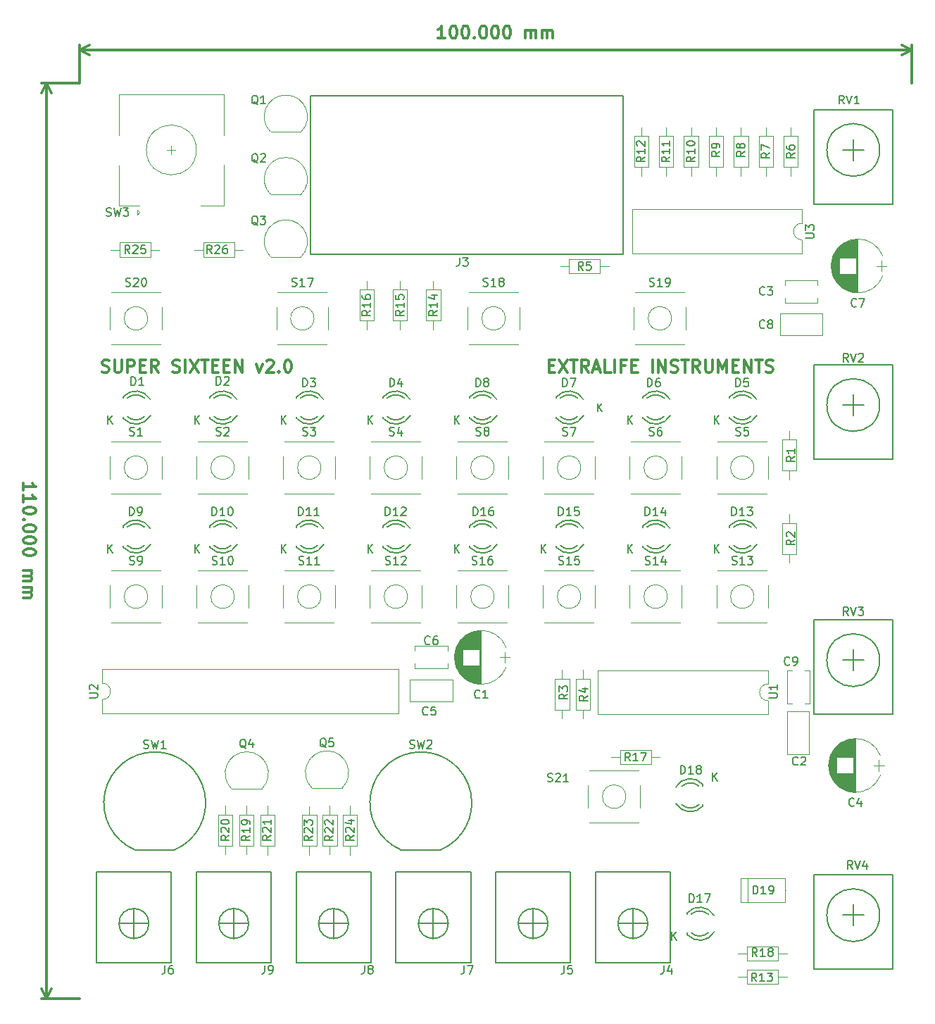
<source format=gto>
G04 #@! TF.GenerationSoftware,KiCad,Pcbnew,(5.0.0)*
G04 #@! TF.CreationDate,2019-04-03T17:17:35-07:00*
G04 #@! TF.ProjectId,kicad-control-board,6B696361642D636F6E74726F6C2D626F,rev?*
G04 #@! TF.SameCoordinates,Original*
G04 #@! TF.FileFunction,Legend,Top*
G04 #@! TF.FilePolarity,Positive*
%FSLAX46Y46*%
G04 Gerber Fmt 4.6, Leading zero omitted, Abs format (unit mm)*
G04 Created by KiCad (PCBNEW (5.0.0)) date 04/03/19 17:17:35*
%MOMM*%
%LPD*%
G01*
G04 APERTURE LIST*
%ADD10C,0.300000*%
%ADD11C,0.150000*%
%ADD12C,0.120000*%
G04 APERTURE END LIST*
D10*
X14657142Y-46657142D02*
X14871428Y-46728571D01*
X15228571Y-46728571D01*
X15371428Y-46657142D01*
X15442857Y-46585714D01*
X15514285Y-46442857D01*
X15514285Y-46300000D01*
X15442857Y-46157142D01*
X15371428Y-46085714D01*
X15228571Y-46014285D01*
X14942857Y-45942857D01*
X14799999Y-45871428D01*
X14728571Y-45800000D01*
X14657142Y-45657142D01*
X14657142Y-45514285D01*
X14728571Y-45371428D01*
X14799999Y-45300000D01*
X14942857Y-45228571D01*
X15299999Y-45228571D01*
X15514285Y-45300000D01*
X16157142Y-45228571D02*
X16157142Y-46442857D01*
X16228571Y-46585714D01*
X16299999Y-46657142D01*
X16442857Y-46728571D01*
X16728571Y-46728571D01*
X16871428Y-46657142D01*
X16942857Y-46585714D01*
X17014285Y-46442857D01*
X17014285Y-45228571D01*
X17728571Y-46728571D02*
X17728571Y-45228571D01*
X18299999Y-45228571D01*
X18442857Y-45300000D01*
X18514285Y-45371428D01*
X18585714Y-45514285D01*
X18585714Y-45728571D01*
X18514285Y-45871428D01*
X18442857Y-45942857D01*
X18299999Y-46014285D01*
X17728571Y-46014285D01*
X19228571Y-45942857D02*
X19728571Y-45942857D01*
X19942857Y-46728571D02*
X19228571Y-46728571D01*
X19228571Y-45228571D01*
X19942857Y-45228571D01*
X21442857Y-46728571D02*
X20942857Y-46014285D01*
X20585714Y-46728571D02*
X20585714Y-45228571D01*
X21157142Y-45228571D01*
X21299999Y-45300000D01*
X21371428Y-45371428D01*
X21442857Y-45514285D01*
X21442857Y-45728571D01*
X21371428Y-45871428D01*
X21299999Y-45942857D01*
X21157142Y-46014285D01*
X20585714Y-46014285D01*
X23157142Y-46657142D02*
X23371428Y-46728571D01*
X23728571Y-46728571D01*
X23871428Y-46657142D01*
X23942857Y-46585714D01*
X24014285Y-46442857D01*
X24014285Y-46300000D01*
X23942857Y-46157142D01*
X23871428Y-46085714D01*
X23728571Y-46014285D01*
X23442857Y-45942857D01*
X23300000Y-45871428D01*
X23228571Y-45800000D01*
X23157142Y-45657142D01*
X23157142Y-45514285D01*
X23228571Y-45371428D01*
X23300000Y-45300000D01*
X23442857Y-45228571D01*
X23800000Y-45228571D01*
X24014285Y-45300000D01*
X24657142Y-46728571D02*
X24657142Y-45228571D01*
X25228571Y-45228571D02*
X26228571Y-46728571D01*
X26228571Y-45228571D02*
X25228571Y-46728571D01*
X26585714Y-45228571D02*
X27442857Y-45228571D01*
X27014285Y-46728571D02*
X27014285Y-45228571D01*
X27942857Y-45942857D02*
X28442857Y-45942857D01*
X28657142Y-46728571D02*
X27942857Y-46728571D01*
X27942857Y-45228571D01*
X28657142Y-45228571D01*
X29300000Y-45942857D02*
X29800000Y-45942857D01*
X30014285Y-46728571D02*
X29300000Y-46728571D01*
X29300000Y-45228571D01*
X30014285Y-45228571D01*
X30657142Y-46728571D02*
X30657142Y-45228571D01*
X31514285Y-46728571D01*
X31514285Y-45228571D01*
X33228571Y-45728571D02*
X33585714Y-46728571D01*
X33942857Y-45728571D01*
X34442857Y-45371428D02*
X34514285Y-45300000D01*
X34657142Y-45228571D01*
X35014285Y-45228571D01*
X35157142Y-45300000D01*
X35228571Y-45371428D01*
X35299999Y-45514285D01*
X35299999Y-45657142D01*
X35228571Y-45871428D01*
X34371428Y-46728571D01*
X35299999Y-46728571D01*
X35942857Y-46585714D02*
X36014285Y-46657142D01*
X35942857Y-46728571D01*
X35871428Y-46657142D01*
X35942857Y-46585714D01*
X35942857Y-46728571D01*
X36942857Y-45228571D02*
X37085714Y-45228571D01*
X37228571Y-45300000D01*
X37299999Y-45371428D01*
X37371428Y-45514285D01*
X37442857Y-45800000D01*
X37442857Y-46157142D01*
X37371428Y-46442857D01*
X37299999Y-46585714D01*
X37228571Y-46657142D01*
X37085714Y-46728571D01*
X36942857Y-46728571D01*
X36799999Y-46657142D01*
X36728571Y-46585714D01*
X36657142Y-46442857D01*
X36585714Y-46157142D01*
X36585714Y-45800000D01*
X36657142Y-45514285D01*
X36728571Y-45371428D01*
X36799999Y-45300000D01*
X36942857Y-45228571D01*
X68421428Y-45942857D02*
X68921428Y-45942857D01*
X69135714Y-46728571D02*
X68421428Y-46728571D01*
X68421428Y-45228571D01*
X69135714Y-45228571D01*
X69635714Y-45228571D02*
X70635714Y-46728571D01*
X70635714Y-45228571D02*
X69635714Y-46728571D01*
X70992857Y-45228571D02*
X71850000Y-45228571D01*
X71421428Y-46728571D02*
X71421428Y-45228571D01*
X73207142Y-46728571D02*
X72707142Y-46014285D01*
X72350000Y-46728571D02*
X72350000Y-45228571D01*
X72921428Y-45228571D01*
X73064285Y-45300000D01*
X73135714Y-45371428D01*
X73207142Y-45514285D01*
X73207142Y-45728571D01*
X73135714Y-45871428D01*
X73064285Y-45942857D01*
X72921428Y-46014285D01*
X72350000Y-46014285D01*
X73778571Y-46300000D02*
X74492857Y-46300000D01*
X73635714Y-46728571D02*
X74135714Y-45228571D01*
X74635714Y-46728571D01*
X75850000Y-46728571D02*
X75135714Y-46728571D01*
X75135714Y-45228571D01*
X76350000Y-46728571D02*
X76350000Y-45228571D01*
X77564285Y-45942857D02*
X77064285Y-45942857D01*
X77064285Y-46728571D02*
X77064285Y-45228571D01*
X77778571Y-45228571D01*
X78350000Y-45942857D02*
X78850000Y-45942857D01*
X79064285Y-46728571D02*
X78350000Y-46728571D01*
X78350000Y-45228571D01*
X79064285Y-45228571D01*
X80850000Y-46728571D02*
X80850000Y-45228571D01*
X81564285Y-46728571D02*
X81564285Y-45228571D01*
X82421428Y-46728571D01*
X82421428Y-45228571D01*
X83064285Y-46657142D02*
X83278571Y-46728571D01*
X83635714Y-46728571D01*
X83778571Y-46657142D01*
X83850000Y-46585714D01*
X83921428Y-46442857D01*
X83921428Y-46300000D01*
X83850000Y-46157142D01*
X83778571Y-46085714D01*
X83635714Y-46014285D01*
X83350000Y-45942857D01*
X83207142Y-45871428D01*
X83135714Y-45800000D01*
X83064285Y-45657142D01*
X83064285Y-45514285D01*
X83135714Y-45371428D01*
X83207142Y-45300000D01*
X83350000Y-45228571D01*
X83707142Y-45228571D01*
X83921428Y-45300000D01*
X84350000Y-45228571D02*
X85207142Y-45228571D01*
X84778571Y-46728571D02*
X84778571Y-45228571D01*
X86564285Y-46728571D02*
X86064285Y-46014285D01*
X85707142Y-46728571D02*
X85707142Y-45228571D01*
X86278571Y-45228571D01*
X86421428Y-45300000D01*
X86492857Y-45371428D01*
X86564285Y-45514285D01*
X86564285Y-45728571D01*
X86492857Y-45871428D01*
X86421428Y-45942857D01*
X86278571Y-46014285D01*
X85707142Y-46014285D01*
X87207142Y-45228571D02*
X87207142Y-46442857D01*
X87278571Y-46585714D01*
X87350000Y-46657142D01*
X87492857Y-46728571D01*
X87778571Y-46728571D01*
X87921428Y-46657142D01*
X87992857Y-46585714D01*
X88064285Y-46442857D01*
X88064285Y-45228571D01*
X88778571Y-46728571D02*
X88778571Y-45228571D01*
X89278571Y-46300000D01*
X89778571Y-45228571D01*
X89778571Y-46728571D01*
X90492857Y-45942857D02*
X90992857Y-45942857D01*
X91207142Y-46728571D02*
X90492857Y-46728571D01*
X90492857Y-45228571D01*
X91207142Y-45228571D01*
X91850000Y-46728571D02*
X91850000Y-45228571D01*
X92707142Y-46728571D01*
X92707142Y-45228571D01*
X93207142Y-45228571D02*
X94064285Y-45228571D01*
X93635714Y-46728571D02*
X93635714Y-45228571D01*
X94492857Y-46657142D02*
X94707142Y-46728571D01*
X95064285Y-46728571D01*
X95207142Y-46657142D01*
X95278571Y-46585714D01*
X95350000Y-46442857D01*
X95350000Y-46300000D01*
X95278571Y-46157142D01*
X95207142Y-46085714D01*
X95064285Y-46014285D01*
X94778571Y-45942857D01*
X94635714Y-45871428D01*
X94564285Y-45800000D01*
X94492857Y-45657142D01*
X94492857Y-45514285D01*
X94564285Y-45371428D01*
X94635714Y-45300000D01*
X94778571Y-45228571D01*
X95135714Y-45228571D01*
X95350000Y-45300000D01*
X5221428Y-60928571D02*
X5221428Y-60071428D01*
X5221428Y-60500000D02*
X6721428Y-60500000D01*
X6507142Y-60357142D01*
X6364285Y-60214285D01*
X6292857Y-60071428D01*
X5221428Y-62357142D02*
X5221428Y-61500000D01*
X5221428Y-61928571D02*
X6721428Y-61928571D01*
X6507142Y-61785714D01*
X6364285Y-61642857D01*
X6292857Y-61500000D01*
X6721428Y-63285714D02*
X6721428Y-63428571D01*
X6650000Y-63571428D01*
X6578571Y-63642857D01*
X6435714Y-63714285D01*
X6150000Y-63785714D01*
X5792857Y-63785714D01*
X5507142Y-63714285D01*
X5364285Y-63642857D01*
X5292857Y-63571428D01*
X5221428Y-63428571D01*
X5221428Y-63285714D01*
X5292857Y-63142857D01*
X5364285Y-63071428D01*
X5507142Y-63000000D01*
X5792857Y-62928571D01*
X6150000Y-62928571D01*
X6435714Y-63000000D01*
X6578571Y-63071428D01*
X6650000Y-63142857D01*
X6721428Y-63285714D01*
X5364285Y-64428571D02*
X5292857Y-64500000D01*
X5221428Y-64428571D01*
X5292857Y-64357142D01*
X5364285Y-64428571D01*
X5221428Y-64428571D01*
X6721428Y-65428571D02*
X6721428Y-65571428D01*
X6650000Y-65714285D01*
X6578571Y-65785714D01*
X6435714Y-65857142D01*
X6150000Y-65928571D01*
X5792857Y-65928571D01*
X5507142Y-65857142D01*
X5364285Y-65785714D01*
X5292857Y-65714285D01*
X5221428Y-65571428D01*
X5221428Y-65428571D01*
X5292857Y-65285714D01*
X5364285Y-65214285D01*
X5507142Y-65142857D01*
X5792857Y-65071428D01*
X6150000Y-65071428D01*
X6435714Y-65142857D01*
X6578571Y-65214285D01*
X6650000Y-65285714D01*
X6721428Y-65428571D01*
X6721428Y-66857142D02*
X6721428Y-67000000D01*
X6650000Y-67142857D01*
X6578571Y-67214285D01*
X6435714Y-67285714D01*
X6150000Y-67357142D01*
X5792857Y-67357142D01*
X5507142Y-67285714D01*
X5364285Y-67214285D01*
X5292857Y-67142857D01*
X5221428Y-67000000D01*
X5221428Y-66857142D01*
X5292857Y-66714285D01*
X5364285Y-66642857D01*
X5507142Y-66571428D01*
X5792857Y-66500000D01*
X6150000Y-66500000D01*
X6435714Y-66571428D01*
X6578571Y-66642857D01*
X6650000Y-66714285D01*
X6721428Y-66857142D01*
X6721428Y-68285714D02*
X6721428Y-68428571D01*
X6650000Y-68571428D01*
X6578571Y-68642857D01*
X6435714Y-68714285D01*
X6150000Y-68785714D01*
X5792857Y-68785714D01*
X5507142Y-68714285D01*
X5364285Y-68642857D01*
X5292857Y-68571428D01*
X5221428Y-68428571D01*
X5221428Y-68285714D01*
X5292857Y-68142857D01*
X5364285Y-68071428D01*
X5507142Y-68000000D01*
X5792857Y-67928571D01*
X6150000Y-67928571D01*
X6435714Y-68000000D01*
X6578571Y-68071428D01*
X6650000Y-68142857D01*
X6721428Y-68285714D01*
X5221428Y-70571428D02*
X6221428Y-70571428D01*
X6078571Y-70571428D02*
X6149999Y-70642857D01*
X6221428Y-70785714D01*
X6221428Y-71000000D01*
X6149999Y-71142857D01*
X6007142Y-71214285D01*
X5221428Y-71214285D01*
X6007142Y-71214285D02*
X6149999Y-71285714D01*
X6221428Y-71428571D01*
X6221428Y-71642857D01*
X6149999Y-71785714D01*
X6007142Y-71857142D01*
X5221428Y-71857142D01*
X5221428Y-72571428D02*
X6221428Y-72571428D01*
X6078571Y-72571428D02*
X6149999Y-72642857D01*
X6221428Y-72785714D01*
X6221428Y-73000000D01*
X6149999Y-73142857D01*
X6007142Y-73214285D01*
X5221428Y-73214285D01*
X6007142Y-73214285D02*
X6149999Y-73285714D01*
X6221428Y-73428571D01*
X6221428Y-73642857D01*
X6149999Y-73785714D01*
X6007142Y-73857142D01*
X5221428Y-73857142D01*
X8000000Y-12000000D02*
X8000000Y-122000000D01*
X12000000Y-12000000D02*
X7413579Y-12000000D01*
X12000000Y-122000000D02*
X7413579Y-122000000D01*
X8000000Y-122000000D02*
X7413579Y-120873496D01*
X8000000Y-122000000D02*
X8586421Y-120873496D01*
X8000000Y-12000000D02*
X7413579Y-13126504D01*
X8000000Y-12000000D02*
X8586421Y-13126504D01*
X55928571Y-6578571D02*
X55071428Y-6578571D01*
X55500000Y-6578571D02*
X55500000Y-5078571D01*
X55357142Y-5292857D01*
X55214285Y-5435714D01*
X55071428Y-5507142D01*
X56857142Y-5078571D02*
X57000000Y-5078571D01*
X57142857Y-5150000D01*
X57214285Y-5221428D01*
X57285714Y-5364285D01*
X57357142Y-5650000D01*
X57357142Y-6007142D01*
X57285714Y-6292857D01*
X57214285Y-6435714D01*
X57142857Y-6507142D01*
X57000000Y-6578571D01*
X56857142Y-6578571D01*
X56714285Y-6507142D01*
X56642857Y-6435714D01*
X56571428Y-6292857D01*
X56500000Y-6007142D01*
X56500000Y-5650000D01*
X56571428Y-5364285D01*
X56642857Y-5221428D01*
X56714285Y-5150000D01*
X56857142Y-5078571D01*
X58285714Y-5078571D02*
X58428571Y-5078571D01*
X58571428Y-5150000D01*
X58642857Y-5221428D01*
X58714285Y-5364285D01*
X58785714Y-5650000D01*
X58785714Y-6007142D01*
X58714285Y-6292857D01*
X58642857Y-6435714D01*
X58571428Y-6507142D01*
X58428571Y-6578571D01*
X58285714Y-6578571D01*
X58142857Y-6507142D01*
X58071428Y-6435714D01*
X58000000Y-6292857D01*
X57928571Y-6007142D01*
X57928571Y-5650000D01*
X58000000Y-5364285D01*
X58071428Y-5221428D01*
X58142857Y-5150000D01*
X58285714Y-5078571D01*
X59428571Y-6435714D02*
X59500000Y-6507142D01*
X59428571Y-6578571D01*
X59357142Y-6507142D01*
X59428571Y-6435714D01*
X59428571Y-6578571D01*
X60428571Y-5078571D02*
X60571428Y-5078571D01*
X60714285Y-5150000D01*
X60785714Y-5221428D01*
X60857142Y-5364285D01*
X60928571Y-5650000D01*
X60928571Y-6007142D01*
X60857142Y-6292857D01*
X60785714Y-6435714D01*
X60714285Y-6507142D01*
X60571428Y-6578571D01*
X60428571Y-6578571D01*
X60285714Y-6507142D01*
X60214285Y-6435714D01*
X60142857Y-6292857D01*
X60071428Y-6007142D01*
X60071428Y-5650000D01*
X60142857Y-5364285D01*
X60214285Y-5221428D01*
X60285714Y-5150000D01*
X60428571Y-5078571D01*
X61857142Y-5078571D02*
X62000000Y-5078571D01*
X62142857Y-5150000D01*
X62214285Y-5221428D01*
X62285714Y-5364285D01*
X62357142Y-5650000D01*
X62357142Y-6007142D01*
X62285714Y-6292857D01*
X62214285Y-6435714D01*
X62142857Y-6507142D01*
X62000000Y-6578571D01*
X61857142Y-6578571D01*
X61714285Y-6507142D01*
X61642857Y-6435714D01*
X61571428Y-6292857D01*
X61500000Y-6007142D01*
X61500000Y-5650000D01*
X61571428Y-5364285D01*
X61642857Y-5221428D01*
X61714285Y-5150000D01*
X61857142Y-5078571D01*
X63285714Y-5078571D02*
X63428571Y-5078571D01*
X63571428Y-5150000D01*
X63642857Y-5221428D01*
X63714285Y-5364285D01*
X63785714Y-5650000D01*
X63785714Y-6007142D01*
X63714285Y-6292857D01*
X63642857Y-6435714D01*
X63571428Y-6507142D01*
X63428571Y-6578571D01*
X63285714Y-6578571D01*
X63142857Y-6507142D01*
X63071428Y-6435714D01*
X63000000Y-6292857D01*
X62928571Y-6007142D01*
X62928571Y-5650000D01*
X63000000Y-5364285D01*
X63071428Y-5221428D01*
X63142857Y-5150000D01*
X63285714Y-5078571D01*
X65571428Y-6578571D02*
X65571428Y-5578571D01*
X65571428Y-5721428D02*
X65642857Y-5650000D01*
X65785714Y-5578571D01*
X66000000Y-5578571D01*
X66142857Y-5650000D01*
X66214285Y-5792857D01*
X66214285Y-6578571D01*
X66214285Y-5792857D02*
X66285714Y-5650000D01*
X66428571Y-5578571D01*
X66642857Y-5578571D01*
X66785714Y-5650000D01*
X66857142Y-5792857D01*
X66857142Y-6578571D01*
X67571428Y-6578571D02*
X67571428Y-5578571D01*
X67571428Y-5721428D02*
X67642857Y-5650000D01*
X67785714Y-5578571D01*
X68000000Y-5578571D01*
X68142857Y-5650000D01*
X68214285Y-5792857D01*
X68214285Y-6578571D01*
X68214285Y-5792857D02*
X68285714Y-5650000D01*
X68428571Y-5578571D01*
X68642857Y-5578571D01*
X68785714Y-5650000D01*
X68857142Y-5792857D01*
X68857142Y-6578571D01*
X12000000Y-8000000D02*
X112000000Y-8000000D01*
X12000000Y-12000000D02*
X12000000Y-7413579D01*
X112000000Y-12000000D02*
X112000000Y-7413579D01*
X112000000Y-8000000D02*
X110873496Y-8586421D01*
X112000000Y-8000000D02*
X110873496Y-7413579D01*
X12000000Y-8000000D02*
X13126504Y-8586421D01*
X12000000Y-8000000D02*
X13126504Y-7413579D01*
D11*
G04 #@! TO.C,J3*
X39700000Y-13500000D02*
X77300000Y-13500000D01*
X77300000Y-13500000D02*
X77300000Y-32500000D01*
X39700000Y-32500000D02*
X77300000Y-32500000D01*
X39700000Y-13500000D02*
X39700000Y-32500000D01*
D12*
G04 #@! TO.C,U2*
X14670000Y-82440000D02*
X14670000Y-84090000D01*
X50350000Y-82440000D02*
X14670000Y-82440000D01*
X50350000Y-87740000D02*
X50350000Y-82440000D01*
X14670000Y-87740000D02*
X50350000Y-87740000D01*
X14670000Y-86090000D02*
X14670000Y-87740000D01*
X14670000Y-84090000D02*
G75*
G02X14670000Y-86090000I0J-1000000D01*
G01*
G04 #@! TO.C,R23*
X39600000Y-104740000D02*
X39600000Y-103670000D01*
X39600000Y-98880000D02*
X39600000Y-99950000D01*
X40460000Y-103670000D02*
X40460000Y-99950000D01*
X38740000Y-103670000D02*
X40460000Y-103670000D01*
X38740000Y-99950000D02*
X38740000Y-103670000D01*
X40460000Y-99950000D02*
X38740000Y-99950000D01*
G04 #@! TO.C,C1*
X63100000Y-81650000D02*
X63100000Y-80350000D01*
X63700000Y-81000000D02*
X62500000Y-81000000D01*
X57049000Y-81468000D02*
X57049000Y-80532000D01*
X57089000Y-81676000D02*
X57089000Y-80324000D01*
X57129000Y-81834000D02*
X57129000Y-80166000D01*
X57169000Y-81966000D02*
X57169000Y-80034000D01*
X57209000Y-82081000D02*
X57209000Y-79919000D01*
X57249000Y-82184000D02*
X57249000Y-79816000D01*
X57289000Y-82278000D02*
X57289000Y-79722000D01*
X57329000Y-82364000D02*
X57329000Y-79636000D01*
X57369000Y-82445000D02*
X57369000Y-79555000D01*
X57409000Y-82520000D02*
X57409000Y-79480000D01*
X57449000Y-82591000D02*
X57449000Y-79409000D01*
X57489000Y-82658000D02*
X57489000Y-79342000D01*
X57529000Y-82721000D02*
X57529000Y-79279000D01*
X57569000Y-82781000D02*
X57569000Y-79219000D01*
X57609000Y-82839000D02*
X57609000Y-79161000D01*
X57649000Y-82894000D02*
X57649000Y-79106000D01*
X57689000Y-82946000D02*
X57689000Y-79054000D01*
X57729000Y-82997000D02*
X57729000Y-79003000D01*
X57769000Y-83045000D02*
X57769000Y-78955000D01*
X57809000Y-83092000D02*
X57809000Y-78908000D01*
X57849000Y-83137000D02*
X57849000Y-78863000D01*
X57889000Y-83180000D02*
X57889000Y-78820000D01*
X57929000Y-83222000D02*
X57929000Y-78778000D01*
X57969000Y-83262000D02*
X57969000Y-78738000D01*
X58009000Y-83301000D02*
X58009000Y-78699000D01*
X58049000Y-80020000D02*
X58049000Y-78661000D01*
X58049000Y-83339000D02*
X58049000Y-81980000D01*
X58089000Y-80020000D02*
X58089000Y-78625000D01*
X58089000Y-83375000D02*
X58089000Y-81980000D01*
X58129000Y-80020000D02*
X58129000Y-78589000D01*
X58129000Y-83411000D02*
X58129000Y-81980000D01*
X58169000Y-80020000D02*
X58169000Y-78555000D01*
X58169000Y-83445000D02*
X58169000Y-81980000D01*
X58209000Y-80020000D02*
X58209000Y-78522000D01*
X58209000Y-83478000D02*
X58209000Y-81980000D01*
X58249000Y-80020000D02*
X58249000Y-78490000D01*
X58249000Y-83510000D02*
X58249000Y-81980000D01*
X58289000Y-80020000D02*
X58289000Y-78460000D01*
X58289000Y-83540000D02*
X58289000Y-81980000D01*
X58329000Y-80020000D02*
X58329000Y-78430000D01*
X58329000Y-83570000D02*
X58329000Y-81980000D01*
X58369000Y-80020000D02*
X58369000Y-78401000D01*
X58369000Y-83599000D02*
X58369000Y-81980000D01*
X58409000Y-80020000D02*
X58409000Y-78373000D01*
X58409000Y-83627000D02*
X58409000Y-81980000D01*
X58449000Y-80020000D02*
X58449000Y-78346000D01*
X58449000Y-83654000D02*
X58449000Y-81980000D01*
X58489000Y-80020000D02*
X58489000Y-78319000D01*
X58489000Y-83681000D02*
X58489000Y-81980000D01*
X58529000Y-80020000D02*
X58529000Y-78294000D01*
X58529000Y-83706000D02*
X58529000Y-81980000D01*
X58569000Y-80020000D02*
X58569000Y-78269000D01*
X58569000Y-83731000D02*
X58569000Y-81980000D01*
X58609000Y-80020000D02*
X58609000Y-78245000D01*
X58609000Y-83755000D02*
X58609000Y-81980000D01*
X58649000Y-80020000D02*
X58649000Y-78222000D01*
X58649000Y-83778000D02*
X58649000Y-81980000D01*
X58689000Y-80020000D02*
X58689000Y-78200000D01*
X58689000Y-83800000D02*
X58689000Y-81980000D01*
X58729000Y-80020000D02*
X58729000Y-78178000D01*
X58729000Y-83822000D02*
X58729000Y-81980000D01*
X58769000Y-80020000D02*
X58769000Y-78157000D01*
X58769000Y-83843000D02*
X58769000Y-81980000D01*
X58809000Y-80020000D02*
X58809000Y-78137000D01*
X58809000Y-83863000D02*
X58809000Y-81980000D01*
X58849000Y-80020000D02*
X58849000Y-78118000D01*
X58849000Y-83882000D02*
X58849000Y-81980000D01*
X58889000Y-80020000D02*
X58889000Y-78099000D01*
X58889000Y-83901000D02*
X58889000Y-81980000D01*
X58929000Y-80020000D02*
X58929000Y-78081000D01*
X58929000Y-83919000D02*
X58929000Y-81980000D01*
X58969000Y-80020000D02*
X58969000Y-78063000D01*
X58969000Y-83937000D02*
X58969000Y-81980000D01*
X59009000Y-80020000D02*
X59009000Y-78046000D01*
X59009000Y-83954000D02*
X59009000Y-81980000D01*
X59049000Y-80020000D02*
X59049000Y-78030000D01*
X59049000Y-83970000D02*
X59049000Y-81980000D01*
X59089000Y-80020000D02*
X59089000Y-78014000D01*
X59089000Y-83986000D02*
X59089000Y-81980000D01*
X59129000Y-80020000D02*
X59129000Y-77999000D01*
X59129000Y-84001000D02*
X59129000Y-81980000D01*
X59169000Y-80020000D02*
X59169000Y-77985000D01*
X59169000Y-84015000D02*
X59169000Y-81980000D01*
X59209000Y-80020000D02*
X59209000Y-77971000D01*
X59209000Y-84029000D02*
X59209000Y-81980000D01*
X59249000Y-80020000D02*
X59249000Y-77958000D01*
X59249000Y-84042000D02*
X59249000Y-81980000D01*
X59289000Y-80020000D02*
X59289000Y-77945000D01*
X59289000Y-84055000D02*
X59289000Y-81980000D01*
X59329000Y-80020000D02*
X59329000Y-77933000D01*
X59329000Y-84067000D02*
X59329000Y-81980000D01*
X59369000Y-80020000D02*
X59369000Y-77921000D01*
X59369000Y-84079000D02*
X59369000Y-81980000D01*
X59409000Y-80020000D02*
X59409000Y-77910000D01*
X59409000Y-84090000D02*
X59409000Y-81980000D01*
X59449000Y-80020000D02*
X59449000Y-77900000D01*
X59449000Y-84100000D02*
X59449000Y-81980000D01*
X59489000Y-80020000D02*
X59489000Y-77890000D01*
X59489000Y-84110000D02*
X59489000Y-81980000D01*
X59529000Y-80020000D02*
X59529000Y-77881000D01*
X59529000Y-84119000D02*
X59529000Y-81980000D01*
X59570000Y-80020000D02*
X59570000Y-77872000D01*
X59570000Y-84128000D02*
X59570000Y-81980000D01*
X59610000Y-80020000D02*
X59610000Y-77863000D01*
X59610000Y-84137000D02*
X59610000Y-81980000D01*
X59650000Y-80020000D02*
X59650000Y-77856000D01*
X59650000Y-84144000D02*
X59650000Y-81980000D01*
X59690000Y-80020000D02*
X59690000Y-77848000D01*
X59690000Y-84152000D02*
X59690000Y-81980000D01*
X59730000Y-80020000D02*
X59730000Y-77842000D01*
X59730000Y-84158000D02*
X59730000Y-81980000D01*
X59770000Y-80020000D02*
X59770000Y-77835000D01*
X59770000Y-84165000D02*
X59770000Y-81980000D01*
X59810000Y-80020000D02*
X59810000Y-77830000D01*
X59810000Y-84170000D02*
X59810000Y-81980000D01*
X59850000Y-80020000D02*
X59850000Y-77824000D01*
X59850000Y-84176000D02*
X59850000Y-81980000D01*
X59890000Y-80020000D02*
X59890000Y-77820000D01*
X59890000Y-84180000D02*
X59890000Y-81980000D01*
X59930000Y-80020000D02*
X59930000Y-77815000D01*
X59930000Y-84185000D02*
X59930000Y-81980000D01*
X59970000Y-80020000D02*
X59970000Y-77812000D01*
X59970000Y-84188000D02*
X59970000Y-81980000D01*
X60010000Y-84192000D02*
X60010000Y-77808000D01*
X60050000Y-84194000D02*
X60050000Y-77806000D01*
X60090000Y-84197000D02*
X60090000Y-77803000D01*
X60130000Y-84198000D02*
X60130000Y-77802000D01*
X60170000Y-84200000D02*
X60170000Y-77800000D01*
X60210000Y-84200000D02*
X60210000Y-77800000D01*
X60250000Y-84200000D02*
X60250000Y-77800000D01*
X57232180Y-79820864D02*
G75*
G03X57232518Y-82180000I3017820J-1179136D01*
G01*
X57232180Y-79820864D02*
G75*
G02X63267482Y-79820000I3017820J-1179136D01*
G01*
X57232180Y-82179136D02*
G75*
G03X63267482Y-82180000I3017820J1179136D01*
G01*
G04 #@! TO.C,SW3*
X23000000Y-20500000D02*
X23000000Y-19500000D01*
X22500000Y-20000000D02*
X23500000Y-20000000D01*
X18900000Y-27200000D02*
X19200000Y-27500000D01*
X18900000Y-27800000D02*
X18900000Y-27200000D01*
X19200000Y-27500000D02*
X18900000Y-27800000D01*
X16700000Y-26700000D02*
X19200000Y-26700000D01*
X16700000Y-21900000D02*
X16700000Y-26700000D01*
X29300000Y-26700000D02*
X26500000Y-26700000D01*
X29300000Y-21800000D02*
X29300000Y-26700000D01*
X29300000Y-13300000D02*
X29300000Y-18200000D01*
X16700000Y-13300000D02*
X29300000Y-13300000D01*
X16700000Y-18200000D02*
X16700000Y-13300000D01*
X26000000Y-20000000D02*
G75*
G03X26000000Y-20000000I-3000000J0D01*
G01*
G04 #@! TO.C,S9*
X21870000Y-72360000D02*
X21870000Y-75040000D01*
X15630000Y-75040000D02*
X15630000Y-72360000D01*
X15780000Y-70580000D02*
X21720000Y-70580000D01*
X15780000Y-76820000D02*
X21720000Y-76820000D01*
X20164214Y-73700000D02*
G75*
G03X20164214Y-73700000I-1414214J0D01*
G01*
G04 #@! TO.C,R14*
X55360000Y-36800000D02*
X53640000Y-36800000D01*
X53640000Y-36800000D02*
X53640000Y-40520000D01*
X53640000Y-40520000D02*
X55360000Y-40520000D01*
X55360000Y-40520000D02*
X55360000Y-36800000D01*
X54500000Y-35730000D02*
X54500000Y-36800000D01*
X54500000Y-41590000D02*
X54500000Y-40520000D01*
G04 #@! TO.C,R15*
X50500000Y-41590000D02*
X50500000Y-40520000D01*
X50500000Y-35730000D02*
X50500000Y-36800000D01*
X51360000Y-40520000D02*
X51360000Y-36800000D01*
X49640000Y-40520000D02*
X51360000Y-40520000D01*
X49640000Y-36800000D02*
X49640000Y-40520000D01*
X51360000Y-36800000D02*
X49640000Y-36800000D01*
G04 #@! TO.C,R16*
X47360000Y-36800000D02*
X45640000Y-36800000D01*
X45640000Y-36800000D02*
X45640000Y-40520000D01*
X45640000Y-40520000D02*
X47360000Y-40520000D01*
X47360000Y-40520000D02*
X47360000Y-36800000D01*
X46500000Y-35730000D02*
X46500000Y-36800000D01*
X46500000Y-41590000D02*
X46500000Y-40520000D01*
G04 #@! TO.C,R17*
X81740000Y-93000000D02*
X80670000Y-93000000D01*
X75880000Y-93000000D02*
X76950000Y-93000000D01*
X80670000Y-92140000D02*
X76950000Y-92140000D01*
X80670000Y-93860000D02*
X80670000Y-92140000D01*
X76950000Y-93860000D02*
X80670000Y-93860000D01*
X76950000Y-92140000D02*
X76950000Y-93860000D01*
G04 #@! TO.C,R19*
X33690000Y-103650000D02*
X35410000Y-103650000D01*
X35410000Y-103650000D02*
X35410000Y-99930000D01*
X35410000Y-99930000D02*
X33690000Y-99930000D01*
X33690000Y-99930000D02*
X33690000Y-103650000D01*
X34550000Y-104720000D02*
X34550000Y-103650000D01*
X34550000Y-98860000D02*
X34550000Y-99930000D01*
G04 #@! TO.C,R21*
X32050000Y-104690000D02*
X32050000Y-103620000D01*
X32050000Y-98830000D02*
X32050000Y-99900000D01*
X32910000Y-103620000D02*
X32910000Y-99900000D01*
X31190000Y-103620000D02*
X32910000Y-103620000D01*
X31190000Y-99900000D02*
X31190000Y-103620000D01*
X32910000Y-99900000D02*
X31190000Y-99900000D01*
G04 #@! TO.C,R26*
X30550000Y-32860000D02*
X30550000Y-31140000D01*
X30550000Y-31140000D02*
X26830000Y-31140000D01*
X26830000Y-31140000D02*
X26830000Y-32860000D01*
X26830000Y-32860000D02*
X30550000Y-32860000D01*
X31620000Y-32000000D02*
X30550000Y-32000000D01*
X25760000Y-32000000D02*
X26830000Y-32000000D01*
G04 #@! TO.C,R24*
X42910000Y-99900000D02*
X41190000Y-99900000D01*
X41190000Y-99900000D02*
X41190000Y-103620000D01*
X41190000Y-103620000D02*
X42910000Y-103620000D01*
X42910000Y-103620000D02*
X42910000Y-99900000D01*
X42050000Y-98830000D02*
X42050000Y-99900000D01*
X42050000Y-104690000D02*
X42050000Y-103620000D01*
G04 #@! TO.C,R25*
X15710000Y-32000000D02*
X16780000Y-32000000D01*
X21570000Y-32000000D02*
X20500000Y-32000000D01*
X16780000Y-32860000D02*
X20500000Y-32860000D01*
X16780000Y-31140000D02*
X16780000Y-32860000D01*
X20500000Y-31140000D02*
X16780000Y-31140000D01*
X20500000Y-32860000D02*
X20500000Y-31140000D01*
G04 #@! TO.C,R18*
X95950000Y-117460000D02*
X95950000Y-115740000D01*
X95950000Y-115740000D02*
X92230000Y-115740000D01*
X92230000Y-115740000D02*
X92230000Y-117460000D01*
X92230000Y-117460000D02*
X95950000Y-117460000D01*
X97020000Y-116600000D02*
X95950000Y-116600000D01*
X91160000Y-116600000D02*
X92230000Y-116600000D01*
G04 #@! TO.C,R13*
X91160000Y-119400000D02*
X92230000Y-119400000D01*
X97020000Y-119400000D02*
X95950000Y-119400000D01*
X92230000Y-120260000D02*
X95950000Y-120260000D01*
X92230000Y-118540000D02*
X92230000Y-120260000D01*
X95950000Y-118540000D02*
X92230000Y-118540000D01*
X95950000Y-120260000D02*
X95950000Y-118540000D01*
G04 #@! TO.C,R22*
X43590000Y-103650000D02*
X45310000Y-103650000D01*
X45310000Y-103650000D02*
X45310000Y-99930000D01*
X45310000Y-99930000D02*
X43590000Y-99930000D01*
X43590000Y-99930000D02*
X43590000Y-103650000D01*
X44450000Y-104720000D02*
X44450000Y-103650000D01*
X44450000Y-98860000D02*
X44450000Y-99930000D01*
G04 #@! TO.C,R1*
X97300000Y-53760000D02*
X97300000Y-54830000D01*
X97300000Y-59620000D02*
X97300000Y-58550000D01*
X96440000Y-54830000D02*
X96440000Y-58550000D01*
X98160000Y-54830000D02*
X96440000Y-54830000D01*
X98160000Y-58550000D02*
X98160000Y-54830000D01*
X96440000Y-58550000D02*
X98160000Y-58550000D01*
G04 #@! TO.C,R2*
X98160000Y-64850000D02*
X96440000Y-64850000D01*
X96440000Y-64850000D02*
X96440000Y-68570000D01*
X96440000Y-68570000D02*
X98160000Y-68570000D01*
X98160000Y-68570000D02*
X98160000Y-64850000D01*
X97300000Y-63780000D02*
X97300000Y-64850000D01*
X97300000Y-69640000D02*
X97300000Y-68570000D01*
G04 #@! TO.C,R3*
X70000000Y-82510000D02*
X70000000Y-83580000D01*
X70000000Y-88370000D02*
X70000000Y-87300000D01*
X69140000Y-83580000D02*
X69140000Y-87300000D01*
X70860000Y-83580000D02*
X69140000Y-83580000D01*
X70860000Y-87300000D02*
X70860000Y-83580000D01*
X69140000Y-87300000D02*
X70860000Y-87300000D01*
G04 #@! TO.C,R4*
X71640000Y-87300000D02*
X73360000Y-87300000D01*
X73360000Y-87300000D02*
X73360000Y-83580000D01*
X73360000Y-83580000D02*
X71640000Y-83580000D01*
X71640000Y-83580000D02*
X71640000Y-87300000D01*
X72500000Y-88370000D02*
X72500000Y-87300000D01*
X72500000Y-82510000D02*
X72500000Y-83580000D01*
G04 #@! TO.C,R5*
X69760000Y-34000000D02*
X70830000Y-34000000D01*
X75620000Y-34000000D02*
X74550000Y-34000000D01*
X70830000Y-34860000D02*
X74550000Y-34860000D01*
X70830000Y-33140000D02*
X70830000Y-34860000D01*
X74550000Y-33140000D02*
X70830000Y-33140000D01*
X74550000Y-34860000D02*
X74550000Y-33140000D01*
G04 #@! TO.C,R12*
X78640000Y-22050000D02*
X80360000Y-22050000D01*
X80360000Y-22050000D02*
X80360000Y-18330000D01*
X80360000Y-18330000D02*
X78640000Y-18330000D01*
X78640000Y-18330000D02*
X78640000Y-22050000D01*
X79500000Y-23120000D02*
X79500000Y-22050000D01*
X79500000Y-17260000D02*
X79500000Y-18330000D01*
G04 #@! TO.C,R8*
X91500000Y-17260000D02*
X91500000Y-18330000D01*
X91500000Y-23120000D02*
X91500000Y-22050000D01*
X90640000Y-18330000D02*
X90640000Y-22050000D01*
X92360000Y-18330000D02*
X90640000Y-18330000D01*
X92360000Y-22050000D02*
X92360000Y-18330000D01*
X90640000Y-22050000D02*
X92360000Y-22050000D01*
G04 #@! TO.C,R9*
X87640000Y-22050000D02*
X89360000Y-22050000D01*
X89360000Y-22050000D02*
X89360000Y-18330000D01*
X89360000Y-18330000D02*
X87640000Y-18330000D01*
X87640000Y-18330000D02*
X87640000Y-22050000D01*
X88500000Y-23120000D02*
X88500000Y-22050000D01*
X88500000Y-17260000D02*
X88500000Y-18330000D01*
G04 #@! TO.C,R10*
X85500000Y-17260000D02*
X85500000Y-18330000D01*
X85500000Y-23120000D02*
X85500000Y-22050000D01*
X84640000Y-18330000D02*
X84640000Y-22050000D01*
X86360000Y-18330000D02*
X84640000Y-18330000D01*
X86360000Y-22050000D02*
X86360000Y-18330000D01*
X84640000Y-22050000D02*
X86360000Y-22050000D01*
G04 #@! TO.C,R11*
X81640000Y-22050000D02*
X83360000Y-22050000D01*
X83360000Y-22050000D02*
X83360000Y-18330000D01*
X83360000Y-18330000D02*
X81640000Y-18330000D01*
X81640000Y-18330000D02*
X81640000Y-22050000D01*
X82500000Y-23120000D02*
X82500000Y-22050000D01*
X82500000Y-17260000D02*
X82500000Y-18330000D01*
G04 #@! TO.C,R20*
X29500000Y-104690000D02*
X29500000Y-103620000D01*
X29500000Y-98830000D02*
X29500000Y-99900000D01*
X30360000Y-103620000D02*
X30360000Y-99900000D01*
X28640000Y-103620000D02*
X30360000Y-103620000D01*
X28640000Y-99900000D02*
X28640000Y-103620000D01*
X30360000Y-99900000D02*
X28640000Y-99900000D01*
G04 #@! TO.C,R6*
X96640000Y-22050000D02*
X98360000Y-22050000D01*
X98360000Y-22050000D02*
X98360000Y-18330000D01*
X98360000Y-18330000D02*
X96640000Y-18330000D01*
X96640000Y-18330000D02*
X96640000Y-22050000D01*
X97500000Y-23120000D02*
X97500000Y-22050000D01*
X97500000Y-17260000D02*
X97500000Y-18330000D01*
G04 #@! TO.C,R7*
X94500000Y-17260000D02*
X94500000Y-18330000D01*
X94500000Y-23120000D02*
X94500000Y-22050000D01*
X93640000Y-18330000D02*
X93640000Y-22050000D01*
X95360000Y-18330000D02*
X93640000Y-18330000D01*
X95360000Y-22050000D02*
X95360000Y-18330000D01*
X93640000Y-22050000D02*
X95360000Y-22050000D01*
G04 #@! TO.C,C2*
X99710000Y-92635000D02*
X97090000Y-92635000D01*
X99710000Y-87515000D02*
X97090000Y-87515000D01*
X97090000Y-87515000D02*
X97090000Y-92635000D01*
X99710000Y-87515000D02*
X99710000Y-92635000D01*
G04 #@! TO.C,C3*
X100710000Y-37750000D02*
X100710000Y-38360000D01*
X100710000Y-35640000D02*
X100710000Y-36250000D01*
X96790000Y-37750000D02*
X96790000Y-38360000D01*
X96790000Y-35640000D02*
X96790000Y-36250000D01*
X96790000Y-38360000D02*
X100710000Y-38360000D01*
X96790000Y-35640000D02*
X100710000Y-35640000D01*
G04 #@! TO.C,C4*
X108100000Y-94650000D02*
X108100000Y-93350000D01*
X108700000Y-94000000D02*
X107500000Y-94000000D01*
X102049000Y-94468000D02*
X102049000Y-93532000D01*
X102089000Y-94676000D02*
X102089000Y-93324000D01*
X102129000Y-94834000D02*
X102129000Y-93166000D01*
X102169000Y-94966000D02*
X102169000Y-93034000D01*
X102209000Y-95081000D02*
X102209000Y-92919000D01*
X102249000Y-95184000D02*
X102249000Y-92816000D01*
X102289000Y-95278000D02*
X102289000Y-92722000D01*
X102329000Y-95364000D02*
X102329000Y-92636000D01*
X102369000Y-95445000D02*
X102369000Y-92555000D01*
X102409000Y-95520000D02*
X102409000Y-92480000D01*
X102449000Y-95591000D02*
X102449000Y-92409000D01*
X102489000Y-95658000D02*
X102489000Y-92342000D01*
X102529000Y-95721000D02*
X102529000Y-92279000D01*
X102569000Y-95781000D02*
X102569000Y-92219000D01*
X102609000Y-95839000D02*
X102609000Y-92161000D01*
X102649000Y-95894000D02*
X102649000Y-92106000D01*
X102689000Y-95946000D02*
X102689000Y-92054000D01*
X102729000Y-95997000D02*
X102729000Y-92003000D01*
X102769000Y-96045000D02*
X102769000Y-91955000D01*
X102809000Y-96092000D02*
X102809000Y-91908000D01*
X102849000Y-96137000D02*
X102849000Y-91863000D01*
X102889000Y-96180000D02*
X102889000Y-91820000D01*
X102929000Y-96222000D02*
X102929000Y-91778000D01*
X102969000Y-96262000D02*
X102969000Y-91738000D01*
X103009000Y-96301000D02*
X103009000Y-91699000D01*
X103049000Y-93020000D02*
X103049000Y-91661000D01*
X103049000Y-96339000D02*
X103049000Y-94980000D01*
X103089000Y-93020000D02*
X103089000Y-91625000D01*
X103089000Y-96375000D02*
X103089000Y-94980000D01*
X103129000Y-93020000D02*
X103129000Y-91589000D01*
X103129000Y-96411000D02*
X103129000Y-94980000D01*
X103169000Y-93020000D02*
X103169000Y-91555000D01*
X103169000Y-96445000D02*
X103169000Y-94980000D01*
X103209000Y-93020000D02*
X103209000Y-91522000D01*
X103209000Y-96478000D02*
X103209000Y-94980000D01*
X103249000Y-93020000D02*
X103249000Y-91490000D01*
X103249000Y-96510000D02*
X103249000Y-94980000D01*
X103289000Y-93020000D02*
X103289000Y-91460000D01*
X103289000Y-96540000D02*
X103289000Y-94980000D01*
X103329000Y-93020000D02*
X103329000Y-91430000D01*
X103329000Y-96570000D02*
X103329000Y-94980000D01*
X103369000Y-93020000D02*
X103369000Y-91401000D01*
X103369000Y-96599000D02*
X103369000Y-94980000D01*
X103409000Y-93020000D02*
X103409000Y-91373000D01*
X103409000Y-96627000D02*
X103409000Y-94980000D01*
X103449000Y-93020000D02*
X103449000Y-91346000D01*
X103449000Y-96654000D02*
X103449000Y-94980000D01*
X103489000Y-93020000D02*
X103489000Y-91319000D01*
X103489000Y-96681000D02*
X103489000Y-94980000D01*
X103529000Y-93020000D02*
X103529000Y-91294000D01*
X103529000Y-96706000D02*
X103529000Y-94980000D01*
X103569000Y-93020000D02*
X103569000Y-91269000D01*
X103569000Y-96731000D02*
X103569000Y-94980000D01*
X103609000Y-93020000D02*
X103609000Y-91245000D01*
X103609000Y-96755000D02*
X103609000Y-94980000D01*
X103649000Y-93020000D02*
X103649000Y-91222000D01*
X103649000Y-96778000D02*
X103649000Y-94980000D01*
X103689000Y-93020000D02*
X103689000Y-91200000D01*
X103689000Y-96800000D02*
X103689000Y-94980000D01*
X103729000Y-93020000D02*
X103729000Y-91178000D01*
X103729000Y-96822000D02*
X103729000Y-94980000D01*
X103769000Y-93020000D02*
X103769000Y-91157000D01*
X103769000Y-96843000D02*
X103769000Y-94980000D01*
X103809000Y-93020000D02*
X103809000Y-91137000D01*
X103809000Y-96863000D02*
X103809000Y-94980000D01*
X103849000Y-93020000D02*
X103849000Y-91118000D01*
X103849000Y-96882000D02*
X103849000Y-94980000D01*
X103889000Y-93020000D02*
X103889000Y-91099000D01*
X103889000Y-96901000D02*
X103889000Y-94980000D01*
X103929000Y-93020000D02*
X103929000Y-91081000D01*
X103929000Y-96919000D02*
X103929000Y-94980000D01*
X103969000Y-93020000D02*
X103969000Y-91063000D01*
X103969000Y-96937000D02*
X103969000Y-94980000D01*
X104009000Y-93020000D02*
X104009000Y-91046000D01*
X104009000Y-96954000D02*
X104009000Y-94980000D01*
X104049000Y-93020000D02*
X104049000Y-91030000D01*
X104049000Y-96970000D02*
X104049000Y-94980000D01*
X104089000Y-93020000D02*
X104089000Y-91014000D01*
X104089000Y-96986000D02*
X104089000Y-94980000D01*
X104129000Y-93020000D02*
X104129000Y-90999000D01*
X104129000Y-97001000D02*
X104129000Y-94980000D01*
X104169000Y-93020000D02*
X104169000Y-90985000D01*
X104169000Y-97015000D02*
X104169000Y-94980000D01*
X104209000Y-93020000D02*
X104209000Y-90971000D01*
X104209000Y-97029000D02*
X104209000Y-94980000D01*
X104249000Y-93020000D02*
X104249000Y-90958000D01*
X104249000Y-97042000D02*
X104249000Y-94980000D01*
X104289000Y-93020000D02*
X104289000Y-90945000D01*
X104289000Y-97055000D02*
X104289000Y-94980000D01*
X104329000Y-93020000D02*
X104329000Y-90933000D01*
X104329000Y-97067000D02*
X104329000Y-94980000D01*
X104369000Y-93020000D02*
X104369000Y-90921000D01*
X104369000Y-97079000D02*
X104369000Y-94980000D01*
X104409000Y-93020000D02*
X104409000Y-90910000D01*
X104409000Y-97090000D02*
X104409000Y-94980000D01*
X104449000Y-93020000D02*
X104449000Y-90900000D01*
X104449000Y-97100000D02*
X104449000Y-94980000D01*
X104489000Y-93020000D02*
X104489000Y-90890000D01*
X104489000Y-97110000D02*
X104489000Y-94980000D01*
X104529000Y-93020000D02*
X104529000Y-90881000D01*
X104529000Y-97119000D02*
X104529000Y-94980000D01*
X104570000Y-93020000D02*
X104570000Y-90872000D01*
X104570000Y-97128000D02*
X104570000Y-94980000D01*
X104610000Y-93020000D02*
X104610000Y-90863000D01*
X104610000Y-97137000D02*
X104610000Y-94980000D01*
X104650000Y-93020000D02*
X104650000Y-90856000D01*
X104650000Y-97144000D02*
X104650000Y-94980000D01*
X104690000Y-93020000D02*
X104690000Y-90848000D01*
X104690000Y-97152000D02*
X104690000Y-94980000D01*
X104730000Y-93020000D02*
X104730000Y-90842000D01*
X104730000Y-97158000D02*
X104730000Y-94980000D01*
X104770000Y-93020000D02*
X104770000Y-90835000D01*
X104770000Y-97165000D02*
X104770000Y-94980000D01*
X104810000Y-93020000D02*
X104810000Y-90830000D01*
X104810000Y-97170000D02*
X104810000Y-94980000D01*
X104850000Y-93020000D02*
X104850000Y-90824000D01*
X104850000Y-97176000D02*
X104850000Y-94980000D01*
X104890000Y-93020000D02*
X104890000Y-90820000D01*
X104890000Y-97180000D02*
X104890000Y-94980000D01*
X104930000Y-93020000D02*
X104930000Y-90815000D01*
X104930000Y-97185000D02*
X104930000Y-94980000D01*
X104970000Y-93020000D02*
X104970000Y-90812000D01*
X104970000Y-97188000D02*
X104970000Y-94980000D01*
X105010000Y-97192000D02*
X105010000Y-90808000D01*
X105050000Y-97194000D02*
X105050000Y-90806000D01*
X105090000Y-97197000D02*
X105090000Y-90803000D01*
X105130000Y-97198000D02*
X105130000Y-90802000D01*
X105170000Y-97200000D02*
X105170000Y-90800000D01*
X105210000Y-97200000D02*
X105210000Y-90800000D01*
X105250000Y-97200000D02*
X105250000Y-90800000D01*
X102232180Y-92820864D02*
G75*
G03X102232518Y-95180000I3017820J-1179136D01*
G01*
X102232180Y-92820864D02*
G75*
G02X108267482Y-92820000I3017820J-1179136D01*
G01*
X102232180Y-95179136D02*
G75*
G03X108267482Y-95180000I3017820J1179136D01*
G01*
G04 #@! TO.C,C5*
X56810000Y-86310000D02*
X51690000Y-86310000D01*
X56810000Y-83690000D02*
X51690000Y-83690000D01*
X56810000Y-86310000D02*
X56810000Y-83690000D01*
X51690000Y-86310000D02*
X51690000Y-83690000D01*
G04 #@! TO.C,C6*
X52290000Y-80250000D02*
X52290000Y-79640000D01*
X52290000Y-82360000D02*
X52290000Y-81750000D01*
X56210000Y-80250000D02*
X56210000Y-79640000D01*
X56210000Y-82360000D02*
X56210000Y-81750000D01*
X56210000Y-79640000D02*
X52290000Y-79640000D01*
X56210000Y-82360000D02*
X52290000Y-82360000D01*
G04 #@! TO.C,C7*
X108400000Y-34600000D02*
X108400000Y-33300000D01*
X109000000Y-33950000D02*
X107800000Y-33950000D01*
X102349000Y-34418000D02*
X102349000Y-33482000D01*
X102389000Y-34626000D02*
X102389000Y-33274000D01*
X102429000Y-34784000D02*
X102429000Y-33116000D01*
X102469000Y-34916000D02*
X102469000Y-32984000D01*
X102509000Y-35031000D02*
X102509000Y-32869000D01*
X102549000Y-35134000D02*
X102549000Y-32766000D01*
X102589000Y-35228000D02*
X102589000Y-32672000D01*
X102629000Y-35314000D02*
X102629000Y-32586000D01*
X102669000Y-35395000D02*
X102669000Y-32505000D01*
X102709000Y-35470000D02*
X102709000Y-32430000D01*
X102749000Y-35541000D02*
X102749000Y-32359000D01*
X102789000Y-35608000D02*
X102789000Y-32292000D01*
X102829000Y-35671000D02*
X102829000Y-32229000D01*
X102869000Y-35731000D02*
X102869000Y-32169000D01*
X102909000Y-35789000D02*
X102909000Y-32111000D01*
X102949000Y-35844000D02*
X102949000Y-32056000D01*
X102989000Y-35896000D02*
X102989000Y-32004000D01*
X103029000Y-35947000D02*
X103029000Y-31953000D01*
X103069000Y-35995000D02*
X103069000Y-31905000D01*
X103109000Y-36042000D02*
X103109000Y-31858000D01*
X103149000Y-36087000D02*
X103149000Y-31813000D01*
X103189000Y-36130000D02*
X103189000Y-31770000D01*
X103229000Y-36172000D02*
X103229000Y-31728000D01*
X103269000Y-36212000D02*
X103269000Y-31688000D01*
X103309000Y-36251000D02*
X103309000Y-31649000D01*
X103349000Y-32970000D02*
X103349000Y-31611000D01*
X103349000Y-36289000D02*
X103349000Y-34930000D01*
X103389000Y-32970000D02*
X103389000Y-31575000D01*
X103389000Y-36325000D02*
X103389000Y-34930000D01*
X103429000Y-32970000D02*
X103429000Y-31539000D01*
X103429000Y-36361000D02*
X103429000Y-34930000D01*
X103469000Y-32970000D02*
X103469000Y-31505000D01*
X103469000Y-36395000D02*
X103469000Y-34930000D01*
X103509000Y-32970000D02*
X103509000Y-31472000D01*
X103509000Y-36428000D02*
X103509000Y-34930000D01*
X103549000Y-32970000D02*
X103549000Y-31440000D01*
X103549000Y-36460000D02*
X103549000Y-34930000D01*
X103589000Y-32970000D02*
X103589000Y-31410000D01*
X103589000Y-36490000D02*
X103589000Y-34930000D01*
X103629000Y-32970000D02*
X103629000Y-31380000D01*
X103629000Y-36520000D02*
X103629000Y-34930000D01*
X103669000Y-32970000D02*
X103669000Y-31351000D01*
X103669000Y-36549000D02*
X103669000Y-34930000D01*
X103709000Y-32970000D02*
X103709000Y-31323000D01*
X103709000Y-36577000D02*
X103709000Y-34930000D01*
X103749000Y-32970000D02*
X103749000Y-31296000D01*
X103749000Y-36604000D02*
X103749000Y-34930000D01*
X103789000Y-32970000D02*
X103789000Y-31269000D01*
X103789000Y-36631000D02*
X103789000Y-34930000D01*
X103829000Y-32970000D02*
X103829000Y-31244000D01*
X103829000Y-36656000D02*
X103829000Y-34930000D01*
X103869000Y-32970000D02*
X103869000Y-31219000D01*
X103869000Y-36681000D02*
X103869000Y-34930000D01*
X103909000Y-32970000D02*
X103909000Y-31195000D01*
X103909000Y-36705000D02*
X103909000Y-34930000D01*
X103949000Y-32970000D02*
X103949000Y-31172000D01*
X103949000Y-36728000D02*
X103949000Y-34930000D01*
X103989000Y-32970000D02*
X103989000Y-31150000D01*
X103989000Y-36750000D02*
X103989000Y-34930000D01*
X104029000Y-32970000D02*
X104029000Y-31128000D01*
X104029000Y-36772000D02*
X104029000Y-34930000D01*
X104069000Y-32970000D02*
X104069000Y-31107000D01*
X104069000Y-36793000D02*
X104069000Y-34930000D01*
X104109000Y-32970000D02*
X104109000Y-31087000D01*
X104109000Y-36813000D02*
X104109000Y-34930000D01*
X104149000Y-32970000D02*
X104149000Y-31068000D01*
X104149000Y-36832000D02*
X104149000Y-34930000D01*
X104189000Y-32970000D02*
X104189000Y-31049000D01*
X104189000Y-36851000D02*
X104189000Y-34930000D01*
X104229000Y-32970000D02*
X104229000Y-31031000D01*
X104229000Y-36869000D02*
X104229000Y-34930000D01*
X104269000Y-32970000D02*
X104269000Y-31013000D01*
X104269000Y-36887000D02*
X104269000Y-34930000D01*
X104309000Y-32970000D02*
X104309000Y-30996000D01*
X104309000Y-36904000D02*
X104309000Y-34930000D01*
X104349000Y-32970000D02*
X104349000Y-30980000D01*
X104349000Y-36920000D02*
X104349000Y-34930000D01*
X104389000Y-32970000D02*
X104389000Y-30964000D01*
X104389000Y-36936000D02*
X104389000Y-34930000D01*
X104429000Y-32970000D02*
X104429000Y-30949000D01*
X104429000Y-36951000D02*
X104429000Y-34930000D01*
X104469000Y-32970000D02*
X104469000Y-30935000D01*
X104469000Y-36965000D02*
X104469000Y-34930000D01*
X104509000Y-32970000D02*
X104509000Y-30921000D01*
X104509000Y-36979000D02*
X104509000Y-34930000D01*
X104549000Y-32970000D02*
X104549000Y-30908000D01*
X104549000Y-36992000D02*
X104549000Y-34930000D01*
X104589000Y-32970000D02*
X104589000Y-30895000D01*
X104589000Y-37005000D02*
X104589000Y-34930000D01*
X104629000Y-32970000D02*
X104629000Y-30883000D01*
X104629000Y-37017000D02*
X104629000Y-34930000D01*
X104669000Y-32970000D02*
X104669000Y-30871000D01*
X104669000Y-37029000D02*
X104669000Y-34930000D01*
X104709000Y-32970000D02*
X104709000Y-30860000D01*
X104709000Y-37040000D02*
X104709000Y-34930000D01*
X104749000Y-32970000D02*
X104749000Y-30850000D01*
X104749000Y-37050000D02*
X104749000Y-34930000D01*
X104789000Y-32970000D02*
X104789000Y-30840000D01*
X104789000Y-37060000D02*
X104789000Y-34930000D01*
X104829000Y-32970000D02*
X104829000Y-30831000D01*
X104829000Y-37069000D02*
X104829000Y-34930000D01*
X104870000Y-32970000D02*
X104870000Y-30822000D01*
X104870000Y-37078000D02*
X104870000Y-34930000D01*
X104910000Y-32970000D02*
X104910000Y-30813000D01*
X104910000Y-37087000D02*
X104910000Y-34930000D01*
X104950000Y-32970000D02*
X104950000Y-30806000D01*
X104950000Y-37094000D02*
X104950000Y-34930000D01*
X104990000Y-32970000D02*
X104990000Y-30798000D01*
X104990000Y-37102000D02*
X104990000Y-34930000D01*
X105030000Y-32970000D02*
X105030000Y-30792000D01*
X105030000Y-37108000D02*
X105030000Y-34930000D01*
X105070000Y-32970000D02*
X105070000Y-30785000D01*
X105070000Y-37115000D02*
X105070000Y-34930000D01*
X105110000Y-32970000D02*
X105110000Y-30780000D01*
X105110000Y-37120000D02*
X105110000Y-34930000D01*
X105150000Y-32970000D02*
X105150000Y-30774000D01*
X105150000Y-37126000D02*
X105150000Y-34930000D01*
X105190000Y-32970000D02*
X105190000Y-30770000D01*
X105190000Y-37130000D02*
X105190000Y-34930000D01*
X105230000Y-32970000D02*
X105230000Y-30765000D01*
X105230000Y-37135000D02*
X105230000Y-34930000D01*
X105270000Y-32970000D02*
X105270000Y-30762000D01*
X105270000Y-37138000D02*
X105270000Y-34930000D01*
X105310000Y-37142000D02*
X105310000Y-30758000D01*
X105350000Y-37144000D02*
X105350000Y-30756000D01*
X105390000Y-37147000D02*
X105390000Y-30753000D01*
X105430000Y-37148000D02*
X105430000Y-30752000D01*
X105470000Y-37150000D02*
X105470000Y-30750000D01*
X105510000Y-37150000D02*
X105510000Y-30750000D01*
X105550000Y-37150000D02*
X105550000Y-30750000D01*
X102532180Y-32770864D02*
G75*
G03X102532518Y-35130000I3017820J-1179136D01*
G01*
X102532180Y-32770864D02*
G75*
G02X108567482Y-32770000I3017820J-1179136D01*
G01*
X102532180Y-35129136D02*
G75*
G03X108567482Y-35130000I3017820J1179136D01*
G01*
G04 #@! TO.C,C8*
X101310000Y-39690000D02*
X101310000Y-42310000D01*
X96190000Y-39690000D02*
X96190000Y-42310000D01*
X96190000Y-42310000D02*
X101310000Y-42310000D01*
X96190000Y-39690000D02*
X101310000Y-39690000D01*
G04 #@! TO.C,C9*
X97040000Y-86535000D02*
X97040000Y-82615000D01*
X99760000Y-86535000D02*
X99760000Y-82615000D01*
X97040000Y-86535000D02*
X97650000Y-86535000D01*
X99150000Y-86535000D02*
X99760000Y-86535000D01*
X97040000Y-82615000D02*
X97650000Y-82615000D01*
X99150000Y-82615000D02*
X99760000Y-82615000D01*
D11*
G04 #@! TO.C,D1*
X17231000Y-52264000D02*
X17231000Y-52064000D01*
X17231000Y-49670000D02*
X17231000Y-49850000D01*
X20458744Y-49980357D02*
G75*
G03X17231000Y-49664000I-1727744J-1003643D01*
G01*
X19783006Y-49850932D02*
G75*
G03X17680000Y-49850000I-1052006J-1133068D01*
G01*
X17243780Y-52290726D02*
G75*
G03X20481000Y-51944000I1497220J1306726D01*
G01*
X17717111Y-52063253D02*
G75*
G03X19765000Y-52044000I1013889J1079253D01*
G01*
G04 #@! TO.C,D2*
X27647326Y-52264000D02*
X27647326Y-52064000D01*
X27647326Y-49670000D02*
X27647326Y-49850000D01*
X30875070Y-49980357D02*
G75*
G03X27647326Y-49664000I-1727744J-1003643D01*
G01*
X30199332Y-49850932D02*
G75*
G03X28096326Y-49850000I-1052006J-1133068D01*
G01*
X27660106Y-52290726D02*
G75*
G03X30897326Y-51944000I1497220J1306726D01*
G01*
X28133437Y-52063253D02*
G75*
G03X30181326Y-52044000I1013889J1079253D01*
G01*
G04 #@! TO.C,D3*
X38549763Y-52063253D02*
G75*
G03X40597652Y-52044000I1013889J1079253D01*
G01*
X38076432Y-52290726D02*
G75*
G03X41313652Y-51944000I1497220J1306726D01*
G01*
X40615658Y-49850932D02*
G75*
G03X38512652Y-49850000I-1052006J-1133068D01*
G01*
X41291396Y-49980357D02*
G75*
G03X38063652Y-49664000I-1727744J-1003643D01*
G01*
X38063652Y-49670000D02*
X38063652Y-49850000D01*
X38063652Y-52264000D02*
X38063652Y-52064000D01*
G04 #@! TO.C,D4*
X48966089Y-52063253D02*
G75*
G03X51013978Y-52044000I1013889J1079253D01*
G01*
X48492758Y-52290726D02*
G75*
G03X51729978Y-51944000I1497220J1306726D01*
G01*
X51031984Y-49850932D02*
G75*
G03X48928978Y-49850000I-1052006J-1133068D01*
G01*
X51707722Y-49980357D02*
G75*
G03X48479978Y-49664000I-1727744J-1003643D01*
G01*
X48479978Y-49670000D02*
X48479978Y-49850000D01*
X48479978Y-52264000D02*
X48479978Y-52064000D01*
G04 #@! TO.C,D5*
X90145284Y-52264000D02*
X90145284Y-52064000D01*
X90145284Y-49670000D02*
X90145284Y-49850000D01*
X93373028Y-49980357D02*
G75*
G03X90145284Y-49664000I-1727744J-1003643D01*
G01*
X92697290Y-49850932D02*
G75*
G03X90594284Y-49850000I-1052006J-1133068D01*
G01*
X90158064Y-52290726D02*
G75*
G03X93395284Y-51944000I1497220J1306726D01*
G01*
X90631395Y-52063253D02*
G75*
G03X92679284Y-52044000I1013889J1079253D01*
G01*
G04 #@! TO.C,D6*
X79728956Y-52264000D02*
X79728956Y-52064000D01*
X79728956Y-49670000D02*
X79728956Y-49850000D01*
X82956700Y-49980357D02*
G75*
G03X79728956Y-49664000I-1727744J-1003643D01*
G01*
X82280962Y-49850932D02*
G75*
G03X80177956Y-49850000I-1052006J-1133068D01*
G01*
X79741736Y-52290726D02*
G75*
G03X82978956Y-51944000I1497220J1306726D01*
G01*
X80215067Y-52063253D02*
G75*
G03X82262956Y-52044000I1013889J1079253D01*
G01*
G04 #@! TO.C,D7*
X69312630Y-52264000D02*
X69312630Y-52064000D01*
X69312630Y-49670000D02*
X69312630Y-49850000D01*
X72540374Y-49980357D02*
G75*
G03X69312630Y-49664000I-1727744J-1003643D01*
G01*
X71864636Y-49850932D02*
G75*
G03X69761630Y-49850000I-1052006J-1133068D01*
G01*
X69325410Y-52290726D02*
G75*
G03X72562630Y-51944000I1497220J1306726D01*
G01*
X69798741Y-52063253D02*
G75*
G03X71846630Y-52044000I1013889J1079253D01*
G01*
G04 #@! TO.C,D8*
X58896304Y-52264000D02*
X58896304Y-52064000D01*
X58896304Y-49670000D02*
X58896304Y-49850000D01*
X62124048Y-49980357D02*
G75*
G03X58896304Y-49664000I-1727744J-1003643D01*
G01*
X61448310Y-49850932D02*
G75*
G03X59345304Y-49850000I-1052006J-1133068D01*
G01*
X58909084Y-52290726D02*
G75*
G03X62146304Y-51944000I1497220J1306726D01*
G01*
X59382415Y-52063253D02*
G75*
G03X61430304Y-52044000I1013889J1079253D01*
G01*
G04 #@! TO.C,D9*
X17231000Y-67764000D02*
X17231000Y-67564000D01*
X17231000Y-65170000D02*
X17231000Y-65350000D01*
X20458744Y-65480357D02*
G75*
G03X17231000Y-65164000I-1727744J-1003643D01*
G01*
X19783006Y-65350932D02*
G75*
G03X17680000Y-65350000I-1052006J-1133068D01*
G01*
X17243780Y-67790726D02*
G75*
G03X20481000Y-67444000I1497220J1306726D01*
G01*
X17717111Y-67563253D02*
G75*
G03X19765000Y-67544000I1013889J1079253D01*
G01*
G04 #@! TO.C,D10*
X27647326Y-67764000D02*
X27647326Y-67564000D01*
X27647326Y-65170000D02*
X27647326Y-65350000D01*
X30875070Y-65480357D02*
G75*
G03X27647326Y-65164000I-1727744J-1003643D01*
G01*
X30199332Y-65350932D02*
G75*
G03X28096326Y-65350000I-1052006J-1133068D01*
G01*
X27660106Y-67790726D02*
G75*
G03X30897326Y-67444000I1497220J1306726D01*
G01*
X28133437Y-67563253D02*
G75*
G03X30181326Y-67544000I1013889J1079253D01*
G01*
G04 #@! TO.C,D11*
X38063652Y-67764000D02*
X38063652Y-67564000D01*
X38063652Y-65170000D02*
X38063652Y-65350000D01*
X41291396Y-65480357D02*
G75*
G03X38063652Y-65164000I-1727744J-1003643D01*
G01*
X40615658Y-65350932D02*
G75*
G03X38512652Y-65350000I-1052006J-1133068D01*
G01*
X38076432Y-67790726D02*
G75*
G03X41313652Y-67444000I1497220J1306726D01*
G01*
X38549763Y-67563253D02*
G75*
G03X40597652Y-67544000I1013889J1079253D01*
G01*
G04 #@! TO.C,D12*
X48479978Y-67764000D02*
X48479978Y-67564000D01*
X48479978Y-65170000D02*
X48479978Y-65350000D01*
X51707722Y-65480357D02*
G75*
G03X48479978Y-65164000I-1727744J-1003643D01*
G01*
X51031984Y-65350932D02*
G75*
G03X48928978Y-65350000I-1052006J-1133068D01*
G01*
X48492758Y-67790726D02*
G75*
G03X51729978Y-67444000I1497220J1306726D01*
G01*
X48966089Y-67563253D02*
G75*
G03X51013978Y-67544000I1013889J1079253D01*
G01*
G04 #@! TO.C,D13*
X90631395Y-67563253D02*
G75*
G03X92679284Y-67544000I1013889J1079253D01*
G01*
X90158064Y-67790726D02*
G75*
G03X93395284Y-67444000I1497220J1306726D01*
G01*
X92697290Y-65350932D02*
G75*
G03X90594284Y-65350000I-1052006J-1133068D01*
G01*
X93373028Y-65480357D02*
G75*
G03X90145284Y-65164000I-1727744J-1003643D01*
G01*
X90145284Y-65170000D02*
X90145284Y-65350000D01*
X90145284Y-67764000D02*
X90145284Y-67564000D01*
G04 #@! TO.C,D14*
X80215067Y-67563253D02*
G75*
G03X82262956Y-67544000I1013889J1079253D01*
G01*
X79741736Y-67790726D02*
G75*
G03X82978956Y-67444000I1497220J1306726D01*
G01*
X82280962Y-65350932D02*
G75*
G03X80177956Y-65350000I-1052006J-1133068D01*
G01*
X82956700Y-65480357D02*
G75*
G03X79728956Y-65164000I-1727744J-1003643D01*
G01*
X79728956Y-65170000D02*
X79728956Y-65350000D01*
X79728956Y-67764000D02*
X79728956Y-67564000D01*
G04 #@! TO.C,D15*
X69312630Y-67764000D02*
X69312630Y-67564000D01*
X69312630Y-65170000D02*
X69312630Y-65350000D01*
X72540374Y-65480357D02*
G75*
G03X69312630Y-65164000I-1727744J-1003643D01*
G01*
X71864636Y-65350932D02*
G75*
G03X69761630Y-65350000I-1052006J-1133068D01*
G01*
X69325410Y-67790726D02*
G75*
G03X72562630Y-67444000I1497220J1306726D01*
G01*
X69798741Y-67563253D02*
G75*
G03X71846630Y-67544000I1013889J1079253D01*
G01*
G04 #@! TO.C,D16*
X58896304Y-67764000D02*
X58896304Y-67564000D01*
X58896304Y-65170000D02*
X58896304Y-65350000D01*
X62124048Y-65480357D02*
G75*
G03X58896304Y-65164000I-1727744J-1003643D01*
G01*
X61448310Y-65350932D02*
G75*
G03X59345304Y-65350000I-1052006J-1133068D01*
G01*
X58909084Y-67790726D02*
G75*
G03X62146304Y-67444000I1497220J1306726D01*
G01*
X59382415Y-67563253D02*
G75*
G03X61430304Y-67544000I1013889J1079253D01*
G01*
G04 #@! TO.C,D17*
X85031000Y-114314000D02*
X85031000Y-114114000D01*
X85031000Y-111720000D02*
X85031000Y-111900000D01*
X88258744Y-112030357D02*
G75*
G03X85031000Y-111714000I-1727744J-1003643D01*
G01*
X87583006Y-111900932D02*
G75*
G03X85480000Y-111900000I-1052006J-1133068D01*
G01*
X85043780Y-114340726D02*
G75*
G03X88281000Y-113994000I1497220J1306726D01*
G01*
X85517111Y-114113253D02*
G75*
G03X87565000Y-114094000I1013889J1079253D01*
G01*
G04 #@! TO.C,D18*
X86432889Y-96486747D02*
G75*
G03X84385000Y-96506000I-1013889J-1079253D01*
G01*
X86906220Y-96259274D02*
G75*
G03X83669000Y-96606000I-1497220J-1306726D01*
G01*
X84366994Y-98699068D02*
G75*
G03X86470000Y-98700000I1052006J1133068D01*
G01*
X83691256Y-98569643D02*
G75*
G03X86919000Y-98886000I1727744J1003643D01*
G01*
X86919000Y-98880000D02*
X86919000Y-98700000D01*
X86919000Y-96286000D02*
X86919000Y-96486000D01*
D12*
G04 #@! TO.C,D19*
X92340000Y-107590000D02*
X92340000Y-110410000D01*
X96890000Y-109000000D02*
X96820000Y-109000000D01*
X91430000Y-109000000D02*
X91500000Y-109000000D01*
X96820000Y-107590000D02*
X91500000Y-107590000D01*
X96820000Y-110410000D02*
X96820000Y-107590000D01*
X91500000Y-110410000D02*
X96820000Y-110410000D01*
X91500000Y-107590000D02*
X91500000Y-110410000D01*
D11*
G04 #@! TO.C,J4*
X74000000Y-106800000D02*
X83000000Y-106800000D01*
X74000000Y-117700000D02*
X83000000Y-117700000D01*
X74000000Y-106800000D02*
X74000000Y-117700000D01*
X83000000Y-106800000D02*
X83000000Y-117700000D01*
X80300000Y-113000000D02*
G75*
G03X80300000Y-113000000I-1800000J0D01*
G01*
X78500000Y-111200000D02*
X78500000Y-114800000D01*
X76700000Y-113000000D02*
X80300000Y-113000000D01*
G04 #@! TO.C,J5*
X62000000Y-106800000D02*
X71000000Y-106800000D01*
X62000000Y-117700000D02*
X71000000Y-117700000D01*
X62000000Y-106800000D02*
X62000000Y-117700000D01*
X71000000Y-106800000D02*
X71000000Y-117700000D01*
X68300000Y-113000000D02*
G75*
G03X68300000Y-113000000I-1800000J0D01*
G01*
X66500000Y-111200000D02*
X66500000Y-114800000D01*
X64700000Y-113000000D02*
X68300000Y-113000000D01*
G04 #@! TO.C,J6*
X16700000Y-113000000D02*
X20300000Y-113000000D01*
X18500000Y-111200000D02*
X18500000Y-114800000D01*
X20300000Y-113000000D02*
G75*
G03X20300000Y-113000000I-1800000J0D01*
G01*
X23000000Y-106800000D02*
X23000000Y-117700000D01*
X14000000Y-106800000D02*
X14000000Y-117700000D01*
X14000000Y-117700000D02*
X23000000Y-117700000D01*
X14000000Y-106800000D02*
X23000000Y-106800000D01*
G04 #@! TO.C,J7*
X52700000Y-113000000D02*
X56300000Y-113000000D01*
X54500000Y-111200000D02*
X54500000Y-114800000D01*
X56300000Y-113000000D02*
G75*
G03X56300000Y-113000000I-1800000J0D01*
G01*
X59000000Y-106800000D02*
X59000000Y-117700000D01*
X50000000Y-106800000D02*
X50000000Y-117700000D01*
X50000000Y-117700000D02*
X59000000Y-117700000D01*
X50000000Y-106800000D02*
X59000000Y-106800000D01*
G04 #@! TO.C,J8*
X40700000Y-113000000D02*
X44300000Y-113000000D01*
X42500000Y-111200000D02*
X42500000Y-114800000D01*
X44300000Y-113000000D02*
G75*
G03X44300000Y-113000000I-1800000J0D01*
G01*
X47000000Y-106800000D02*
X47000000Y-117700000D01*
X38000000Y-106800000D02*
X38000000Y-117700000D01*
X38000000Y-117700000D02*
X47000000Y-117700000D01*
X38000000Y-106800000D02*
X47000000Y-106800000D01*
G04 #@! TO.C,J9*
X26000000Y-106800000D02*
X35000000Y-106800000D01*
X26000000Y-117700000D02*
X35000000Y-117700000D01*
X26000000Y-106800000D02*
X26000000Y-117700000D01*
X35000000Y-106800000D02*
X35000000Y-117700000D01*
X32300000Y-113000000D02*
G75*
G03X32300000Y-113000000I-1800000J0D01*
G01*
X30500000Y-111200000D02*
X30500000Y-114800000D01*
X28700000Y-113000000D02*
X32300000Y-113000000D01*
D12*
G04 #@! TO.C,Q1*
X38608478Y-17838478D02*
G75*
G03X36770000Y-13400000I-1838478J1838478D01*
G01*
X34931522Y-17838478D02*
G75*
G02X36770000Y-13400000I1838478J1838478D01*
G01*
X34970000Y-17850000D02*
X38570000Y-17850000D01*
G04 #@! TO.C,Q2*
X34970000Y-25350000D02*
X38570000Y-25350000D01*
X34931522Y-25338478D02*
G75*
G02X36770000Y-20900000I1838478J1838478D01*
G01*
X38608478Y-25338478D02*
G75*
G03X36770000Y-20900000I-1838478J1838478D01*
G01*
G04 #@! TO.C,Q3*
X38608478Y-32838478D02*
G75*
G03X36770000Y-28400000I-1838478J1838478D01*
G01*
X34931522Y-32838478D02*
G75*
G02X36770000Y-28400000I1838478J1838478D01*
G01*
X34970000Y-32850000D02*
X38570000Y-32850000D01*
G04 #@! TO.C,Q4*
X33908478Y-96788478D02*
G75*
G03X32070000Y-92350000I-1838478J1838478D01*
G01*
X30231522Y-96788478D02*
G75*
G02X32070000Y-92350000I1838478J1838478D01*
G01*
X30270000Y-96800000D02*
X33870000Y-96800000D01*
G04 #@! TO.C,Q5*
X39920000Y-96700000D02*
X43520000Y-96700000D01*
X39881522Y-96688478D02*
G75*
G02X41720000Y-92250000I1838478J1838478D01*
G01*
X43558478Y-96688478D02*
G75*
G03X41720000Y-92250000I-1838478J1838478D01*
G01*
D11*
G04 #@! TO.C,RV1*
X100250000Y-15150000D02*
X109750000Y-15150000D01*
X100250000Y-26500000D02*
X109750000Y-26500000D01*
X109750000Y-15150000D02*
X109750000Y-26500000D01*
X100250000Y-15150000D02*
X100250000Y-26500000D01*
X108175000Y-20000000D02*
G75*
G03X108175000Y-20000000I-3175000J0D01*
G01*
X105000000Y-18730000D02*
X105000000Y-21270000D01*
X103730000Y-20000000D02*
X106270000Y-20000000D01*
G04 #@! TO.C,RV2*
X103730000Y-50666666D02*
X106270000Y-50666666D01*
X105000000Y-49396666D02*
X105000000Y-51936666D01*
X108175000Y-50666666D02*
G75*
G03X108175000Y-50666666I-3175000J0D01*
G01*
X100250000Y-45816666D02*
X100250000Y-57166666D01*
X109750000Y-45816666D02*
X109750000Y-57166666D01*
X100250000Y-57166666D02*
X109750000Y-57166666D01*
X100250000Y-45816666D02*
X109750000Y-45816666D01*
G04 #@! TO.C,RV3*
X100250000Y-76483332D02*
X109750000Y-76483332D01*
X100250000Y-87833332D02*
X109750000Y-87833332D01*
X109750000Y-76483332D02*
X109750000Y-87833332D01*
X100250000Y-76483332D02*
X100250000Y-87833332D01*
X108175000Y-81333332D02*
G75*
G03X108175000Y-81333332I-3175000J0D01*
G01*
X105000000Y-80063332D02*
X105000000Y-82603332D01*
X103730000Y-81333332D02*
X106270000Y-81333332D01*
G04 #@! TO.C,RV4*
X103730000Y-112000000D02*
X106270000Y-112000000D01*
X105000000Y-110730000D02*
X105000000Y-113270000D01*
X108175000Y-112000000D02*
G75*
G03X108175000Y-112000000I-3175000J0D01*
G01*
X100250000Y-107150000D02*
X100250000Y-118500000D01*
X109750000Y-107150000D02*
X109750000Y-118500000D01*
X100250000Y-118500000D02*
X109750000Y-118500000D01*
X100250000Y-107150000D02*
X109750000Y-107150000D01*
D12*
G04 #@! TO.C,S1*
X20164214Y-58200000D02*
G75*
G03X20164214Y-58200000I-1414214J0D01*
G01*
X15780000Y-61320000D02*
X21720000Y-61320000D01*
X15780000Y-55080000D02*
X21720000Y-55080000D01*
X15630000Y-59540000D02*
X15630000Y-56860000D01*
X21870000Y-56860000D02*
X21870000Y-59540000D01*
G04 #@! TO.C,S2*
X32286326Y-56860000D02*
X32286326Y-59540000D01*
X26046326Y-59540000D02*
X26046326Y-56860000D01*
X26196326Y-55080000D02*
X32136326Y-55080000D01*
X26196326Y-61320000D02*
X32136326Y-61320000D01*
X30580540Y-58200000D02*
G75*
G03X30580540Y-58200000I-1414214J0D01*
G01*
G04 #@! TO.C,S3*
X40996866Y-58200000D02*
G75*
G03X40996866Y-58200000I-1414214J0D01*
G01*
X36612652Y-61320000D02*
X42552652Y-61320000D01*
X36612652Y-55080000D02*
X42552652Y-55080000D01*
X36462652Y-59540000D02*
X36462652Y-56860000D01*
X42702652Y-56860000D02*
X42702652Y-59540000D01*
G04 #@! TO.C,S4*
X51413192Y-58200000D02*
G75*
G03X51413192Y-58200000I-1414214J0D01*
G01*
X47028978Y-61320000D02*
X52968978Y-61320000D01*
X47028978Y-55080000D02*
X52968978Y-55080000D01*
X46878978Y-59540000D02*
X46878978Y-56860000D01*
X53118978Y-56860000D02*
X53118978Y-59540000D01*
G04 #@! TO.C,S5*
X94784284Y-56860000D02*
X94784284Y-59540000D01*
X88544284Y-59540000D02*
X88544284Y-56860000D01*
X88694284Y-55080000D02*
X94634284Y-55080000D01*
X88694284Y-61320000D02*
X94634284Y-61320000D01*
X93078498Y-58200000D02*
G75*
G03X93078498Y-58200000I-1414214J0D01*
G01*
G04 #@! TO.C,S6*
X84367956Y-56860000D02*
X84367956Y-59540000D01*
X78127956Y-59540000D02*
X78127956Y-56860000D01*
X78277956Y-55080000D02*
X84217956Y-55080000D01*
X78277956Y-61320000D02*
X84217956Y-61320000D01*
X82662170Y-58200000D02*
G75*
G03X82662170Y-58200000I-1414214J0D01*
G01*
G04 #@! TO.C,S7*
X72245844Y-58200000D02*
G75*
G03X72245844Y-58200000I-1414214J0D01*
G01*
X67861630Y-61320000D02*
X73801630Y-61320000D01*
X67861630Y-55080000D02*
X73801630Y-55080000D01*
X67711630Y-59540000D02*
X67711630Y-56860000D01*
X73951630Y-56860000D02*
X73951630Y-59540000D01*
G04 #@! TO.C,S8*
X63535304Y-56860000D02*
X63535304Y-59540000D01*
X57295304Y-59540000D02*
X57295304Y-56860000D01*
X57445304Y-55080000D02*
X63385304Y-55080000D01*
X57445304Y-61320000D02*
X63385304Y-61320000D01*
X61829518Y-58200000D02*
G75*
G03X61829518Y-58200000I-1414214J0D01*
G01*
G04 #@! TO.C,S10*
X30580540Y-73700000D02*
G75*
G03X30580540Y-73700000I-1414214J0D01*
G01*
X26196326Y-76820000D02*
X32136326Y-76820000D01*
X26196326Y-70580000D02*
X32136326Y-70580000D01*
X26046326Y-75040000D02*
X26046326Y-72360000D01*
X32286326Y-72360000D02*
X32286326Y-75040000D01*
G04 #@! TO.C,S11*
X42702652Y-72360000D02*
X42702652Y-75040000D01*
X36462652Y-75040000D02*
X36462652Y-72360000D01*
X36612652Y-70580000D02*
X42552652Y-70580000D01*
X36612652Y-76820000D02*
X42552652Y-76820000D01*
X40996866Y-73700000D02*
G75*
G03X40996866Y-73700000I-1414214J0D01*
G01*
G04 #@! TO.C,S12*
X53118978Y-72360000D02*
X53118978Y-75040000D01*
X46878978Y-75040000D02*
X46878978Y-72360000D01*
X47028978Y-70580000D02*
X52968978Y-70580000D01*
X47028978Y-76820000D02*
X52968978Y-76820000D01*
X51413192Y-73700000D02*
G75*
G03X51413192Y-73700000I-1414214J0D01*
G01*
G04 #@! TO.C,S13*
X93078498Y-73700000D02*
G75*
G03X93078498Y-73700000I-1414214J0D01*
G01*
X88694284Y-76820000D02*
X94634284Y-76820000D01*
X88694284Y-70580000D02*
X94634284Y-70580000D01*
X88544284Y-75040000D02*
X88544284Y-72360000D01*
X94784284Y-72360000D02*
X94784284Y-75040000D01*
G04 #@! TO.C,S14*
X84367956Y-72360000D02*
X84367956Y-75040000D01*
X78127956Y-75040000D02*
X78127956Y-72360000D01*
X78277956Y-70580000D02*
X84217956Y-70580000D01*
X78277956Y-76820000D02*
X84217956Y-76820000D01*
X82662170Y-73700000D02*
G75*
G03X82662170Y-73700000I-1414214J0D01*
G01*
G04 #@! TO.C,S15*
X72245844Y-73700000D02*
G75*
G03X72245844Y-73700000I-1414214J0D01*
G01*
X67861630Y-76820000D02*
X73801630Y-76820000D01*
X67861630Y-70580000D02*
X73801630Y-70580000D01*
X67711630Y-75040000D02*
X67711630Y-72360000D01*
X73951630Y-72360000D02*
X73951630Y-75040000D01*
G04 #@! TO.C,S16*
X63535304Y-72360000D02*
X63535304Y-75040000D01*
X57295304Y-75040000D02*
X57295304Y-72360000D01*
X57445304Y-70580000D02*
X63385304Y-70580000D01*
X57445304Y-76820000D02*
X63385304Y-76820000D01*
X61829518Y-73700000D02*
G75*
G03X61829518Y-73700000I-1414214J0D01*
G01*
G04 #@! TO.C,S17*
X41870000Y-38910000D02*
X41870000Y-41590000D01*
X35630000Y-41590000D02*
X35630000Y-38910000D01*
X35780000Y-37130000D02*
X41720000Y-37130000D01*
X35780000Y-43370000D02*
X41720000Y-43370000D01*
X40164214Y-40250000D02*
G75*
G03X40164214Y-40250000I-1414214J0D01*
G01*
G04 #@! TO.C,S18*
X63164214Y-40250000D02*
G75*
G03X63164214Y-40250000I-1414214J0D01*
G01*
X58780000Y-43370000D02*
X64720000Y-43370000D01*
X58780000Y-37130000D02*
X64720000Y-37130000D01*
X58630000Y-41590000D02*
X58630000Y-38910000D01*
X64870000Y-38910000D02*
X64870000Y-41590000D01*
G04 #@! TO.C,S19*
X83164214Y-40250000D02*
G75*
G03X83164214Y-40250000I-1414214J0D01*
G01*
X78780000Y-43370000D02*
X84720000Y-43370000D01*
X78780000Y-37130000D02*
X84720000Y-37130000D01*
X78630000Y-41590000D02*
X78630000Y-38910000D01*
X84870000Y-38910000D02*
X84870000Y-41590000D01*
G04 #@! TO.C,S20*
X21870000Y-38910000D02*
X21870000Y-41590000D01*
X15630000Y-41590000D02*
X15630000Y-38910000D01*
X15780000Y-37130000D02*
X21720000Y-37130000D01*
X15780000Y-43370000D02*
X21720000Y-43370000D01*
X20164214Y-40250000D02*
G75*
G03X20164214Y-40250000I-1414214J0D01*
G01*
G04 #@! TO.C,S21*
X77664214Y-97750000D02*
G75*
G03X77664214Y-97750000I-1414214J0D01*
G01*
X79220000Y-94630000D02*
X73280000Y-94630000D01*
X79220000Y-100870000D02*
X73280000Y-100870000D01*
X79370000Y-96410000D02*
X79370000Y-99090000D01*
X73130000Y-99090000D02*
X73130000Y-96410000D01*
D11*
G04 #@! TO.C,SW1*
X23390000Y-104140000D02*
X18610000Y-104140000D01*
X23396843Y-104137095D02*
G75*
G03X18610000Y-104140000I-2396843J5637095D01*
G01*
G04 #@! TO.C,SW2*
X55396843Y-104137095D02*
G75*
G03X50610000Y-104140000I-2396843J5637095D01*
G01*
X55390000Y-104140000D02*
X50610000Y-104140000D01*
D12*
G04 #@! TO.C,U1*
X94730000Y-87860000D02*
X94730000Y-86210000D01*
X74290000Y-87860000D02*
X94730000Y-87860000D01*
X74290000Y-82560000D02*
X74290000Y-87860000D01*
X94730000Y-82560000D02*
X74290000Y-82560000D01*
X94730000Y-84210000D02*
X94730000Y-82560000D01*
X94730000Y-86210000D02*
G75*
G02X94730000Y-84210000I0J1000000D01*
G01*
G04 #@! TO.C,U3*
X98830000Y-30810000D02*
G75*
G02X98830000Y-28810000I0J1000000D01*
G01*
X98830000Y-28810000D02*
X98830000Y-27160000D01*
X98830000Y-27160000D02*
X78390000Y-27160000D01*
X78390000Y-27160000D02*
X78390000Y-32460000D01*
X78390000Y-32460000D02*
X98830000Y-32460000D01*
X98830000Y-32460000D02*
X98830000Y-30810000D01*
G04 #@! TO.C,J3*
D11*
X57666666Y-32952380D02*
X57666666Y-33666666D01*
X57619047Y-33809523D01*
X57523809Y-33904761D01*
X57380952Y-33952380D01*
X57285714Y-33952380D01*
X58047619Y-32952380D02*
X58666666Y-32952380D01*
X58333333Y-33333333D01*
X58476190Y-33333333D01*
X58571428Y-33380952D01*
X58619047Y-33428571D01*
X58666666Y-33523809D01*
X58666666Y-33761904D01*
X58619047Y-33857142D01*
X58571428Y-33904761D01*
X58476190Y-33952380D01*
X58190476Y-33952380D01*
X58095238Y-33904761D01*
X58047619Y-33857142D01*
G04 #@! TO.C,U2*
X13122380Y-85851904D02*
X13931904Y-85851904D01*
X14027142Y-85804285D01*
X14074761Y-85756666D01*
X14122380Y-85661428D01*
X14122380Y-85470952D01*
X14074761Y-85375714D01*
X14027142Y-85328095D01*
X13931904Y-85280476D01*
X13122380Y-85280476D01*
X13217619Y-84851904D02*
X13170000Y-84804285D01*
X13122380Y-84709047D01*
X13122380Y-84470952D01*
X13170000Y-84375714D01*
X13217619Y-84328095D01*
X13312857Y-84280476D01*
X13408095Y-84280476D01*
X13550952Y-84328095D01*
X14122380Y-84899523D01*
X14122380Y-84280476D01*
G04 #@! TO.C,R23*
X39952380Y-102452857D02*
X39476190Y-102786190D01*
X39952380Y-103024285D02*
X38952380Y-103024285D01*
X38952380Y-102643333D01*
X39000000Y-102548095D01*
X39047619Y-102500476D01*
X39142857Y-102452857D01*
X39285714Y-102452857D01*
X39380952Y-102500476D01*
X39428571Y-102548095D01*
X39476190Y-102643333D01*
X39476190Y-103024285D01*
X39047619Y-102071904D02*
X39000000Y-102024285D01*
X38952380Y-101929047D01*
X38952380Y-101690952D01*
X39000000Y-101595714D01*
X39047619Y-101548095D01*
X39142857Y-101500476D01*
X39238095Y-101500476D01*
X39380952Y-101548095D01*
X39952380Y-102119523D01*
X39952380Y-101500476D01*
X38952380Y-101167142D02*
X38952380Y-100548095D01*
X39333333Y-100881428D01*
X39333333Y-100738571D01*
X39380952Y-100643333D01*
X39428571Y-100595714D01*
X39523809Y-100548095D01*
X39761904Y-100548095D01*
X39857142Y-100595714D01*
X39904761Y-100643333D01*
X39952380Y-100738571D01*
X39952380Y-101024285D01*
X39904761Y-101119523D01*
X39857142Y-101167142D01*
G04 #@! TO.C,C1*
X60083333Y-85817142D02*
X60035714Y-85864761D01*
X59892857Y-85912380D01*
X59797619Y-85912380D01*
X59654761Y-85864761D01*
X59559523Y-85769523D01*
X59511904Y-85674285D01*
X59464285Y-85483809D01*
X59464285Y-85340952D01*
X59511904Y-85150476D01*
X59559523Y-85055238D01*
X59654761Y-84960000D01*
X59797619Y-84912380D01*
X59892857Y-84912380D01*
X60035714Y-84960000D01*
X60083333Y-85007619D01*
X61035714Y-85912380D02*
X60464285Y-85912380D01*
X60750000Y-85912380D02*
X60750000Y-84912380D01*
X60654761Y-85055238D01*
X60559523Y-85150476D01*
X60464285Y-85198095D01*
G04 #@! TO.C,SW3*
X15166666Y-27904761D02*
X15309523Y-27952380D01*
X15547619Y-27952380D01*
X15642857Y-27904761D01*
X15690476Y-27857142D01*
X15738095Y-27761904D01*
X15738095Y-27666666D01*
X15690476Y-27571428D01*
X15642857Y-27523809D01*
X15547619Y-27476190D01*
X15357142Y-27428571D01*
X15261904Y-27380952D01*
X15214285Y-27333333D01*
X15166666Y-27238095D01*
X15166666Y-27142857D01*
X15214285Y-27047619D01*
X15261904Y-27000000D01*
X15357142Y-26952380D01*
X15595238Y-26952380D01*
X15738095Y-27000000D01*
X16071428Y-26952380D02*
X16309523Y-27952380D01*
X16500000Y-27238095D01*
X16690476Y-27952380D01*
X16928571Y-26952380D01*
X17214285Y-26952380D02*
X17833333Y-26952380D01*
X17500000Y-27333333D01*
X17642857Y-27333333D01*
X17738095Y-27380952D01*
X17785714Y-27428571D01*
X17833333Y-27523809D01*
X17833333Y-27761904D01*
X17785714Y-27857142D01*
X17738095Y-27904761D01*
X17642857Y-27952380D01*
X17357142Y-27952380D01*
X17261904Y-27904761D01*
X17214285Y-27857142D01*
G04 #@! TO.C,S9*
X17988095Y-69804761D02*
X18130952Y-69852380D01*
X18369047Y-69852380D01*
X18464285Y-69804761D01*
X18511904Y-69757142D01*
X18559523Y-69661904D01*
X18559523Y-69566666D01*
X18511904Y-69471428D01*
X18464285Y-69423809D01*
X18369047Y-69376190D01*
X18178571Y-69328571D01*
X18083333Y-69280952D01*
X18035714Y-69233333D01*
X17988095Y-69138095D01*
X17988095Y-69042857D01*
X18035714Y-68947619D01*
X18083333Y-68900000D01*
X18178571Y-68852380D01*
X18416666Y-68852380D01*
X18559523Y-68900000D01*
X19035714Y-69852380D02*
X19226190Y-69852380D01*
X19321428Y-69804761D01*
X19369047Y-69757142D01*
X19464285Y-69614285D01*
X19511904Y-69423809D01*
X19511904Y-69042857D01*
X19464285Y-68947619D01*
X19416666Y-68900000D01*
X19321428Y-68852380D01*
X19130952Y-68852380D01*
X19035714Y-68900000D01*
X18988095Y-68947619D01*
X18940476Y-69042857D01*
X18940476Y-69280952D01*
X18988095Y-69376190D01*
X19035714Y-69423809D01*
X19130952Y-69471428D01*
X19321428Y-69471428D01*
X19416666Y-69423809D01*
X19464285Y-69376190D01*
X19511904Y-69280952D01*
G04 #@! TO.C,R14*
X54952380Y-39302857D02*
X54476190Y-39636190D01*
X54952380Y-39874285D02*
X53952380Y-39874285D01*
X53952380Y-39493333D01*
X54000000Y-39398095D01*
X54047619Y-39350476D01*
X54142857Y-39302857D01*
X54285714Y-39302857D01*
X54380952Y-39350476D01*
X54428571Y-39398095D01*
X54476190Y-39493333D01*
X54476190Y-39874285D01*
X54952380Y-38350476D02*
X54952380Y-38921904D01*
X54952380Y-38636190D02*
X53952380Y-38636190D01*
X54095238Y-38731428D01*
X54190476Y-38826666D01*
X54238095Y-38921904D01*
X54285714Y-37493333D02*
X54952380Y-37493333D01*
X53904761Y-37731428D02*
X54619047Y-37969523D01*
X54619047Y-37350476D01*
G04 #@! TO.C,R15*
X50952380Y-39302857D02*
X50476190Y-39636190D01*
X50952380Y-39874285D02*
X49952380Y-39874285D01*
X49952380Y-39493333D01*
X50000000Y-39398095D01*
X50047619Y-39350476D01*
X50142857Y-39302857D01*
X50285714Y-39302857D01*
X50380952Y-39350476D01*
X50428571Y-39398095D01*
X50476190Y-39493333D01*
X50476190Y-39874285D01*
X50952380Y-38350476D02*
X50952380Y-38921904D01*
X50952380Y-38636190D02*
X49952380Y-38636190D01*
X50095238Y-38731428D01*
X50190476Y-38826666D01*
X50238095Y-38921904D01*
X49952380Y-37445714D02*
X49952380Y-37921904D01*
X50428571Y-37969523D01*
X50380952Y-37921904D01*
X50333333Y-37826666D01*
X50333333Y-37588571D01*
X50380952Y-37493333D01*
X50428571Y-37445714D01*
X50523809Y-37398095D01*
X50761904Y-37398095D01*
X50857142Y-37445714D01*
X50904761Y-37493333D01*
X50952380Y-37588571D01*
X50952380Y-37826666D01*
X50904761Y-37921904D01*
X50857142Y-37969523D01*
G04 #@! TO.C,R16*
X46952380Y-39302857D02*
X46476190Y-39636190D01*
X46952380Y-39874285D02*
X45952380Y-39874285D01*
X45952380Y-39493333D01*
X46000000Y-39398095D01*
X46047619Y-39350476D01*
X46142857Y-39302857D01*
X46285714Y-39302857D01*
X46380952Y-39350476D01*
X46428571Y-39398095D01*
X46476190Y-39493333D01*
X46476190Y-39874285D01*
X46952380Y-38350476D02*
X46952380Y-38921904D01*
X46952380Y-38636190D02*
X45952380Y-38636190D01*
X46095238Y-38731428D01*
X46190476Y-38826666D01*
X46238095Y-38921904D01*
X45952380Y-37493333D02*
X45952380Y-37683809D01*
X46000000Y-37779047D01*
X46047619Y-37826666D01*
X46190476Y-37921904D01*
X46380952Y-37969523D01*
X46761904Y-37969523D01*
X46857142Y-37921904D01*
X46904761Y-37874285D01*
X46952380Y-37779047D01*
X46952380Y-37588571D01*
X46904761Y-37493333D01*
X46857142Y-37445714D01*
X46761904Y-37398095D01*
X46523809Y-37398095D01*
X46428571Y-37445714D01*
X46380952Y-37493333D01*
X46333333Y-37588571D01*
X46333333Y-37779047D01*
X46380952Y-37874285D01*
X46428571Y-37921904D01*
X46523809Y-37969523D01*
G04 #@! TO.C,R17*
X78167142Y-93452380D02*
X77833809Y-92976190D01*
X77595714Y-93452380D02*
X77595714Y-92452380D01*
X77976666Y-92452380D01*
X78071904Y-92500000D01*
X78119523Y-92547619D01*
X78167142Y-92642857D01*
X78167142Y-92785714D01*
X78119523Y-92880952D01*
X78071904Y-92928571D01*
X77976666Y-92976190D01*
X77595714Y-92976190D01*
X79119523Y-93452380D02*
X78548095Y-93452380D01*
X78833809Y-93452380D02*
X78833809Y-92452380D01*
X78738571Y-92595238D01*
X78643333Y-92690476D01*
X78548095Y-92738095D01*
X79452857Y-92452380D02*
X80119523Y-92452380D01*
X79690952Y-93452380D01*
G04 #@! TO.C,R19*
X32452380Y-102432857D02*
X31976190Y-102766190D01*
X32452380Y-103004285D02*
X31452380Y-103004285D01*
X31452380Y-102623333D01*
X31500000Y-102528095D01*
X31547619Y-102480476D01*
X31642857Y-102432857D01*
X31785714Y-102432857D01*
X31880952Y-102480476D01*
X31928571Y-102528095D01*
X31976190Y-102623333D01*
X31976190Y-103004285D01*
X32452380Y-101480476D02*
X32452380Y-102051904D01*
X32452380Y-101766190D02*
X31452380Y-101766190D01*
X31595238Y-101861428D01*
X31690476Y-101956666D01*
X31738095Y-102051904D01*
X32452380Y-101004285D02*
X32452380Y-100813809D01*
X32404761Y-100718571D01*
X32357142Y-100670952D01*
X32214285Y-100575714D01*
X32023809Y-100528095D01*
X31642857Y-100528095D01*
X31547619Y-100575714D01*
X31500000Y-100623333D01*
X31452380Y-100718571D01*
X31452380Y-100909047D01*
X31500000Y-101004285D01*
X31547619Y-101051904D01*
X31642857Y-101099523D01*
X31880952Y-101099523D01*
X31976190Y-101051904D01*
X32023809Y-101004285D01*
X32071428Y-100909047D01*
X32071428Y-100718571D01*
X32023809Y-100623333D01*
X31976190Y-100575714D01*
X31880952Y-100528095D01*
G04 #@! TO.C,R21*
X34952380Y-102402857D02*
X34476190Y-102736190D01*
X34952380Y-102974285D02*
X33952380Y-102974285D01*
X33952380Y-102593333D01*
X34000000Y-102498095D01*
X34047619Y-102450476D01*
X34142857Y-102402857D01*
X34285714Y-102402857D01*
X34380952Y-102450476D01*
X34428571Y-102498095D01*
X34476190Y-102593333D01*
X34476190Y-102974285D01*
X34047619Y-102021904D02*
X34000000Y-101974285D01*
X33952380Y-101879047D01*
X33952380Y-101640952D01*
X34000000Y-101545714D01*
X34047619Y-101498095D01*
X34142857Y-101450476D01*
X34238095Y-101450476D01*
X34380952Y-101498095D01*
X34952380Y-102069523D01*
X34952380Y-101450476D01*
X34952380Y-100498095D02*
X34952380Y-101069523D01*
X34952380Y-100783809D02*
X33952380Y-100783809D01*
X34095238Y-100879047D01*
X34190476Y-100974285D01*
X34238095Y-101069523D01*
G04 #@! TO.C,R26*
X27857142Y-32452380D02*
X27523809Y-31976190D01*
X27285714Y-32452380D02*
X27285714Y-31452380D01*
X27666666Y-31452380D01*
X27761904Y-31500000D01*
X27809523Y-31547619D01*
X27857142Y-31642857D01*
X27857142Y-31785714D01*
X27809523Y-31880952D01*
X27761904Y-31928571D01*
X27666666Y-31976190D01*
X27285714Y-31976190D01*
X28238095Y-31547619D02*
X28285714Y-31500000D01*
X28380952Y-31452380D01*
X28619047Y-31452380D01*
X28714285Y-31500000D01*
X28761904Y-31547619D01*
X28809523Y-31642857D01*
X28809523Y-31738095D01*
X28761904Y-31880952D01*
X28190476Y-32452380D01*
X28809523Y-32452380D01*
X29666666Y-31452380D02*
X29476190Y-31452380D01*
X29380952Y-31500000D01*
X29333333Y-31547619D01*
X29238095Y-31690476D01*
X29190476Y-31880952D01*
X29190476Y-32261904D01*
X29238095Y-32357142D01*
X29285714Y-32404761D01*
X29380952Y-32452380D01*
X29571428Y-32452380D01*
X29666666Y-32404761D01*
X29714285Y-32357142D01*
X29761904Y-32261904D01*
X29761904Y-32023809D01*
X29714285Y-31928571D01*
X29666666Y-31880952D01*
X29571428Y-31833333D01*
X29380952Y-31833333D01*
X29285714Y-31880952D01*
X29238095Y-31928571D01*
X29190476Y-32023809D01*
G04 #@! TO.C,R24*
X44952380Y-102402857D02*
X44476190Y-102736190D01*
X44952380Y-102974285D02*
X43952380Y-102974285D01*
X43952380Y-102593333D01*
X44000000Y-102498095D01*
X44047619Y-102450476D01*
X44142857Y-102402857D01*
X44285714Y-102402857D01*
X44380952Y-102450476D01*
X44428571Y-102498095D01*
X44476190Y-102593333D01*
X44476190Y-102974285D01*
X44047619Y-102021904D02*
X44000000Y-101974285D01*
X43952380Y-101879047D01*
X43952380Y-101640952D01*
X44000000Y-101545714D01*
X44047619Y-101498095D01*
X44142857Y-101450476D01*
X44238095Y-101450476D01*
X44380952Y-101498095D01*
X44952380Y-102069523D01*
X44952380Y-101450476D01*
X44285714Y-100593333D02*
X44952380Y-100593333D01*
X43904761Y-100831428D02*
X44619047Y-101069523D01*
X44619047Y-100450476D01*
G04 #@! TO.C,R25*
X17997142Y-32452380D02*
X17663809Y-31976190D01*
X17425714Y-32452380D02*
X17425714Y-31452380D01*
X17806666Y-31452380D01*
X17901904Y-31500000D01*
X17949523Y-31547619D01*
X17997142Y-31642857D01*
X17997142Y-31785714D01*
X17949523Y-31880952D01*
X17901904Y-31928571D01*
X17806666Y-31976190D01*
X17425714Y-31976190D01*
X18378095Y-31547619D02*
X18425714Y-31500000D01*
X18520952Y-31452380D01*
X18759047Y-31452380D01*
X18854285Y-31500000D01*
X18901904Y-31547619D01*
X18949523Y-31642857D01*
X18949523Y-31738095D01*
X18901904Y-31880952D01*
X18330476Y-32452380D01*
X18949523Y-32452380D01*
X19854285Y-31452380D02*
X19378095Y-31452380D01*
X19330476Y-31928571D01*
X19378095Y-31880952D01*
X19473333Y-31833333D01*
X19711428Y-31833333D01*
X19806666Y-31880952D01*
X19854285Y-31928571D01*
X19901904Y-32023809D01*
X19901904Y-32261904D01*
X19854285Y-32357142D01*
X19806666Y-32404761D01*
X19711428Y-32452380D01*
X19473333Y-32452380D01*
X19378095Y-32404761D01*
X19330476Y-32357142D01*
G04 #@! TO.C,R18*
X93447142Y-116952380D02*
X93113809Y-116476190D01*
X92875714Y-116952380D02*
X92875714Y-115952380D01*
X93256666Y-115952380D01*
X93351904Y-116000000D01*
X93399523Y-116047619D01*
X93447142Y-116142857D01*
X93447142Y-116285714D01*
X93399523Y-116380952D01*
X93351904Y-116428571D01*
X93256666Y-116476190D01*
X92875714Y-116476190D01*
X94399523Y-116952380D02*
X93828095Y-116952380D01*
X94113809Y-116952380D02*
X94113809Y-115952380D01*
X94018571Y-116095238D01*
X93923333Y-116190476D01*
X93828095Y-116238095D01*
X94970952Y-116380952D02*
X94875714Y-116333333D01*
X94828095Y-116285714D01*
X94780476Y-116190476D01*
X94780476Y-116142857D01*
X94828095Y-116047619D01*
X94875714Y-116000000D01*
X94970952Y-115952380D01*
X95161428Y-115952380D01*
X95256666Y-116000000D01*
X95304285Y-116047619D01*
X95351904Y-116142857D01*
X95351904Y-116190476D01*
X95304285Y-116285714D01*
X95256666Y-116333333D01*
X95161428Y-116380952D01*
X94970952Y-116380952D01*
X94875714Y-116428571D01*
X94828095Y-116476190D01*
X94780476Y-116571428D01*
X94780476Y-116761904D01*
X94828095Y-116857142D01*
X94875714Y-116904761D01*
X94970952Y-116952380D01*
X95161428Y-116952380D01*
X95256666Y-116904761D01*
X95304285Y-116857142D01*
X95351904Y-116761904D01*
X95351904Y-116571428D01*
X95304285Y-116476190D01*
X95256666Y-116428571D01*
X95161428Y-116380952D01*
G04 #@! TO.C,R13*
X93357142Y-119952380D02*
X93023809Y-119476190D01*
X92785714Y-119952380D02*
X92785714Y-118952380D01*
X93166666Y-118952380D01*
X93261904Y-119000000D01*
X93309523Y-119047619D01*
X93357142Y-119142857D01*
X93357142Y-119285714D01*
X93309523Y-119380952D01*
X93261904Y-119428571D01*
X93166666Y-119476190D01*
X92785714Y-119476190D01*
X94309523Y-119952380D02*
X93738095Y-119952380D01*
X94023809Y-119952380D02*
X94023809Y-118952380D01*
X93928571Y-119095238D01*
X93833333Y-119190476D01*
X93738095Y-119238095D01*
X94642857Y-118952380D02*
X95261904Y-118952380D01*
X94928571Y-119333333D01*
X95071428Y-119333333D01*
X95166666Y-119380952D01*
X95214285Y-119428571D01*
X95261904Y-119523809D01*
X95261904Y-119761904D01*
X95214285Y-119857142D01*
X95166666Y-119904761D01*
X95071428Y-119952380D01*
X94785714Y-119952380D01*
X94690476Y-119904761D01*
X94642857Y-119857142D01*
G04 #@! TO.C,R22*
X42452380Y-102432857D02*
X41976190Y-102766190D01*
X42452380Y-103004285D02*
X41452380Y-103004285D01*
X41452380Y-102623333D01*
X41500000Y-102528095D01*
X41547619Y-102480476D01*
X41642857Y-102432857D01*
X41785714Y-102432857D01*
X41880952Y-102480476D01*
X41928571Y-102528095D01*
X41976190Y-102623333D01*
X41976190Y-103004285D01*
X41547619Y-102051904D02*
X41500000Y-102004285D01*
X41452380Y-101909047D01*
X41452380Y-101670952D01*
X41500000Y-101575714D01*
X41547619Y-101528095D01*
X41642857Y-101480476D01*
X41738095Y-101480476D01*
X41880952Y-101528095D01*
X42452380Y-102099523D01*
X42452380Y-101480476D01*
X41547619Y-101099523D02*
X41500000Y-101051904D01*
X41452380Y-100956666D01*
X41452380Y-100718571D01*
X41500000Y-100623333D01*
X41547619Y-100575714D01*
X41642857Y-100528095D01*
X41738095Y-100528095D01*
X41880952Y-100575714D01*
X42452380Y-101147142D01*
X42452380Y-100528095D01*
G04 #@! TO.C,R1*
X97952380Y-56856666D02*
X97476190Y-57190000D01*
X97952380Y-57428095D02*
X96952380Y-57428095D01*
X96952380Y-57047142D01*
X97000000Y-56951904D01*
X97047619Y-56904285D01*
X97142857Y-56856666D01*
X97285714Y-56856666D01*
X97380952Y-56904285D01*
X97428571Y-56951904D01*
X97476190Y-57047142D01*
X97476190Y-57428095D01*
X97952380Y-55904285D02*
X97952380Y-56475714D01*
X97952380Y-56190000D02*
X96952380Y-56190000D01*
X97095238Y-56285238D01*
X97190476Y-56380476D01*
X97238095Y-56475714D01*
G04 #@! TO.C,R2*
X97952380Y-66876666D02*
X97476190Y-67210000D01*
X97952380Y-67448095D02*
X96952380Y-67448095D01*
X96952380Y-67067142D01*
X97000000Y-66971904D01*
X97047619Y-66924285D01*
X97142857Y-66876666D01*
X97285714Y-66876666D01*
X97380952Y-66924285D01*
X97428571Y-66971904D01*
X97476190Y-67067142D01*
X97476190Y-67448095D01*
X97047619Y-66495714D02*
X97000000Y-66448095D01*
X96952380Y-66352857D01*
X96952380Y-66114761D01*
X97000000Y-66019523D01*
X97047619Y-65971904D01*
X97142857Y-65924285D01*
X97238095Y-65924285D01*
X97380952Y-65971904D01*
X97952380Y-66543333D01*
X97952380Y-65924285D01*
G04 #@! TO.C,R3*
X70652380Y-85416666D02*
X70176190Y-85750000D01*
X70652380Y-85988095D02*
X69652380Y-85988095D01*
X69652380Y-85607142D01*
X69700000Y-85511904D01*
X69747619Y-85464285D01*
X69842857Y-85416666D01*
X69985714Y-85416666D01*
X70080952Y-85464285D01*
X70128571Y-85511904D01*
X70176190Y-85607142D01*
X70176190Y-85988095D01*
X69652380Y-85083333D02*
X69652380Y-84464285D01*
X70033333Y-84797619D01*
X70033333Y-84654761D01*
X70080952Y-84559523D01*
X70128571Y-84511904D01*
X70223809Y-84464285D01*
X70461904Y-84464285D01*
X70557142Y-84511904D01*
X70604761Y-84559523D01*
X70652380Y-84654761D01*
X70652380Y-84940476D01*
X70604761Y-85035714D01*
X70557142Y-85083333D01*
G04 #@! TO.C,R4*
X73052380Y-85606666D02*
X72576190Y-85940000D01*
X73052380Y-86178095D02*
X72052380Y-86178095D01*
X72052380Y-85797142D01*
X72100000Y-85701904D01*
X72147619Y-85654285D01*
X72242857Y-85606666D01*
X72385714Y-85606666D01*
X72480952Y-85654285D01*
X72528571Y-85701904D01*
X72576190Y-85797142D01*
X72576190Y-86178095D01*
X72385714Y-84749523D02*
X73052380Y-84749523D01*
X72004761Y-84987619D02*
X72719047Y-85225714D01*
X72719047Y-84606666D01*
G04 #@! TO.C,R5*
X72523333Y-34452380D02*
X72190000Y-33976190D01*
X71951904Y-34452380D02*
X71951904Y-33452380D01*
X72332857Y-33452380D01*
X72428095Y-33500000D01*
X72475714Y-33547619D01*
X72523333Y-33642857D01*
X72523333Y-33785714D01*
X72475714Y-33880952D01*
X72428095Y-33928571D01*
X72332857Y-33976190D01*
X71951904Y-33976190D01*
X73428095Y-33452380D02*
X72951904Y-33452380D01*
X72904285Y-33928571D01*
X72951904Y-33880952D01*
X73047142Y-33833333D01*
X73285238Y-33833333D01*
X73380476Y-33880952D01*
X73428095Y-33928571D01*
X73475714Y-34023809D01*
X73475714Y-34261904D01*
X73428095Y-34357142D01*
X73380476Y-34404761D01*
X73285238Y-34452380D01*
X73047142Y-34452380D01*
X72951904Y-34404761D01*
X72904285Y-34357142D01*
G04 #@! TO.C,R12*
X79952380Y-20832857D02*
X79476190Y-21166190D01*
X79952380Y-21404285D02*
X78952380Y-21404285D01*
X78952380Y-21023333D01*
X79000000Y-20928095D01*
X79047619Y-20880476D01*
X79142857Y-20832857D01*
X79285714Y-20832857D01*
X79380952Y-20880476D01*
X79428571Y-20928095D01*
X79476190Y-21023333D01*
X79476190Y-21404285D01*
X79952380Y-19880476D02*
X79952380Y-20451904D01*
X79952380Y-20166190D02*
X78952380Y-20166190D01*
X79095238Y-20261428D01*
X79190476Y-20356666D01*
X79238095Y-20451904D01*
X79047619Y-19499523D02*
X79000000Y-19451904D01*
X78952380Y-19356666D01*
X78952380Y-19118571D01*
X79000000Y-19023333D01*
X79047619Y-18975714D01*
X79142857Y-18928095D01*
X79238095Y-18928095D01*
X79380952Y-18975714D01*
X79952380Y-19547142D01*
X79952380Y-18928095D01*
G04 #@! TO.C,R8*
X91952380Y-20166666D02*
X91476190Y-20500000D01*
X91952380Y-20738095D02*
X90952380Y-20738095D01*
X90952380Y-20357142D01*
X91000000Y-20261904D01*
X91047619Y-20214285D01*
X91142857Y-20166666D01*
X91285714Y-20166666D01*
X91380952Y-20214285D01*
X91428571Y-20261904D01*
X91476190Y-20357142D01*
X91476190Y-20738095D01*
X91380952Y-19595238D02*
X91333333Y-19690476D01*
X91285714Y-19738095D01*
X91190476Y-19785714D01*
X91142857Y-19785714D01*
X91047619Y-19738095D01*
X91000000Y-19690476D01*
X90952380Y-19595238D01*
X90952380Y-19404761D01*
X91000000Y-19309523D01*
X91047619Y-19261904D01*
X91142857Y-19214285D01*
X91190476Y-19214285D01*
X91285714Y-19261904D01*
X91333333Y-19309523D01*
X91380952Y-19404761D01*
X91380952Y-19595238D01*
X91428571Y-19690476D01*
X91476190Y-19738095D01*
X91571428Y-19785714D01*
X91761904Y-19785714D01*
X91857142Y-19738095D01*
X91904761Y-19690476D01*
X91952380Y-19595238D01*
X91952380Y-19404761D01*
X91904761Y-19309523D01*
X91857142Y-19261904D01*
X91761904Y-19214285D01*
X91571428Y-19214285D01*
X91476190Y-19261904D01*
X91428571Y-19309523D01*
X91380952Y-19404761D01*
G04 #@! TO.C,R9*
X88952380Y-20166666D02*
X88476190Y-20500000D01*
X88952380Y-20738095D02*
X87952380Y-20738095D01*
X87952380Y-20357142D01*
X88000000Y-20261904D01*
X88047619Y-20214285D01*
X88142857Y-20166666D01*
X88285714Y-20166666D01*
X88380952Y-20214285D01*
X88428571Y-20261904D01*
X88476190Y-20357142D01*
X88476190Y-20738095D01*
X88952380Y-19690476D02*
X88952380Y-19500000D01*
X88904761Y-19404761D01*
X88857142Y-19357142D01*
X88714285Y-19261904D01*
X88523809Y-19214285D01*
X88142857Y-19214285D01*
X88047619Y-19261904D01*
X88000000Y-19309523D01*
X87952380Y-19404761D01*
X87952380Y-19595238D01*
X88000000Y-19690476D01*
X88047619Y-19738095D01*
X88142857Y-19785714D01*
X88380952Y-19785714D01*
X88476190Y-19738095D01*
X88523809Y-19690476D01*
X88571428Y-19595238D01*
X88571428Y-19404761D01*
X88523809Y-19309523D01*
X88476190Y-19261904D01*
X88380952Y-19214285D01*
G04 #@! TO.C,R10*
X85952380Y-20832857D02*
X85476190Y-21166190D01*
X85952380Y-21404285D02*
X84952380Y-21404285D01*
X84952380Y-21023333D01*
X85000000Y-20928095D01*
X85047619Y-20880476D01*
X85142857Y-20832857D01*
X85285714Y-20832857D01*
X85380952Y-20880476D01*
X85428571Y-20928095D01*
X85476190Y-21023333D01*
X85476190Y-21404285D01*
X85952380Y-19880476D02*
X85952380Y-20451904D01*
X85952380Y-20166190D02*
X84952380Y-20166190D01*
X85095238Y-20261428D01*
X85190476Y-20356666D01*
X85238095Y-20451904D01*
X84952380Y-19261428D02*
X84952380Y-19166190D01*
X85000000Y-19070952D01*
X85047619Y-19023333D01*
X85142857Y-18975714D01*
X85333333Y-18928095D01*
X85571428Y-18928095D01*
X85761904Y-18975714D01*
X85857142Y-19023333D01*
X85904761Y-19070952D01*
X85952380Y-19166190D01*
X85952380Y-19261428D01*
X85904761Y-19356666D01*
X85857142Y-19404285D01*
X85761904Y-19451904D01*
X85571428Y-19499523D01*
X85333333Y-19499523D01*
X85142857Y-19451904D01*
X85047619Y-19404285D01*
X85000000Y-19356666D01*
X84952380Y-19261428D01*
G04 #@! TO.C,R11*
X82952380Y-20832857D02*
X82476190Y-21166190D01*
X82952380Y-21404285D02*
X81952380Y-21404285D01*
X81952380Y-21023333D01*
X82000000Y-20928095D01*
X82047619Y-20880476D01*
X82142857Y-20832857D01*
X82285714Y-20832857D01*
X82380952Y-20880476D01*
X82428571Y-20928095D01*
X82476190Y-21023333D01*
X82476190Y-21404285D01*
X82952380Y-19880476D02*
X82952380Y-20451904D01*
X82952380Y-20166190D02*
X81952380Y-20166190D01*
X82095238Y-20261428D01*
X82190476Y-20356666D01*
X82238095Y-20451904D01*
X82952380Y-18928095D02*
X82952380Y-19499523D01*
X82952380Y-19213809D02*
X81952380Y-19213809D01*
X82095238Y-19309047D01*
X82190476Y-19404285D01*
X82238095Y-19499523D01*
G04 #@! TO.C,R20*
X29952380Y-102402857D02*
X29476190Y-102736190D01*
X29952380Y-102974285D02*
X28952380Y-102974285D01*
X28952380Y-102593333D01*
X29000000Y-102498095D01*
X29047619Y-102450476D01*
X29142857Y-102402857D01*
X29285714Y-102402857D01*
X29380952Y-102450476D01*
X29428571Y-102498095D01*
X29476190Y-102593333D01*
X29476190Y-102974285D01*
X29047619Y-102021904D02*
X29000000Y-101974285D01*
X28952380Y-101879047D01*
X28952380Y-101640952D01*
X29000000Y-101545714D01*
X29047619Y-101498095D01*
X29142857Y-101450476D01*
X29238095Y-101450476D01*
X29380952Y-101498095D01*
X29952380Y-102069523D01*
X29952380Y-101450476D01*
X28952380Y-100831428D02*
X28952380Y-100736190D01*
X29000000Y-100640952D01*
X29047619Y-100593333D01*
X29142857Y-100545714D01*
X29333333Y-100498095D01*
X29571428Y-100498095D01*
X29761904Y-100545714D01*
X29857142Y-100593333D01*
X29904761Y-100640952D01*
X29952380Y-100736190D01*
X29952380Y-100831428D01*
X29904761Y-100926666D01*
X29857142Y-100974285D01*
X29761904Y-101021904D01*
X29571428Y-101069523D01*
X29333333Y-101069523D01*
X29142857Y-101021904D01*
X29047619Y-100974285D01*
X29000000Y-100926666D01*
X28952380Y-100831428D01*
G04 #@! TO.C,R6*
X97952380Y-20356666D02*
X97476190Y-20690000D01*
X97952380Y-20928095D02*
X96952380Y-20928095D01*
X96952380Y-20547142D01*
X97000000Y-20451904D01*
X97047619Y-20404285D01*
X97142857Y-20356666D01*
X97285714Y-20356666D01*
X97380952Y-20404285D01*
X97428571Y-20451904D01*
X97476190Y-20547142D01*
X97476190Y-20928095D01*
X96952380Y-19499523D02*
X96952380Y-19690000D01*
X97000000Y-19785238D01*
X97047619Y-19832857D01*
X97190476Y-19928095D01*
X97380952Y-19975714D01*
X97761904Y-19975714D01*
X97857142Y-19928095D01*
X97904761Y-19880476D01*
X97952380Y-19785238D01*
X97952380Y-19594761D01*
X97904761Y-19499523D01*
X97857142Y-19451904D01*
X97761904Y-19404285D01*
X97523809Y-19404285D01*
X97428571Y-19451904D01*
X97380952Y-19499523D01*
X97333333Y-19594761D01*
X97333333Y-19785238D01*
X97380952Y-19880476D01*
X97428571Y-19928095D01*
X97523809Y-19975714D01*
G04 #@! TO.C,R7*
X94952380Y-20356666D02*
X94476190Y-20690000D01*
X94952380Y-20928095D02*
X93952380Y-20928095D01*
X93952380Y-20547142D01*
X94000000Y-20451904D01*
X94047619Y-20404285D01*
X94142857Y-20356666D01*
X94285714Y-20356666D01*
X94380952Y-20404285D01*
X94428571Y-20451904D01*
X94476190Y-20547142D01*
X94476190Y-20928095D01*
X93952380Y-20023333D02*
X93952380Y-19356666D01*
X94952380Y-19785238D01*
G04 #@! TO.C,C2*
X98333333Y-93857142D02*
X98285714Y-93904761D01*
X98142857Y-93952380D01*
X98047619Y-93952380D01*
X97904761Y-93904761D01*
X97809523Y-93809523D01*
X97761904Y-93714285D01*
X97714285Y-93523809D01*
X97714285Y-93380952D01*
X97761904Y-93190476D01*
X97809523Y-93095238D01*
X97904761Y-93000000D01*
X98047619Y-92952380D01*
X98142857Y-92952380D01*
X98285714Y-93000000D01*
X98333333Y-93047619D01*
X98714285Y-93047619D02*
X98761904Y-93000000D01*
X98857142Y-92952380D01*
X99095238Y-92952380D01*
X99190476Y-93000000D01*
X99238095Y-93047619D01*
X99285714Y-93142857D01*
X99285714Y-93238095D01*
X99238095Y-93380952D01*
X98666666Y-93952380D01*
X99285714Y-93952380D01*
G04 #@! TO.C,C3*
X94333333Y-37357142D02*
X94285714Y-37404761D01*
X94142857Y-37452380D01*
X94047619Y-37452380D01*
X93904761Y-37404761D01*
X93809523Y-37309523D01*
X93761904Y-37214285D01*
X93714285Y-37023809D01*
X93714285Y-36880952D01*
X93761904Y-36690476D01*
X93809523Y-36595238D01*
X93904761Y-36500000D01*
X94047619Y-36452380D01*
X94142857Y-36452380D01*
X94285714Y-36500000D01*
X94333333Y-36547619D01*
X94666666Y-36452380D02*
X95285714Y-36452380D01*
X94952380Y-36833333D01*
X95095238Y-36833333D01*
X95190476Y-36880952D01*
X95238095Y-36928571D01*
X95285714Y-37023809D01*
X95285714Y-37261904D01*
X95238095Y-37357142D01*
X95190476Y-37404761D01*
X95095238Y-37452380D01*
X94809523Y-37452380D01*
X94714285Y-37404761D01*
X94666666Y-37357142D01*
G04 #@! TO.C,C4*
X105083333Y-98817142D02*
X105035714Y-98864761D01*
X104892857Y-98912380D01*
X104797619Y-98912380D01*
X104654761Y-98864761D01*
X104559523Y-98769523D01*
X104511904Y-98674285D01*
X104464285Y-98483809D01*
X104464285Y-98340952D01*
X104511904Y-98150476D01*
X104559523Y-98055238D01*
X104654761Y-97960000D01*
X104797619Y-97912380D01*
X104892857Y-97912380D01*
X105035714Y-97960000D01*
X105083333Y-98007619D01*
X105940476Y-98245714D02*
X105940476Y-98912380D01*
X105702380Y-97864761D02*
X105464285Y-98579047D01*
X106083333Y-98579047D01*
G04 #@! TO.C,C5*
X53833333Y-87857142D02*
X53785714Y-87904761D01*
X53642857Y-87952380D01*
X53547619Y-87952380D01*
X53404761Y-87904761D01*
X53309523Y-87809523D01*
X53261904Y-87714285D01*
X53214285Y-87523809D01*
X53214285Y-87380952D01*
X53261904Y-87190476D01*
X53309523Y-87095238D01*
X53404761Y-87000000D01*
X53547619Y-86952380D01*
X53642857Y-86952380D01*
X53785714Y-87000000D01*
X53833333Y-87047619D01*
X54738095Y-86952380D02*
X54261904Y-86952380D01*
X54214285Y-87428571D01*
X54261904Y-87380952D01*
X54357142Y-87333333D01*
X54595238Y-87333333D01*
X54690476Y-87380952D01*
X54738095Y-87428571D01*
X54785714Y-87523809D01*
X54785714Y-87761904D01*
X54738095Y-87857142D01*
X54690476Y-87904761D01*
X54595238Y-87952380D01*
X54357142Y-87952380D01*
X54261904Y-87904761D01*
X54214285Y-87857142D01*
G04 #@! TO.C,C6*
X54083333Y-79357142D02*
X54035714Y-79404761D01*
X53892857Y-79452380D01*
X53797619Y-79452380D01*
X53654761Y-79404761D01*
X53559523Y-79309523D01*
X53511904Y-79214285D01*
X53464285Y-79023809D01*
X53464285Y-78880952D01*
X53511904Y-78690476D01*
X53559523Y-78595238D01*
X53654761Y-78500000D01*
X53797619Y-78452380D01*
X53892857Y-78452380D01*
X54035714Y-78500000D01*
X54083333Y-78547619D01*
X54940476Y-78452380D02*
X54750000Y-78452380D01*
X54654761Y-78500000D01*
X54607142Y-78547619D01*
X54511904Y-78690476D01*
X54464285Y-78880952D01*
X54464285Y-79261904D01*
X54511904Y-79357142D01*
X54559523Y-79404761D01*
X54654761Y-79452380D01*
X54845238Y-79452380D01*
X54940476Y-79404761D01*
X54988095Y-79357142D01*
X55035714Y-79261904D01*
X55035714Y-79023809D01*
X54988095Y-78928571D01*
X54940476Y-78880952D01*
X54845238Y-78833333D01*
X54654761Y-78833333D01*
X54559523Y-78880952D01*
X54511904Y-78928571D01*
X54464285Y-79023809D01*
G04 #@! TO.C,C7*
X105383333Y-38767142D02*
X105335714Y-38814761D01*
X105192857Y-38862380D01*
X105097619Y-38862380D01*
X104954761Y-38814761D01*
X104859523Y-38719523D01*
X104811904Y-38624285D01*
X104764285Y-38433809D01*
X104764285Y-38290952D01*
X104811904Y-38100476D01*
X104859523Y-38005238D01*
X104954761Y-37910000D01*
X105097619Y-37862380D01*
X105192857Y-37862380D01*
X105335714Y-37910000D01*
X105383333Y-37957619D01*
X105716666Y-37862380D02*
X106383333Y-37862380D01*
X105954761Y-38862380D01*
G04 #@! TO.C,C8*
X94333333Y-41357142D02*
X94285714Y-41404761D01*
X94142857Y-41452380D01*
X94047619Y-41452380D01*
X93904761Y-41404761D01*
X93809523Y-41309523D01*
X93761904Y-41214285D01*
X93714285Y-41023809D01*
X93714285Y-40880952D01*
X93761904Y-40690476D01*
X93809523Y-40595238D01*
X93904761Y-40500000D01*
X94047619Y-40452380D01*
X94142857Y-40452380D01*
X94285714Y-40500000D01*
X94333333Y-40547619D01*
X94904761Y-40880952D02*
X94809523Y-40833333D01*
X94761904Y-40785714D01*
X94714285Y-40690476D01*
X94714285Y-40642857D01*
X94761904Y-40547619D01*
X94809523Y-40500000D01*
X94904761Y-40452380D01*
X95095238Y-40452380D01*
X95190476Y-40500000D01*
X95238095Y-40547619D01*
X95285714Y-40642857D01*
X95285714Y-40690476D01*
X95238095Y-40785714D01*
X95190476Y-40833333D01*
X95095238Y-40880952D01*
X94904761Y-40880952D01*
X94809523Y-40928571D01*
X94761904Y-40976190D01*
X94714285Y-41071428D01*
X94714285Y-41261904D01*
X94761904Y-41357142D01*
X94809523Y-41404761D01*
X94904761Y-41452380D01*
X95095238Y-41452380D01*
X95190476Y-41404761D01*
X95238095Y-41357142D01*
X95285714Y-41261904D01*
X95285714Y-41071428D01*
X95238095Y-40976190D01*
X95190476Y-40928571D01*
X95095238Y-40880952D01*
G04 #@! TO.C,C9*
X97333333Y-81857142D02*
X97285714Y-81904761D01*
X97142857Y-81952380D01*
X97047619Y-81952380D01*
X96904761Y-81904761D01*
X96809523Y-81809523D01*
X96761904Y-81714285D01*
X96714285Y-81523809D01*
X96714285Y-81380952D01*
X96761904Y-81190476D01*
X96809523Y-81095238D01*
X96904761Y-81000000D01*
X97047619Y-80952380D01*
X97142857Y-80952380D01*
X97285714Y-81000000D01*
X97333333Y-81047619D01*
X97809523Y-81952380D02*
X98000000Y-81952380D01*
X98095238Y-81904761D01*
X98142857Y-81857142D01*
X98238095Y-81714285D01*
X98285714Y-81523809D01*
X98285714Y-81142857D01*
X98238095Y-81047619D01*
X98190476Y-81000000D01*
X98095238Y-80952380D01*
X97904761Y-80952380D01*
X97809523Y-81000000D01*
X97761904Y-81047619D01*
X97714285Y-81142857D01*
X97714285Y-81380952D01*
X97761904Y-81476190D01*
X97809523Y-81523809D01*
X97904761Y-81571428D01*
X98095238Y-81571428D01*
X98190476Y-81523809D01*
X98238095Y-81476190D01*
X98285714Y-81380952D01*
G04 #@! TO.C,D1*
X18161904Y-48302380D02*
X18161904Y-47302380D01*
X18400000Y-47302380D01*
X18542857Y-47350000D01*
X18638095Y-47445238D01*
X18685714Y-47540476D01*
X18733333Y-47730952D01*
X18733333Y-47873809D01*
X18685714Y-48064285D01*
X18638095Y-48159523D01*
X18542857Y-48254761D01*
X18400000Y-48302380D01*
X18161904Y-48302380D01*
X19685714Y-48302380D02*
X19114285Y-48302380D01*
X19400000Y-48302380D02*
X19400000Y-47302380D01*
X19304761Y-47445238D01*
X19209523Y-47540476D01*
X19114285Y-47588095D01*
X15390095Y-52926380D02*
X15390095Y-51926380D01*
X15961523Y-52926380D02*
X15532952Y-52354952D01*
X15961523Y-51926380D02*
X15390095Y-52497809D01*
G04 #@! TO.C,D2*
X28411904Y-48252380D02*
X28411904Y-47252380D01*
X28650000Y-47252380D01*
X28792857Y-47300000D01*
X28888095Y-47395238D01*
X28935714Y-47490476D01*
X28983333Y-47680952D01*
X28983333Y-47823809D01*
X28935714Y-48014285D01*
X28888095Y-48109523D01*
X28792857Y-48204761D01*
X28650000Y-48252380D01*
X28411904Y-48252380D01*
X29364285Y-47347619D02*
X29411904Y-47300000D01*
X29507142Y-47252380D01*
X29745238Y-47252380D01*
X29840476Y-47300000D01*
X29888095Y-47347619D01*
X29935714Y-47442857D01*
X29935714Y-47538095D01*
X29888095Y-47680952D01*
X29316666Y-48252380D01*
X29935714Y-48252380D01*
X25806421Y-52926380D02*
X25806421Y-51926380D01*
X26377849Y-52926380D02*
X25949278Y-52354952D01*
X26377849Y-51926380D02*
X25806421Y-52497809D01*
G04 #@! TO.C,D3*
X38794556Y-48452380D02*
X38794556Y-47452380D01*
X39032652Y-47452380D01*
X39175509Y-47500000D01*
X39270747Y-47595238D01*
X39318366Y-47690476D01*
X39365985Y-47880952D01*
X39365985Y-48023809D01*
X39318366Y-48214285D01*
X39270747Y-48309523D01*
X39175509Y-48404761D01*
X39032652Y-48452380D01*
X38794556Y-48452380D01*
X39699318Y-47452380D02*
X40318366Y-47452380D01*
X39985032Y-47833333D01*
X40127890Y-47833333D01*
X40223128Y-47880952D01*
X40270747Y-47928571D01*
X40318366Y-48023809D01*
X40318366Y-48261904D01*
X40270747Y-48357142D01*
X40223128Y-48404761D01*
X40127890Y-48452380D01*
X39842175Y-48452380D01*
X39746937Y-48404761D01*
X39699318Y-48357142D01*
X36222747Y-52926380D02*
X36222747Y-51926380D01*
X36794175Y-52926380D02*
X36365604Y-52354952D01*
X36794175Y-51926380D02*
X36222747Y-52497809D01*
G04 #@! TO.C,D4*
X49261904Y-48452380D02*
X49261904Y-47452380D01*
X49500000Y-47452380D01*
X49642857Y-47500000D01*
X49738095Y-47595238D01*
X49785714Y-47690476D01*
X49833333Y-47880952D01*
X49833333Y-48023809D01*
X49785714Y-48214285D01*
X49738095Y-48309523D01*
X49642857Y-48404761D01*
X49500000Y-48452380D01*
X49261904Y-48452380D01*
X50690476Y-47785714D02*
X50690476Y-48452380D01*
X50452380Y-47404761D02*
X50214285Y-48119047D01*
X50833333Y-48119047D01*
X46639073Y-52926380D02*
X46639073Y-51926380D01*
X47210501Y-52926380D02*
X46781930Y-52354952D01*
X47210501Y-51926380D02*
X46639073Y-52497809D01*
G04 #@! TO.C,D5*
X90876188Y-48452380D02*
X90876188Y-47452380D01*
X91114284Y-47452380D01*
X91257141Y-47500000D01*
X91352379Y-47595238D01*
X91399998Y-47690476D01*
X91447617Y-47880952D01*
X91447617Y-48023809D01*
X91399998Y-48214285D01*
X91352379Y-48309523D01*
X91257141Y-48404761D01*
X91114284Y-48452380D01*
X90876188Y-48452380D01*
X92352379Y-47452380D02*
X91876188Y-47452380D01*
X91828569Y-47928571D01*
X91876188Y-47880952D01*
X91971426Y-47833333D01*
X92209522Y-47833333D01*
X92304760Y-47880952D01*
X92352379Y-47928571D01*
X92399998Y-48023809D01*
X92399998Y-48261904D01*
X92352379Y-48357142D01*
X92304760Y-48404761D01*
X92209522Y-48452380D01*
X91971426Y-48452380D01*
X91876188Y-48404761D01*
X91828569Y-48357142D01*
X88304379Y-52926380D02*
X88304379Y-51926380D01*
X88875807Y-52926380D02*
X88447236Y-52354952D01*
X88875807Y-51926380D02*
X88304379Y-52497809D01*
G04 #@! TO.C,D6*
X80261904Y-48452380D02*
X80261904Y-47452380D01*
X80500000Y-47452380D01*
X80642857Y-47500000D01*
X80738095Y-47595238D01*
X80785714Y-47690476D01*
X80833333Y-47880952D01*
X80833333Y-48023809D01*
X80785714Y-48214285D01*
X80738095Y-48309523D01*
X80642857Y-48404761D01*
X80500000Y-48452380D01*
X80261904Y-48452380D01*
X81690476Y-47452380D02*
X81500000Y-47452380D01*
X81404761Y-47500000D01*
X81357142Y-47547619D01*
X81261904Y-47690476D01*
X81214285Y-47880952D01*
X81214285Y-48261904D01*
X81261904Y-48357142D01*
X81309523Y-48404761D01*
X81404761Y-48452380D01*
X81595238Y-48452380D01*
X81690476Y-48404761D01*
X81738095Y-48357142D01*
X81785714Y-48261904D01*
X81785714Y-48023809D01*
X81738095Y-47928571D01*
X81690476Y-47880952D01*
X81595238Y-47833333D01*
X81404761Y-47833333D01*
X81309523Y-47880952D01*
X81261904Y-47928571D01*
X81214285Y-48023809D01*
X77888051Y-52926380D02*
X77888051Y-51926380D01*
X78459479Y-52926380D02*
X78030908Y-52354952D01*
X78459479Y-51926380D02*
X77888051Y-52497809D01*
G04 #@! TO.C,D7*
X70043534Y-48452380D02*
X70043534Y-47452380D01*
X70281630Y-47452380D01*
X70424487Y-47500000D01*
X70519725Y-47595238D01*
X70567344Y-47690476D01*
X70614963Y-47880952D01*
X70614963Y-48023809D01*
X70567344Y-48214285D01*
X70519725Y-48309523D01*
X70424487Y-48404761D01*
X70281630Y-48452380D01*
X70043534Y-48452380D01*
X70948296Y-47452380D02*
X71614963Y-47452380D01*
X71186391Y-48452380D01*
X74238095Y-51452380D02*
X74238095Y-50452380D01*
X74809523Y-51452380D02*
X74380952Y-50880952D01*
X74809523Y-50452380D02*
X74238095Y-51023809D01*
G04 #@! TO.C,D8*
X59627208Y-48452380D02*
X59627208Y-47452380D01*
X59865304Y-47452380D01*
X60008161Y-47500000D01*
X60103399Y-47595238D01*
X60151018Y-47690476D01*
X60198637Y-47880952D01*
X60198637Y-48023809D01*
X60151018Y-48214285D01*
X60103399Y-48309523D01*
X60008161Y-48404761D01*
X59865304Y-48452380D01*
X59627208Y-48452380D01*
X60770065Y-47880952D02*
X60674827Y-47833333D01*
X60627208Y-47785714D01*
X60579589Y-47690476D01*
X60579589Y-47642857D01*
X60627208Y-47547619D01*
X60674827Y-47500000D01*
X60770065Y-47452380D01*
X60960542Y-47452380D01*
X61055780Y-47500000D01*
X61103399Y-47547619D01*
X61151018Y-47642857D01*
X61151018Y-47690476D01*
X61103399Y-47785714D01*
X61055780Y-47833333D01*
X60960542Y-47880952D01*
X60770065Y-47880952D01*
X60674827Y-47928571D01*
X60627208Y-47976190D01*
X60579589Y-48071428D01*
X60579589Y-48261904D01*
X60627208Y-48357142D01*
X60674827Y-48404761D01*
X60770065Y-48452380D01*
X60960542Y-48452380D01*
X61055780Y-48404761D01*
X61103399Y-48357142D01*
X61151018Y-48261904D01*
X61151018Y-48071428D01*
X61103399Y-47976190D01*
X61055780Y-47928571D01*
X60960542Y-47880952D01*
X57055399Y-52926380D02*
X57055399Y-51926380D01*
X57626827Y-52926380D02*
X57198256Y-52354952D01*
X57626827Y-51926380D02*
X57055399Y-52497809D01*
G04 #@! TO.C,D9*
X17961904Y-63952380D02*
X17961904Y-62952380D01*
X18200000Y-62952380D01*
X18342857Y-63000000D01*
X18438095Y-63095238D01*
X18485714Y-63190476D01*
X18533333Y-63380952D01*
X18533333Y-63523809D01*
X18485714Y-63714285D01*
X18438095Y-63809523D01*
X18342857Y-63904761D01*
X18200000Y-63952380D01*
X17961904Y-63952380D01*
X19009523Y-63952380D02*
X19200000Y-63952380D01*
X19295238Y-63904761D01*
X19342857Y-63857142D01*
X19438095Y-63714285D01*
X19485714Y-63523809D01*
X19485714Y-63142857D01*
X19438095Y-63047619D01*
X19390476Y-63000000D01*
X19295238Y-62952380D01*
X19104761Y-62952380D01*
X19009523Y-63000000D01*
X18961904Y-63047619D01*
X18914285Y-63142857D01*
X18914285Y-63380952D01*
X18961904Y-63476190D01*
X19009523Y-63523809D01*
X19104761Y-63571428D01*
X19295238Y-63571428D01*
X19390476Y-63523809D01*
X19438095Y-63476190D01*
X19485714Y-63380952D01*
X15390095Y-68426380D02*
X15390095Y-67426380D01*
X15961523Y-68426380D02*
X15532952Y-67854952D01*
X15961523Y-67426380D02*
X15390095Y-67997809D01*
G04 #@! TO.C,D10*
X27902040Y-63952380D02*
X27902040Y-62952380D01*
X28140135Y-62952380D01*
X28282992Y-63000000D01*
X28378230Y-63095238D01*
X28425849Y-63190476D01*
X28473468Y-63380952D01*
X28473468Y-63523809D01*
X28425849Y-63714285D01*
X28378230Y-63809523D01*
X28282992Y-63904761D01*
X28140135Y-63952380D01*
X27902040Y-63952380D01*
X29425849Y-63952380D02*
X28854421Y-63952380D01*
X29140135Y-63952380D02*
X29140135Y-62952380D01*
X29044897Y-63095238D01*
X28949659Y-63190476D01*
X28854421Y-63238095D01*
X30044897Y-62952380D02*
X30140135Y-62952380D01*
X30235373Y-63000000D01*
X30282992Y-63047619D01*
X30330611Y-63142857D01*
X30378230Y-63333333D01*
X30378230Y-63571428D01*
X30330611Y-63761904D01*
X30282992Y-63857142D01*
X30235373Y-63904761D01*
X30140135Y-63952380D01*
X30044897Y-63952380D01*
X29949659Y-63904761D01*
X29902040Y-63857142D01*
X29854421Y-63761904D01*
X29806802Y-63571428D01*
X29806802Y-63333333D01*
X29854421Y-63142857D01*
X29902040Y-63047619D01*
X29949659Y-63000000D01*
X30044897Y-62952380D01*
X25806421Y-68426380D02*
X25806421Y-67426380D01*
X26377849Y-68426380D02*
X25949278Y-67854952D01*
X26377849Y-67426380D02*
X25806421Y-67997809D01*
G04 #@! TO.C,D11*
X38285714Y-63952380D02*
X38285714Y-62952380D01*
X38523809Y-62952380D01*
X38666666Y-63000000D01*
X38761904Y-63095238D01*
X38809523Y-63190476D01*
X38857142Y-63380952D01*
X38857142Y-63523809D01*
X38809523Y-63714285D01*
X38761904Y-63809523D01*
X38666666Y-63904761D01*
X38523809Y-63952380D01*
X38285714Y-63952380D01*
X39809523Y-63952380D02*
X39238095Y-63952380D01*
X39523809Y-63952380D02*
X39523809Y-62952380D01*
X39428571Y-63095238D01*
X39333333Y-63190476D01*
X39238095Y-63238095D01*
X40761904Y-63952380D02*
X40190476Y-63952380D01*
X40476190Y-63952380D02*
X40476190Y-62952380D01*
X40380952Y-63095238D01*
X40285714Y-63190476D01*
X40190476Y-63238095D01*
X36222747Y-68426380D02*
X36222747Y-67426380D01*
X36794175Y-68426380D02*
X36365604Y-67854952D01*
X36794175Y-67426380D02*
X36222747Y-67997809D01*
G04 #@! TO.C,D12*
X48734692Y-63952380D02*
X48734692Y-62952380D01*
X48972787Y-62952380D01*
X49115644Y-63000000D01*
X49210882Y-63095238D01*
X49258501Y-63190476D01*
X49306120Y-63380952D01*
X49306120Y-63523809D01*
X49258501Y-63714285D01*
X49210882Y-63809523D01*
X49115644Y-63904761D01*
X48972787Y-63952380D01*
X48734692Y-63952380D01*
X50258501Y-63952380D02*
X49687073Y-63952380D01*
X49972787Y-63952380D02*
X49972787Y-62952380D01*
X49877549Y-63095238D01*
X49782311Y-63190476D01*
X49687073Y-63238095D01*
X50639454Y-63047619D02*
X50687073Y-63000000D01*
X50782311Y-62952380D01*
X51020406Y-62952380D01*
X51115644Y-63000000D01*
X51163263Y-63047619D01*
X51210882Y-63142857D01*
X51210882Y-63238095D01*
X51163263Y-63380952D01*
X50591835Y-63952380D01*
X51210882Y-63952380D01*
X46639073Y-68426380D02*
X46639073Y-67426380D01*
X47210501Y-68426380D02*
X46781930Y-67854952D01*
X47210501Y-67426380D02*
X46639073Y-67997809D01*
G04 #@! TO.C,D13*
X90399998Y-63952380D02*
X90399998Y-62952380D01*
X90638093Y-62952380D01*
X90780950Y-63000000D01*
X90876188Y-63095238D01*
X90923807Y-63190476D01*
X90971426Y-63380952D01*
X90971426Y-63523809D01*
X90923807Y-63714285D01*
X90876188Y-63809523D01*
X90780950Y-63904761D01*
X90638093Y-63952380D01*
X90399998Y-63952380D01*
X91923807Y-63952380D02*
X91352379Y-63952380D01*
X91638093Y-63952380D02*
X91638093Y-62952380D01*
X91542855Y-63095238D01*
X91447617Y-63190476D01*
X91352379Y-63238095D01*
X92257141Y-62952380D02*
X92876188Y-62952380D01*
X92542855Y-63333333D01*
X92685712Y-63333333D01*
X92780950Y-63380952D01*
X92828569Y-63428571D01*
X92876188Y-63523809D01*
X92876188Y-63761904D01*
X92828569Y-63857142D01*
X92780950Y-63904761D01*
X92685712Y-63952380D01*
X92399998Y-63952380D01*
X92304760Y-63904761D01*
X92257141Y-63857142D01*
X88304379Y-68426380D02*
X88304379Y-67426380D01*
X88875807Y-68426380D02*
X88447236Y-67854952D01*
X88875807Y-67426380D02*
X88304379Y-67997809D01*
G04 #@! TO.C,D14*
X79983670Y-63952380D02*
X79983670Y-62952380D01*
X80221765Y-62952380D01*
X80364622Y-63000000D01*
X80459860Y-63095238D01*
X80507479Y-63190476D01*
X80555098Y-63380952D01*
X80555098Y-63523809D01*
X80507479Y-63714285D01*
X80459860Y-63809523D01*
X80364622Y-63904761D01*
X80221765Y-63952380D01*
X79983670Y-63952380D01*
X81507479Y-63952380D02*
X80936051Y-63952380D01*
X81221765Y-63952380D02*
X81221765Y-62952380D01*
X81126527Y-63095238D01*
X81031289Y-63190476D01*
X80936051Y-63238095D01*
X82364622Y-63285714D02*
X82364622Y-63952380D01*
X82126527Y-62904761D02*
X81888432Y-63619047D01*
X82507479Y-63619047D01*
X77888051Y-68426380D02*
X77888051Y-67426380D01*
X78459479Y-68426380D02*
X78030908Y-67854952D01*
X78459479Y-67426380D02*
X77888051Y-67997809D01*
G04 #@! TO.C,D15*
X69567344Y-63952380D02*
X69567344Y-62952380D01*
X69805439Y-62952380D01*
X69948296Y-63000000D01*
X70043534Y-63095238D01*
X70091153Y-63190476D01*
X70138772Y-63380952D01*
X70138772Y-63523809D01*
X70091153Y-63714285D01*
X70043534Y-63809523D01*
X69948296Y-63904761D01*
X69805439Y-63952380D01*
X69567344Y-63952380D01*
X71091153Y-63952380D02*
X70519725Y-63952380D01*
X70805439Y-63952380D02*
X70805439Y-62952380D01*
X70710201Y-63095238D01*
X70614963Y-63190476D01*
X70519725Y-63238095D01*
X71995915Y-62952380D02*
X71519725Y-62952380D01*
X71472106Y-63428571D01*
X71519725Y-63380952D01*
X71614963Y-63333333D01*
X71853058Y-63333333D01*
X71948296Y-63380952D01*
X71995915Y-63428571D01*
X72043534Y-63523809D01*
X72043534Y-63761904D01*
X71995915Y-63857142D01*
X71948296Y-63904761D01*
X71853058Y-63952380D01*
X71614963Y-63952380D01*
X71519725Y-63904761D01*
X71472106Y-63857142D01*
X67471725Y-68426380D02*
X67471725Y-67426380D01*
X68043153Y-68426380D02*
X67614582Y-67854952D01*
X68043153Y-67426380D02*
X67471725Y-67997809D01*
G04 #@! TO.C,D16*
X59285714Y-63952380D02*
X59285714Y-62952380D01*
X59523809Y-62952380D01*
X59666666Y-63000000D01*
X59761904Y-63095238D01*
X59809523Y-63190476D01*
X59857142Y-63380952D01*
X59857142Y-63523809D01*
X59809523Y-63714285D01*
X59761904Y-63809523D01*
X59666666Y-63904761D01*
X59523809Y-63952380D01*
X59285714Y-63952380D01*
X60809523Y-63952380D02*
X60238095Y-63952380D01*
X60523809Y-63952380D02*
X60523809Y-62952380D01*
X60428571Y-63095238D01*
X60333333Y-63190476D01*
X60238095Y-63238095D01*
X61666666Y-62952380D02*
X61476190Y-62952380D01*
X61380952Y-63000000D01*
X61333333Y-63047619D01*
X61238095Y-63190476D01*
X61190476Y-63380952D01*
X61190476Y-63761904D01*
X61238095Y-63857142D01*
X61285714Y-63904761D01*
X61380952Y-63952380D01*
X61571428Y-63952380D01*
X61666666Y-63904761D01*
X61714285Y-63857142D01*
X61761904Y-63761904D01*
X61761904Y-63523809D01*
X61714285Y-63428571D01*
X61666666Y-63380952D01*
X61571428Y-63333333D01*
X61380952Y-63333333D01*
X61285714Y-63380952D01*
X61238095Y-63428571D01*
X61190476Y-63523809D01*
X57055399Y-68426380D02*
X57055399Y-67426380D01*
X57626827Y-68426380D02*
X57198256Y-67854952D01*
X57626827Y-67426380D02*
X57055399Y-67997809D01*
G04 #@! TO.C,D17*
X85285714Y-110452380D02*
X85285714Y-109452380D01*
X85523809Y-109452380D01*
X85666666Y-109500000D01*
X85761904Y-109595238D01*
X85809523Y-109690476D01*
X85857142Y-109880952D01*
X85857142Y-110023809D01*
X85809523Y-110214285D01*
X85761904Y-110309523D01*
X85666666Y-110404761D01*
X85523809Y-110452380D01*
X85285714Y-110452380D01*
X86809523Y-110452380D02*
X86238095Y-110452380D01*
X86523809Y-110452380D02*
X86523809Y-109452380D01*
X86428571Y-109595238D01*
X86333333Y-109690476D01*
X86238095Y-109738095D01*
X87142857Y-109452380D02*
X87809523Y-109452380D01*
X87380952Y-110452380D01*
X83190095Y-114976380D02*
X83190095Y-113976380D01*
X83761523Y-114976380D02*
X83332952Y-114404952D01*
X83761523Y-113976380D02*
X83190095Y-114547809D01*
G04 #@! TO.C,D18*
X84235714Y-95004380D02*
X84235714Y-94004380D01*
X84473809Y-94004380D01*
X84616666Y-94052000D01*
X84711904Y-94147238D01*
X84759523Y-94242476D01*
X84807142Y-94432952D01*
X84807142Y-94575809D01*
X84759523Y-94766285D01*
X84711904Y-94861523D01*
X84616666Y-94956761D01*
X84473809Y-95004380D01*
X84235714Y-95004380D01*
X85759523Y-95004380D02*
X85188095Y-95004380D01*
X85473809Y-95004380D02*
X85473809Y-94004380D01*
X85378571Y-94147238D01*
X85283333Y-94242476D01*
X85188095Y-94290095D01*
X86330952Y-94432952D02*
X86235714Y-94385333D01*
X86188095Y-94337714D01*
X86140476Y-94242476D01*
X86140476Y-94194857D01*
X86188095Y-94099619D01*
X86235714Y-94052000D01*
X86330952Y-94004380D01*
X86521428Y-94004380D01*
X86616666Y-94052000D01*
X86664285Y-94099619D01*
X86711904Y-94194857D01*
X86711904Y-94242476D01*
X86664285Y-94337714D01*
X86616666Y-94385333D01*
X86521428Y-94432952D01*
X86330952Y-94432952D01*
X86235714Y-94480571D01*
X86188095Y-94528190D01*
X86140476Y-94623428D01*
X86140476Y-94813904D01*
X86188095Y-94909142D01*
X86235714Y-94956761D01*
X86330952Y-95004380D01*
X86521428Y-95004380D01*
X86616666Y-94956761D01*
X86664285Y-94909142D01*
X86711904Y-94813904D01*
X86711904Y-94623428D01*
X86664285Y-94528190D01*
X86616666Y-94480571D01*
X86521428Y-94432952D01*
X88088095Y-95852380D02*
X88088095Y-94852380D01*
X88659523Y-95852380D02*
X88230952Y-95280952D01*
X88659523Y-94852380D02*
X88088095Y-95423809D01*
G04 #@! TO.C,D19*
X92945714Y-109452380D02*
X92945714Y-108452380D01*
X93183809Y-108452380D01*
X93326666Y-108500000D01*
X93421904Y-108595238D01*
X93469523Y-108690476D01*
X93517142Y-108880952D01*
X93517142Y-109023809D01*
X93469523Y-109214285D01*
X93421904Y-109309523D01*
X93326666Y-109404761D01*
X93183809Y-109452380D01*
X92945714Y-109452380D01*
X94469523Y-109452380D02*
X93898095Y-109452380D01*
X94183809Y-109452380D02*
X94183809Y-108452380D01*
X94088571Y-108595238D01*
X93993333Y-108690476D01*
X93898095Y-108738095D01*
X94945714Y-109452380D02*
X95136190Y-109452380D01*
X95231428Y-109404761D01*
X95279047Y-109357142D01*
X95374285Y-109214285D01*
X95421904Y-109023809D01*
X95421904Y-108642857D01*
X95374285Y-108547619D01*
X95326666Y-108500000D01*
X95231428Y-108452380D01*
X95040952Y-108452380D01*
X94945714Y-108500000D01*
X94898095Y-108547619D01*
X94850476Y-108642857D01*
X94850476Y-108880952D01*
X94898095Y-108976190D01*
X94945714Y-109023809D01*
X95040952Y-109071428D01*
X95231428Y-109071428D01*
X95326666Y-109023809D01*
X95374285Y-108976190D01*
X95421904Y-108880952D01*
G04 #@! TO.C,J4*
X82230666Y-118040380D02*
X82230666Y-118754666D01*
X82183047Y-118897523D01*
X82087809Y-118992761D01*
X81944952Y-119040380D01*
X81849714Y-119040380D01*
X83135428Y-118373714D02*
X83135428Y-119040380D01*
X82897333Y-117992761D02*
X82659238Y-118707047D01*
X83278285Y-118707047D01*
G04 #@! TO.C,J5*
X70230666Y-118040380D02*
X70230666Y-118754666D01*
X70183047Y-118897523D01*
X70087809Y-118992761D01*
X69944952Y-119040380D01*
X69849714Y-119040380D01*
X71183047Y-118040380D02*
X70706857Y-118040380D01*
X70659238Y-118516571D01*
X70706857Y-118468952D01*
X70802095Y-118421333D01*
X71040190Y-118421333D01*
X71135428Y-118468952D01*
X71183047Y-118516571D01*
X71230666Y-118611809D01*
X71230666Y-118849904D01*
X71183047Y-118945142D01*
X71135428Y-118992761D01*
X71040190Y-119040380D01*
X70802095Y-119040380D01*
X70706857Y-118992761D01*
X70659238Y-118945142D01*
G04 #@! TO.C,J6*
X22230666Y-118040380D02*
X22230666Y-118754666D01*
X22183047Y-118897523D01*
X22087809Y-118992761D01*
X21944952Y-119040380D01*
X21849714Y-119040380D01*
X23135428Y-118040380D02*
X22944952Y-118040380D01*
X22849714Y-118088000D01*
X22802095Y-118135619D01*
X22706857Y-118278476D01*
X22659238Y-118468952D01*
X22659238Y-118849904D01*
X22706857Y-118945142D01*
X22754476Y-118992761D01*
X22849714Y-119040380D01*
X23040190Y-119040380D01*
X23135428Y-118992761D01*
X23183047Y-118945142D01*
X23230666Y-118849904D01*
X23230666Y-118611809D01*
X23183047Y-118516571D01*
X23135428Y-118468952D01*
X23040190Y-118421333D01*
X22849714Y-118421333D01*
X22754476Y-118468952D01*
X22706857Y-118516571D01*
X22659238Y-118611809D01*
G04 #@! TO.C,J7*
X58230666Y-118040380D02*
X58230666Y-118754666D01*
X58183047Y-118897523D01*
X58087809Y-118992761D01*
X57944952Y-119040380D01*
X57849714Y-119040380D01*
X58611619Y-118040380D02*
X59278285Y-118040380D01*
X58849714Y-119040380D01*
G04 #@! TO.C,J8*
X46230666Y-118040380D02*
X46230666Y-118754666D01*
X46183047Y-118897523D01*
X46087809Y-118992761D01*
X45944952Y-119040380D01*
X45849714Y-119040380D01*
X46849714Y-118468952D02*
X46754476Y-118421333D01*
X46706857Y-118373714D01*
X46659238Y-118278476D01*
X46659238Y-118230857D01*
X46706857Y-118135619D01*
X46754476Y-118088000D01*
X46849714Y-118040380D01*
X47040190Y-118040380D01*
X47135428Y-118088000D01*
X47183047Y-118135619D01*
X47230666Y-118230857D01*
X47230666Y-118278476D01*
X47183047Y-118373714D01*
X47135428Y-118421333D01*
X47040190Y-118468952D01*
X46849714Y-118468952D01*
X46754476Y-118516571D01*
X46706857Y-118564190D01*
X46659238Y-118659428D01*
X46659238Y-118849904D01*
X46706857Y-118945142D01*
X46754476Y-118992761D01*
X46849714Y-119040380D01*
X47040190Y-119040380D01*
X47135428Y-118992761D01*
X47183047Y-118945142D01*
X47230666Y-118849904D01*
X47230666Y-118659428D01*
X47183047Y-118564190D01*
X47135428Y-118516571D01*
X47040190Y-118468952D01*
G04 #@! TO.C,J9*
X34230666Y-118040380D02*
X34230666Y-118754666D01*
X34183047Y-118897523D01*
X34087809Y-118992761D01*
X33944952Y-119040380D01*
X33849714Y-119040380D01*
X34754476Y-119040380D02*
X34944952Y-119040380D01*
X35040190Y-118992761D01*
X35087809Y-118945142D01*
X35183047Y-118802285D01*
X35230666Y-118611809D01*
X35230666Y-118230857D01*
X35183047Y-118135619D01*
X35135428Y-118088000D01*
X35040190Y-118040380D01*
X34849714Y-118040380D01*
X34754476Y-118088000D01*
X34706857Y-118135619D01*
X34659238Y-118230857D01*
X34659238Y-118468952D01*
X34706857Y-118564190D01*
X34754476Y-118611809D01*
X34849714Y-118659428D01*
X35040190Y-118659428D01*
X35135428Y-118611809D01*
X35183047Y-118564190D01*
X35230666Y-118468952D01*
G04 #@! TO.C,Q1*
X33404761Y-14547619D02*
X33309523Y-14500000D01*
X33214285Y-14404761D01*
X33071428Y-14261904D01*
X32976190Y-14214285D01*
X32880952Y-14214285D01*
X32928571Y-14452380D02*
X32833333Y-14404761D01*
X32738095Y-14309523D01*
X32690476Y-14119047D01*
X32690476Y-13785714D01*
X32738095Y-13595238D01*
X32833333Y-13500000D01*
X32928571Y-13452380D01*
X33119047Y-13452380D01*
X33214285Y-13500000D01*
X33309523Y-13595238D01*
X33357142Y-13785714D01*
X33357142Y-14119047D01*
X33309523Y-14309523D01*
X33214285Y-14404761D01*
X33119047Y-14452380D01*
X32928571Y-14452380D01*
X34309523Y-14452380D02*
X33738095Y-14452380D01*
X34023809Y-14452380D02*
X34023809Y-13452380D01*
X33928571Y-13595238D01*
X33833333Y-13690476D01*
X33738095Y-13738095D01*
G04 #@! TO.C,Q2*
X33404761Y-21547619D02*
X33309523Y-21500000D01*
X33214285Y-21404761D01*
X33071428Y-21261904D01*
X32976190Y-21214285D01*
X32880952Y-21214285D01*
X32928571Y-21452380D02*
X32833333Y-21404761D01*
X32738095Y-21309523D01*
X32690476Y-21119047D01*
X32690476Y-20785714D01*
X32738095Y-20595238D01*
X32833333Y-20500000D01*
X32928571Y-20452380D01*
X33119047Y-20452380D01*
X33214285Y-20500000D01*
X33309523Y-20595238D01*
X33357142Y-20785714D01*
X33357142Y-21119047D01*
X33309523Y-21309523D01*
X33214285Y-21404761D01*
X33119047Y-21452380D01*
X32928571Y-21452380D01*
X33738095Y-20547619D02*
X33785714Y-20500000D01*
X33880952Y-20452380D01*
X34119047Y-20452380D01*
X34214285Y-20500000D01*
X34261904Y-20547619D01*
X34309523Y-20642857D01*
X34309523Y-20738095D01*
X34261904Y-20880952D01*
X33690476Y-21452380D01*
X34309523Y-21452380D01*
G04 #@! TO.C,Q3*
X33404761Y-29047619D02*
X33309523Y-29000000D01*
X33214285Y-28904761D01*
X33071428Y-28761904D01*
X32976190Y-28714285D01*
X32880952Y-28714285D01*
X32928571Y-28952380D02*
X32833333Y-28904761D01*
X32738095Y-28809523D01*
X32690476Y-28619047D01*
X32690476Y-28285714D01*
X32738095Y-28095238D01*
X32833333Y-28000000D01*
X32928571Y-27952380D01*
X33119047Y-27952380D01*
X33214285Y-28000000D01*
X33309523Y-28095238D01*
X33357142Y-28285714D01*
X33357142Y-28619047D01*
X33309523Y-28809523D01*
X33214285Y-28904761D01*
X33119047Y-28952380D01*
X32928571Y-28952380D01*
X33690476Y-27952380D02*
X34309523Y-27952380D01*
X33976190Y-28333333D01*
X34119047Y-28333333D01*
X34214285Y-28380952D01*
X34261904Y-28428571D01*
X34309523Y-28523809D01*
X34309523Y-28761904D01*
X34261904Y-28857142D01*
X34214285Y-28904761D01*
X34119047Y-28952380D01*
X33833333Y-28952380D01*
X33738095Y-28904761D01*
X33690476Y-28857142D01*
G04 #@! TO.C,Q4*
X31974761Y-91937619D02*
X31879523Y-91890000D01*
X31784285Y-91794761D01*
X31641428Y-91651904D01*
X31546190Y-91604285D01*
X31450952Y-91604285D01*
X31498571Y-91842380D02*
X31403333Y-91794761D01*
X31308095Y-91699523D01*
X31260476Y-91509047D01*
X31260476Y-91175714D01*
X31308095Y-90985238D01*
X31403333Y-90890000D01*
X31498571Y-90842380D01*
X31689047Y-90842380D01*
X31784285Y-90890000D01*
X31879523Y-90985238D01*
X31927142Y-91175714D01*
X31927142Y-91509047D01*
X31879523Y-91699523D01*
X31784285Y-91794761D01*
X31689047Y-91842380D01*
X31498571Y-91842380D01*
X32784285Y-91175714D02*
X32784285Y-91842380D01*
X32546190Y-90794761D02*
X32308095Y-91509047D01*
X32927142Y-91509047D01*
G04 #@! TO.C,Q5*
X41624761Y-91837619D02*
X41529523Y-91790000D01*
X41434285Y-91694761D01*
X41291428Y-91551904D01*
X41196190Y-91504285D01*
X41100952Y-91504285D01*
X41148571Y-91742380D02*
X41053333Y-91694761D01*
X40958095Y-91599523D01*
X40910476Y-91409047D01*
X40910476Y-91075714D01*
X40958095Y-90885238D01*
X41053333Y-90790000D01*
X41148571Y-90742380D01*
X41339047Y-90742380D01*
X41434285Y-90790000D01*
X41529523Y-90885238D01*
X41577142Y-91075714D01*
X41577142Y-91409047D01*
X41529523Y-91599523D01*
X41434285Y-91694761D01*
X41339047Y-91742380D01*
X41148571Y-91742380D01*
X42481904Y-90742380D02*
X42005714Y-90742380D01*
X41958095Y-91218571D01*
X42005714Y-91170952D01*
X42100952Y-91123333D01*
X42339047Y-91123333D01*
X42434285Y-91170952D01*
X42481904Y-91218571D01*
X42529523Y-91313809D01*
X42529523Y-91551904D01*
X42481904Y-91647142D01*
X42434285Y-91694761D01*
X42339047Y-91742380D01*
X42100952Y-91742380D01*
X42005714Y-91694761D01*
X41958095Y-91647142D01*
G04 #@! TO.C,RV1*
X103904761Y-14452380D02*
X103571428Y-13976190D01*
X103333333Y-14452380D02*
X103333333Y-13452380D01*
X103714285Y-13452380D01*
X103809523Y-13500000D01*
X103857142Y-13547619D01*
X103904761Y-13642857D01*
X103904761Y-13785714D01*
X103857142Y-13880952D01*
X103809523Y-13928571D01*
X103714285Y-13976190D01*
X103333333Y-13976190D01*
X104190476Y-13452380D02*
X104523809Y-14452380D01*
X104857142Y-13452380D01*
X105714285Y-14452380D02*
X105142857Y-14452380D01*
X105428571Y-14452380D02*
X105428571Y-13452380D01*
X105333333Y-13595238D01*
X105238095Y-13690476D01*
X105142857Y-13738095D01*
G04 #@! TO.C,RV2*
X104404761Y-45452380D02*
X104071428Y-44976190D01*
X103833333Y-45452380D02*
X103833333Y-44452380D01*
X104214285Y-44452380D01*
X104309523Y-44500000D01*
X104357142Y-44547619D01*
X104404761Y-44642857D01*
X104404761Y-44785714D01*
X104357142Y-44880952D01*
X104309523Y-44928571D01*
X104214285Y-44976190D01*
X103833333Y-44976190D01*
X104690476Y-44452380D02*
X105023809Y-45452380D01*
X105357142Y-44452380D01*
X105642857Y-44547619D02*
X105690476Y-44500000D01*
X105785714Y-44452380D01*
X106023809Y-44452380D01*
X106119047Y-44500000D01*
X106166666Y-44547619D01*
X106214285Y-44642857D01*
X106214285Y-44738095D01*
X106166666Y-44880952D01*
X105595238Y-45452380D01*
X106214285Y-45452380D01*
G04 #@! TO.C,RV3*
X104404761Y-75952380D02*
X104071428Y-75476190D01*
X103833333Y-75952380D02*
X103833333Y-74952380D01*
X104214285Y-74952380D01*
X104309523Y-75000000D01*
X104357142Y-75047619D01*
X104404761Y-75142857D01*
X104404761Y-75285714D01*
X104357142Y-75380952D01*
X104309523Y-75428571D01*
X104214285Y-75476190D01*
X103833333Y-75476190D01*
X104690476Y-74952380D02*
X105023809Y-75952380D01*
X105357142Y-74952380D01*
X105595238Y-74952380D02*
X106214285Y-74952380D01*
X105880952Y-75333333D01*
X106023809Y-75333333D01*
X106119047Y-75380952D01*
X106166666Y-75428571D01*
X106214285Y-75523809D01*
X106214285Y-75761904D01*
X106166666Y-75857142D01*
X106119047Y-75904761D01*
X106023809Y-75952380D01*
X105738095Y-75952380D01*
X105642857Y-75904761D01*
X105595238Y-75857142D01*
G04 #@! TO.C,RV4*
X104904761Y-106452380D02*
X104571428Y-105976190D01*
X104333333Y-106452380D02*
X104333333Y-105452380D01*
X104714285Y-105452380D01*
X104809523Y-105500000D01*
X104857142Y-105547619D01*
X104904761Y-105642857D01*
X104904761Y-105785714D01*
X104857142Y-105880952D01*
X104809523Y-105928571D01*
X104714285Y-105976190D01*
X104333333Y-105976190D01*
X105190476Y-105452380D02*
X105523809Y-106452380D01*
X105857142Y-105452380D01*
X106619047Y-105785714D02*
X106619047Y-106452380D01*
X106380952Y-105404761D02*
X106142857Y-106119047D01*
X106761904Y-106119047D01*
G04 #@! TO.C,S1*
X17988095Y-54304761D02*
X18130952Y-54352380D01*
X18369047Y-54352380D01*
X18464285Y-54304761D01*
X18511904Y-54257142D01*
X18559523Y-54161904D01*
X18559523Y-54066666D01*
X18511904Y-53971428D01*
X18464285Y-53923809D01*
X18369047Y-53876190D01*
X18178571Y-53828571D01*
X18083333Y-53780952D01*
X18035714Y-53733333D01*
X17988095Y-53638095D01*
X17988095Y-53542857D01*
X18035714Y-53447619D01*
X18083333Y-53400000D01*
X18178571Y-53352380D01*
X18416666Y-53352380D01*
X18559523Y-53400000D01*
X19511904Y-54352380D02*
X18940476Y-54352380D01*
X19226190Y-54352380D02*
X19226190Y-53352380D01*
X19130952Y-53495238D01*
X19035714Y-53590476D01*
X18940476Y-53638095D01*
G04 #@! TO.C,S2*
X28404421Y-54304761D02*
X28547278Y-54352380D01*
X28785373Y-54352380D01*
X28880611Y-54304761D01*
X28928230Y-54257142D01*
X28975849Y-54161904D01*
X28975849Y-54066666D01*
X28928230Y-53971428D01*
X28880611Y-53923809D01*
X28785373Y-53876190D01*
X28594897Y-53828571D01*
X28499659Y-53780952D01*
X28452040Y-53733333D01*
X28404421Y-53638095D01*
X28404421Y-53542857D01*
X28452040Y-53447619D01*
X28499659Y-53400000D01*
X28594897Y-53352380D01*
X28832992Y-53352380D01*
X28975849Y-53400000D01*
X29356802Y-53447619D02*
X29404421Y-53400000D01*
X29499659Y-53352380D01*
X29737754Y-53352380D01*
X29832992Y-53400000D01*
X29880611Y-53447619D01*
X29928230Y-53542857D01*
X29928230Y-53638095D01*
X29880611Y-53780952D01*
X29309183Y-54352380D01*
X29928230Y-54352380D01*
G04 #@! TO.C,S3*
X38820747Y-54304761D02*
X38963604Y-54352380D01*
X39201699Y-54352380D01*
X39296937Y-54304761D01*
X39344556Y-54257142D01*
X39392175Y-54161904D01*
X39392175Y-54066666D01*
X39344556Y-53971428D01*
X39296937Y-53923809D01*
X39201699Y-53876190D01*
X39011223Y-53828571D01*
X38915985Y-53780952D01*
X38868366Y-53733333D01*
X38820747Y-53638095D01*
X38820747Y-53542857D01*
X38868366Y-53447619D01*
X38915985Y-53400000D01*
X39011223Y-53352380D01*
X39249318Y-53352380D01*
X39392175Y-53400000D01*
X39725509Y-53352380D02*
X40344556Y-53352380D01*
X40011223Y-53733333D01*
X40154080Y-53733333D01*
X40249318Y-53780952D01*
X40296937Y-53828571D01*
X40344556Y-53923809D01*
X40344556Y-54161904D01*
X40296937Y-54257142D01*
X40249318Y-54304761D01*
X40154080Y-54352380D01*
X39868366Y-54352380D01*
X39773128Y-54304761D01*
X39725509Y-54257142D01*
G04 #@! TO.C,S4*
X49237073Y-54304761D02*
X49379930Y-54352380D01*
X49618025Y-54352380D01*
X49713263Y-54304761D01*
X49760882Y-54257142D01*
X49808501Y-54161904D01*
X49808501Y-54066666D01*
X49760882Y-53971428D01*
X49713263Y-53923809D01*
X49618025Y-53876190D01*
X49427549Y-53828571D01*
X49332311Y-53780952D01*
X49284692Y-53733333D01*
X49237073Y-53638095D01*
X49237073Y-53542857D01*
X49284692Y-53447619D01*
X49332311Y-53400000D01*
X49427549Y-53352380D01*
X49665644Y-53352380D01*
X49808501Y-53400000D01*
X50665644Y-53685714D02*
X50665644Y-54352380D01*
X50427549Y-53304761D02*
X50189454Y-54019047D01*
X50808501Y-54019047D01*
G04 #@! TO.C,S5*
X90902379Y-54304761D02*
X91045236Y-54352380D01*
X91283331Y-54352380D01*
X91378569Y-54304761D01*
X91426188Y-54257142D01*
X91473807Y-54161904D01*
X91473807Y-54066666D01*
X91426188Y-53971428D01*
X91378569Y-53923809D01*
X91283331Y-53876190D01*
X91092855Y-53828571D01*
X90997617Y-53780952D01*
X90949998Y-53733333D01*
X90902379Y-53638095D01*
X90902379Y-53542857D01*
X90949998Y-53447619D01*
X90997617Y-53400000D01*
X91092855Y-53352380D01*
X91330950Y-53352380D01*
X91473807Y-53400000D01*
X92378569Y-53352380D02*
X91902379Y-53352380D01*
X91854760Y-53828571D01*
X91902379Y-53780952D01*
X91997617Y-53733333D01*
X92235712Y-53733333D01*
X92330950Y-53780952D01*
X92378569Y-53828571D01*
X92426188Y-53923809D01*
X92426188Y-54161904D01*
X92378569Y-54257142D01*
X92330950Y-54304761D01*
X92235712Y-54352380D01*
X91997617Y-54352380D01*
X91902379Y-54304761D01*
X91854760Y-54257142D01*
G04 #@! TO.C,S6*
X80486051Y-54304761D02*
X80628908Y-54352380D01*
X80867003Y-54352380D01*
X80962241Y-54304761D01*
X81009860Y-54257142D01*
X81057479Y-54161904D01*
X81057479Y-54066666D01*
X81009860Y-53971428D01*
X80962241Y-53923809D01*
X80867003Y-53876190D01*
X80676527Y-53828571D01*
X80581289Y-53780952D01*
X80533670Y-53733333D01*
X80486051Y-53638095D01*
X80486051Y-53542857D01*
X80533670Y-53447619D01*
X80581289Y-53400000D01*
X80676527Y-53352380D01*
X80914622Y-53352380D01*
X81057479Y-53400000D01*
X81914622Y-53352380D02*
X81724146Y-53352380D01*
X81628908Y-53400000D01*
X81581289Y-53447619D01*
X81486051Y-53590476D01*
X81438432Y-53780952D01*
X81438432Y-54161904D01*
X81486051Y-54257142D01*
X81533670Y-54304761D01*
X81628908Y-54352380D01*
X81819384Y-54352380D01*
X81914622Y-54304761D01*
X81962241Y-54257142D01*
X82009860Y-54161904D01*
X82009860Y-53923809D01*
X81962241Y-53828571D01*
X81914622Y-53780952D01*
X81819384Y-53733333D01*
X81628908Y-53733333D01*
X81533670Y-53780952D01*
X81486051Y-53828571D01*
X81438432Y-53923809D01*
G04 #@! TO.C,S7*
X70069725Y-54304761D02*
X70212582Y-54352380D01*
X70450677Y-54352380D01*
X70545915Y-54304761D01*
X70593534Y-54257142D01*
X70641153Y-54161904D01*
X70641153Y-54066666D01*
X70593534Y-53971428D01*
X70545915Y-53923809D01*
X70450677Y-53876190D01*
X70260201Y-53828571D01*
X70164963Y-53780952D01*
X70117344Y-53733333D01*
X70069725Y-53638095D01*
X70069725Y-53542857D01*
X70117344Y-53447619D01*
X70164963Y-53400000D01*
X70260201Y-53352380D01*
X70498296Y-53352380D01*
X70641153Y-53400000D01*
X70974487Y-53352380D02*
X71641153Y-53352380D01*
X71212582Y-54352380D01*
G04 #@! TO.C,S8*
X59653399Y-54304761D02*
X59796256Y-54352380D01*
X60034351Y-54352380D01*
X60129589Y-54304761D01*
X60177208Y-54257142D01*
X60224827Y-54161904D01*
X60224827Y-54066666D01*
X60177208Y-53971428D01*
X60129589Y-53923809D01*
X60034351Y-53876190D01*
X59843875Y-53828571D01*
X59748637Y-53780952D01*
X59701018Y-53733333D01*
X59653399Y-53638095D01*
X59653399Y-53542857D01*
X59701018Y-53447619D01*
X59748637Y-53400000D01*
X59843875Y-53352380D01*
X60081970Y-53352380D01*
X60224827Y-53400000D01*
X60796256Y-53780952D02*
X60701018Y-53733333D01*
X60653399Y-53685714D01*
X60605780Y-53590476D01*
X60605780Y-53542857D01*
X60653399Y-53447619D01*
X60701018Y-53400000D01*
X60796256Y-53352380D01*
X60986732Y-53352380D01*
X61081970Y-53400000D01*
X61129589Y-53447619D01*
X61177208Y-53542857D01*
X61177208Y-53590476D01*
X61129589Y-53685714D01*
X61081970Y-53733333D01*
X60986732Y-53780952D01*
X60796256Y-53780952D01*
X60701018Y-53828571D01*
X60653399Y-53876190D01*
X60605780Y-53971428D01*
X60605780Y-54161904D01*
X60653399Y-54257142D01*
X60701018Y-54304761D01*
X60796256Y-54352380D01*
X60986732Y-54352380D01*
X61081970Y-54304761D01*
X61129589Y-54257142D01*
X61177208Y-54161904D01*
X61177208Y-53971428D01*
X61129589Y-53876190D01*
X61081970Y-53828571D01*
X60986732Y-53780952D01*
G04 #@! TO.C,S10*
X27928230Y-69804761D02*
X28071087Y-69852380D01*
X28309183Y-69852380D01*
X28404421Y-69804761D01*
X28452040Y-69757142D01*
X28499659Y-69661904D01*
X28499659Y-69566666D01*
X28452040Y-69471428D01*
X28404421Y-69423809D01*
X28309183Y-69376190D01*
X28118706Y-69328571D01*
X28023468Y-69280952D01*
X27975849Y-69233333D01*
X27928230Y-69138095D01*
X27928230Y-69042857D01*
X27975849Y-68947619D01*
X28023468Y-68900000D01*
X28118706Y-68852380D01*
X28356802Y-68852380D01*
X28499659Y-68900000D01*
X29452040Y-69852380D02*
X28880611Y-69852380D01*
X29166326Y-69852380D02*
X29166326Y-68852380D01*
X29071087Y-68995238D01*
X28975849Y-69090476D01*
X28880611Y-69138095D01*
X30071087Y-68852380D02*
X30166326Y-68852380D01*
X30261564Y-68900000D01*
X30309183Y-68947619D01*
X30356802Y-69042857D01*
X30404421Y-69233333D01*
X30404421Y-69471428D01*
X30356802Y-69661904D01*
X30309183Y-69757142D01*
X30261564Y-69804761D01*
X30166326Y-69852380D01*
X30071087Y-69852380D01*
X29975849Y-69804761D01*
X29928230Y-69757142D01*
X29880611Y-69661904D01*
X29832992Y-69471428D01*
X29832992Y-69233333D01*
X29880611Y-69042857D01*
X29928230Y-68947619D01*
X29975849Y-68900000D01*
X30071087Y-68852380D01*
G04 #@! TO.C,S11*
X38344556Y-69804761D02*
X38487413Y-69852380D01*
X38725509Y-69852380D01*
X38820747Y-69804761D01*
X38868366Y-69757142D01*
X38915985Y-69661904D01*
X38915985Y-69566666D01*
X38868366Y-69471428D01*
X38820747Y-69423809D01*
X38725509Y-69376190D01*
X38535032Y-69328571D01*
X38439794Y-69280952D01*
X38392175Y-69233333D01*
X38344556Y-69138095D01*
X38344556Y-69042857D01*
X38392175Y-68947619D01*
X38439794Y-68900000D01*
X38535032Y-68852380D01*
X38773128Y-68852380D01*
X38915985Y-68900000D01*
X39868366Y-69852380D02*
X39296937Y-69852380D01*
X39582652Y-69852380D02*
X39582652Y-68852380D01*
X39487413Y-68995238D01*
X39392175Y-69090476D01*
X39296937Y-69138095D01*
X40820747Y-69852380D02*
X40249318Y-69852380D01*
X40535032Y-69852380D02*
X40535032Y-68852380D01*
X40439794Y-68995238D01*
X40344556Y-69090476D01*
X40249318Y-69138095D01*
G04 #@! TO.C,S12*
X48760882Y-69804761D02*
X48903739Y-69852380D01*
X49141835Y-69852380D01*
X49237073Y-69804761D01*
X49284692Y-69757142D01*
X49332311Y-69661904D01*
X49332311Y-69566666D01*
X49284692Y-69471428D01*
X49237073Y-69423809D01*
X49141835Y-69376190D01*
X48951358Y-69328571D01*
X48856120Y-69280952D01*
X48808501Y-69233333D01*
X48760882Y-69138095D01*
X48760882Y-69042857D01*
X48808501Y-68947619D01*
X48856120Y-68900000D01*
X48951358Y-68852380D01*
X49189454Y-68852380D01*
X49332311Y-68900000D01*
X50284692Y-69852380D02*
X49713263Y-69852380D01*
X49998978Y-69852380D02*
X49998978Y-68852380D01*
X49903739Y-68995238D01*
X49808501Y-69090476D01*
X49713263Y-69138095D01*
X50665644Y-68947619D02*
X50713263Y-68900000D01*
X50808501Y-68852380D01*
X51046597Y-68852380D01*
X51141835Y-68900000D01*
X51189454Y-68947619D01*
X51237073Y-69042857D01*
X51237073Y-69138095D01*
X51189454Y-69280952D01*
X50618025Y-69852380D01*
X51237073Y-69852380D01*
G04 #@! TO.C,S13*
X90426188Y-69804761D02*
X90569045Y-69852380D01*
X90807141Y-69852380D01*
X90902379Y-69804761D01*
X90949998Y-69757142D01*
X90997617Y-69661904D01*
X90997617Y-69566666D01*
X90949998Y-69471428D01*
X90902379Y-69423809D01*
X90807141Y-69376190D01*
X90616664Y-69328571D01*
X90521426Y-69280952D01*
X90473807Y-69233333D01*
X90426188Y-69138095D01*
X90426188Y-69042857D01*
X90473807Y-68947619D01*
X90521426Y-68900000D01*
X90616664Y-68852380D01*
X90854760Y-68852380D01*
X90997617Y-68900000D01*
X91949998Y-69852380D02*
X91378569Y-69852380D01*
X91664284Y-69852380D02*
X91664284Y-68852380D01*
X91569045Y-68995238D01*
X91473807Y-69090476D01*
X91378569Y-69138095D01*
X92283331Y-68852380D02*
X92902379Y-68852380D01*
X92569045Y-69233333D01*
X92711903Y-69233333D01*
X92807141Y-69280952D01*
X92854760Y-69328571D01*
X92902379Y-69423809D01*
X92902379Y-69661904D01*
X92854760Y-69757142D01*
X92807141Y-69804761D01*
X92711903Y-69852380D01*
X92426188Y-69852380D01*
X92330950Y-69804761D01*
X92283331Y-69757142D01*
G04 #@! TO.C,S14*
X80009860Y-69804761D02*
X80152717Y-69852380D01*
X80390813Y-69852380D01*
X80486051Y-69804761D01*
X80533670Y-69757142D01*
X80581289Y-69661904D01*
X80581289Y-69566666D01*
X80533670Y-69471428D01*
X80486051Y-69423809D01*
X80390813Y-69376190D01*
X80200336Y-69328571D01*
X80105098Y-69280952D01*
X80057479Y-69233333D01*
X80009860Y-69138095D01*
X80009860Y-69042857D01*
X80057479Y-68947619D01*
X80105098Y-68900000D01*
X80200336Y-68852380D01*
X80438432Y-68852380D01*
X80581289Y-68900000D01*
X81533670Y-69852380D02*
X80962241Y-69852380D01*
X81247956Y-69852380D02*
X81247956Y-68852380D01*
X81152717Y-68995238D01*
X81057479Y-69090476D01*
X80962241Y-69138095D01*
X82390813Y-69185714D02*
X82390813Y-69852380D01*
X82152717Y-68804761D02*
X81914622Y-69519047D01*
X82533670Y-69519047D01*
G04 #@! TO.C,S15*
X69593534Y-69804761D02*
X69736391Y-69852380D01*
X69974487Y-69852380D01*
X70069725Y-69804761D01*
X70117344Y-69757142D01*
X70164963Y-69661904D01*
X70164963Y-69566666D01*
X70117344Y-69471428D01*
X70069725Y-69423809D01*
X69974487Y-69376190D01*
X69784010Y-69328571D01*
X69688772Y-69280952D01*
X69641153Y-69233333D01*
X69593534Y-69138095D01*
X69593534Y-69042857D01*
X69641153Y-68947619D01*
X69688772Y-68900000D01*
X69784010Y-68852380D01*
X70022106Y-68852380D01*
X70164963Y-68900000D01*
X71117344Y-69852380D02*
X70545915Y-69852380D01*
X70831630Y-69852380D02*
X70831630Y-68852380D01*
X70736391Y-68995238D01*
X70641153Y-69090476D01*
X70545915Y-69138095D01*
X72022106Y-68852380D02*
X71545915Y-68852380D01*
X71498296Y-69328571D01*
X71545915Y-69280952D01*
X71641153Y-69233333D01*
X71879249Y-69233333D01*
X71974487Y-69280952D01*
X72022106Y-69328571D01*
X72069725Y-69423809D01*
X72069725Y-69661904D01*
X72022106Y-69757142D01*
X71974487Y-69804761D01*
X71879249Y-69852380D01*
X71641153Y-69852380D01*
X71545915Y-69804761D01*
X71498296Y-69757142D01*
G04 #@! TO.C,S16*
X59177208Y-69804761D02*
X59320065Y-69852380D01*
X59558161Y-69852380D01*
X59653399Y-69804761D01*
X59701018Y-69757142D01*
X59748637Y-69661904D01*
X59748637Y-69566666D01*
X59701018Y-69471428D01*
X59653399Y-69423809D01*
X59558161Y-69376190D01*
X59367684Y-69328571D01*
X59272446Y-69280952D01*
X59224827Y-69233333D01*
X59177208Y-69138095D01*
X59177208Y-69042857D01*
X59224827Y-68947619D01*
X59272446Y-68900000D01*
X59367684Y-68852380D01*
X59605780Y-68852380D01*
X59748637Y-68900000D01*
X60701018Y-69852380D02*
X60129589Y-69852380D01*
X60415304Y-69852380D02*
X60415304Y-68852380D01*
X60320065Y-68995238D01*
X60224827Y-69090476D01*
X60129589Y-69138095D01*
X61558161Y-68852380D02*
X61367684Y-68852380D01*
X61272446Y-68900000D01*
X61224827Y-68947619D01*
X61129589Y-69090476D01*
X61081970Y-69280952D01*
X61081970Y-69661904D01*
X61129589Y-69757142D01*
X61177208Y-69804761D01*
X61272446Y-69852380D01*
X61462923Y-69852380D01*
X61558161Y-69804761D01*
X61605780Y-69757142D01*
X61653399Y-69661904D01*
X61653399Y-69423809D01*
X61605780Y-69328571D01*
X61558161Y-69280952D01*
X61462923Y-69233333D01*
X61272446Y-69233333D01*
X61177208Y-69280952D01*
X61129589Y-69328571D01*
X61081970Y-69423809D01*
G04 #@! TO.C,S17*
X37511904Y-36354761D02*
X37654761Y-36402380D01*
X37892857Y-36402380D01*
X37988095Y-36354761D01*
X38035714Y-36307142D01*
X38083333Y-36211904D01*
X38083333Y-36116666D01*
X38035714Y-36021428D01*
X37988095Y-35973809D01*
X37892857Y-35926190D01*
X37702380Y-35878571D01*
X37607142Y-35830952D01*
X37559523Y-35783333D01*
X37511904Y-35688095D01*
X37511904Y-35592857D01*
X37559523Y-35497619D01*
X37607142Y-35450000D01*
X37702380Y-35402380D01*
X37940476Y-35402380D01*
X38083333Y-35450000D01*
X39035714Y-36402380D02*
X38464285Y-36402380D01*
X38750000Y-36402380D02*
X38750000Y-35402380D01*
X38654761Y-35545238D01*
X38559523Y-35640476D01*
X38464285Y-35688095D01*
X39369047Y-35402380D02*
X40035714Y-35402380D01*
X39607142Y-36402380D01*
G04 #@! TO.C,S18*
X60511904Y-36354761D02*
X60654761Y-36402380D01*
X60892857Y-36402380D01*
X60988095Y-36354761D01*
X61035714Y-36307142D01*
X61083333Y-36211904D01*
X61083333Y-36116666D01*
X61035714Y-36021428D01*
X60988095Y-35973809D01*
X60892857Y-35926190D01*
X60702380Y-35878571D01*
X60607142Y-35830952D01*
X60559523Y-35783333D01*
X60511904Y-35688095D01*
X60511904Y-35592857D01*
X60559523Y-35497619D01*
X60607142Y-35450000D01*
X60702380Y-35402380D01*
X60940476Y-35402380D01*
X61083333Y-35450000D01*
X62035714Y-36402380D02*
X61464285Y-36402380D01*
X61750000Y-36402380D02*
X61750000Y-35402380D01*
X61654761Y-35545238D01*
X61559523Y-35640476D01*
X61464285Y-35688095D01*
X62607142Y-35830952D02*
X62511904Y-35783333D01*
X62464285Y-35735714D01*
X62416666Y-35640476D01*
X62416666Y-35592857D01*
X62464285Y-35497619D01*
X62511904Y-35450000D01*
X62607142Y-35402380D01*
X62797619Y-35402380D01*
X62892857Y-35450000D01*
X62940476Y-35497619D01*
X62988095Y-35592857D01*
X62988095Y-35640476D01*
X62940476Y-35735714D01*
X62892857Y-35783333D01*
X62797619Y-35830952D01*
X62607142Y-35830952D01*
X62511904Y-35878571D01*
X62464285Y-35926190D01*
X62416666Y-36021428D01*
X62416666Y-36211904D01*
X62464285Y-36307142D01*
X62511904Y-36354761D01*
X62607142Y-36402380D01*
X62797619Y-36402380D01*
X62892857Y-36354761D01*
X62940476Y-36307142D01*
X62988095Y-36211904D01*
X62988095Y-36021428D01*
X62940476Y-35926190D01*
X62892857Y-35878571D01*
X62797619Y-35830952D01*
G04 #@! TO.C,S19*
X80511904Y-36354761D02*
X80654761Y-36402380D01*
X80892857Y-36402380D01*
X80988095Y-36354761D01*
X81035714Y-36307142D01*
X81083333Y-36211904D01*
X81083333Y-36116666D01*
X81035714Y-36021428D01*
X80988095Y-35973809D01*
X80892857Y-35926190D01*
X80702380Y-35878571D01*
X80607142Y-35830952D01*
X80559523Y-35783333D01*
X80511904Y-35688095D01*
X80511904Y-35592857D01*
X80559523Y-35497619D01*
X80607142Y-35450000D01*
X80702380Y-35402380D01*
X80940476Y-35402380D01*
X81083333Y-35450000D01*
X82035714Y-36402380D02*
X81464285Y-36402380D01*
X81750000Y-36402380D02*
X81750000Y-35402380D01*
X81654761Y-35545238D01*
X81559523Y-35640476D01*
X81464285Y-35688095D01*
X82511904Y-36402380D02*
X82702380Y-36402380D01*
X82797619Y-36354761D01*
X82845238Y-36307142D01*
X82940476Y-36164285D01*
X82988095Y-35973809D01*
X82988095Y-35592857D01*
X82940476Y-35497619D01*
X82892857Y-35450000D01*
X82797619Y-35402380D01*
X82607142Y-35402380D01*
X82511904Y-35450000D01*
X82464285Y-35497619D01*
X82416666Y-35592857D01*
X82416666Y-35830952D01*
X82464285Y-35926190D01*
X82511904Y-35973809D01*
X82607142Y-36021428D01*
X82797619Y-36021428D01*
X82892857Y-35973809D01*
X82940476Y-35926190D01*
X82988095Y-35830952D01*
G04 #@! TO.C,S20*
X17511904Y-36354761D02*
X17654761Y-36402380D01*
X17892857Y-36402380D01*
X17988095Y-36354761D01*
X18035714Y-36307142D01*
X18083333Y-36211904D01*
X18083333Y-36116666D01*
X18035714Y-36021428D01*
X17988095Y-35973809D01*
X17892857Y-35926190D01*
X17702380Y-35878571D01*
X17607142Y-35830952D01*
X17559523Y-35783333D01*
X17511904Y-35688095D01*
X17511904Y-35592857D01*
X17559523Y-35497619D01*
X17607142Y-35450000D01*
X17702380Y-35402380D01*
X17940476Y-35402380D01*
X18083333Y-35450000D01*
X18464285Y-35497619D02*
X18511904Y-35450000D01*
X18607142Y-35402380D01*
X18845238Y-35402380D01*
X18940476Y-35450000D01*
X18988095Y-35497619D01*
X19035714Y-35592857D01*
X19035714Y-35688095D01*
X18988095Y-35830952D01*
X18416666Y-36402380D01*
X19035714Y-36402380D01*
X19654761Y-35402380D02*
X19750000Y-35402380D01*
X19845238Y-35450000D01*
X19892857Y-35497619D01*
X19940476Y-35592857D01*
X19988095Y-35783333D01*
X19988095Y-36021428D01*
X19940476Y-36211904D01*
X19892857Y-36307142D01*
X19845238Y-36354761D01*
X19750000Y-36402380D01*
X19654761Y-36402380D01*
X19559523Y-36354761D01*
X19511904Y-36307142D01*
X19464285Y-36211904D01*
X19416666Y-36021428D01*
X19416666Y-35783333D01*
X19464285Y-35592857D01*
X19511904Y-35497619D01*
X19559523Y-35450000D01*
X19654761Y-35402380D01*
G04 #@! TO.C,S21*
X68261904Y-95904761D02*
X68404761Y-95952380D01*
X68642857Y-95952380D01*
X68738095Y-95904761D01*
X68785714Y-95857142D01*
X68833333Y-95761904D01*
X68833333Y-95666666D01*
X68785714Y-95571428D01*
X68738095Y-95523809D01*
X68642857Y-95476190D01*
X68452380Y-95428571D01*
X68357142Y-95380952D01*
X68309523Y-95333333D01*
X68261904Y-95238095D01*
X68261904Y-95142857D01*
X68309523Y-95047619D01*
X68357142Y-95000000D01*
X68452380Y-94952380D01*
X68690476Y-94952380D01*
X68833333Y-95000000D01*
X69214285Y-95047619D02*
X69261904Y-95000000D01*
X69357142Y-94952380D01*
X69595238Y-94952380D01*
X69690476Y-95000000D01*
X69738095Y-95047619D01*
X69785714Y-95142857D01*
X69785714Y-95238095D01*
X69738095Y-95380952D01*
X69166666Y-95952380D01*
X69785714Y-95952380D01*
X70738095Y-95952380D02*
X70166666Y-95952380D01*
X70452380Y-95952380D02*
X70452380Y-94952380D01*
X70357142Y-95095238D01*
X70261904Y-95190476D01*
X70166666Y-95238095D01*
G04 #@! TO.C,SW1*
X19666666Y-91904761D02*
X19809523Y-91952380D01*
X20047619Y-91952380D01*
X20142857Y-91904761D01*
X20190476Y-91857142D01*
X20238095Y-91761904D01*
X20238095Y-91666666D01*
X20190476Y-91571428D01*
X20142857Y-91523809D01*
X20047619Y-91476190D01*
X19857142Y-91428571D01*
X19761904Y-91380952D01*
X19714285Y-91333333D01*
X19666666Y-91238095D01*
X19666666Y-91142857D01*
X19714285Y-91047619D01*
X19761904Y-91000000D01*
X19857142Y-90952380D01*
X20095238Y-90952380D01*
X20238095Y-91000000D01*
X20571428Y-90952380D02*
X20809523Y-91952380D01*
X21000000Y-91238095D01*
X21190476Y-91952380D01*
X21428571Y-90952380D01*
X22333333Y-91952380D02*
X21761904Y-91952380D01*
X22047619Y-91952380D02*
X22047619Y-90952380D01*
X21952380Y-91095238D01*
X21857142Y-91190476D01*
X21761904Y-91238095D01*
G04 #@! TO.C,SW2*
X51666666Y-91904761D02*
X51809523Y-91952380D01*
X52047619Y-91952380D01*
X52142857Y-91904761D01*
X52190476Y-91857142D01*
X52238095Y-91761904D01*
X52238095Y-91666666D01*
X52190476Y-91571428D01*
X52142857Y-91523809D01*
X52047619Y-91476190D01*
X51857142Y-91428571D01*
X51761904Y-91380952D01*
X51714285Y-91333333D01*
X51666666Y-91238095D01*
X51666666Y-91142857D01*
X51714285Y-91047619D01*
X51761904Y-91000000D01*
X51857142Y-90952380D01*
X52095238Y-90952380D01*
X52238095Y-91000000D01*
X52571428Y-90952380D02*
X52809523Y-91952380D01*
X53000000Y-91238095D01*
X53190476Y-91952380D01*
X53428571Y-90952380D01*
X53761904Y-91047619D02*
X53809523Y-91000000D01*
X53904761Y-90952380D01*
X54142857Y-90952380D01*
X54238095Y-91000000D01*
X54285714Y-91047619D01*
X54333333Y-91142857D01*
X54333333Y-91238095D01*
X54285714Y-91380952D01*
X53714285Y-91952380D01*
X54333333Y-91952380D01*
G04 #@! TO.C,U1*
X94852380Y-85861904D02*
X95661904Y-85861904D01*
X95757142Y-85814285D01*
X95804761Y-85766666D01*
X95852380Y-85671428D01*
X95852380Y-85480952D01*
X95804761Y-85385714D01*
X95757142Y-85338095D01*
X95661904Y-85290476D01*
X94852380Y-85290476D01*
X95852380Y-84290476D02*
X95852380Y-84861904D01*
X95852380Y-84576190D02*
X94852380Y-84576190D01*
X94995238Y-84671428D01*
X95090476Y-84766666D01*
X95138095Y-84861904D01*
G04 #@! TO.C,U3*
X99282380Y-30571904D02*
X100091904Y-30571904D01*
X100187142Y-30524285D01*
X100234761Y-30476666D01*
X100282380Y-30381428D01*
X100282380Y-30190952D01*
X100234761Y-30095714D01*
X100187142Y-30048095D01*
X100091904Y-30000476D01*
X99282380Y-30000476D01*
X99282380Y-29619523D02*
X99282380Y-29000476D01*
X99663333Y-29333809D01*
X99663333Y-29190952D01*
X99710952Y-29095714D01*
X99758571Y-29048095D01*
X99853809Y-29000476D01*
X100091904Y-29000476D01*
X100187142Y-29048095D01*
X100234761Y-29095714D01*
X100282380Y-29190952D01*
X100282380Y-29476666D01*
X100234761Y-29571904D01*
X100187142Y-29619523D01*
G04 #@! TD*
M02*

</source>
